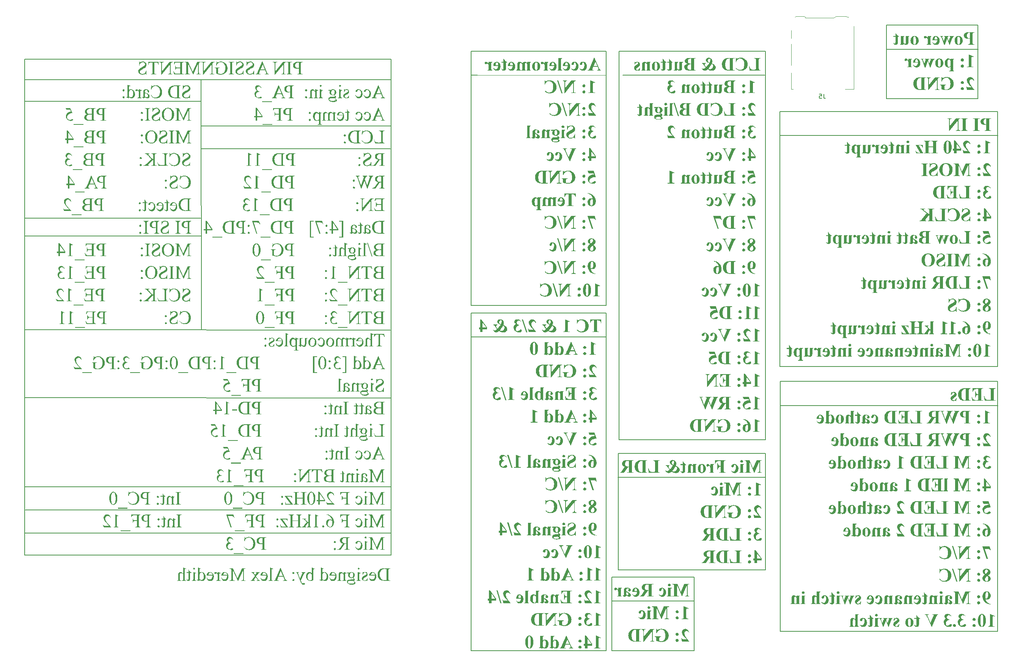
<source format=gbr>
%TF.GenerationSoftware,KiCad,Pcbnew,8.0.8*%
%TF.CreationDate,2025-03-13T09:52:44+00:00*%
%TF.ProjectId,Beehive_Monitor_main_PCB,42656568-6976-4655-9f4d-6f6e69746f72,rev?*%
%TF.SameCoordinates,Original*%
%TF.FileFunction,Legend,Bot*%
%TF.FilePolarity,Positive*%
%FSLAX46Y46*%
G04 Gerber Fmt 4.6, Leading zero omitted, Abs format (unit mm)*
G04 Created by KiCad (PCBNEW 8.0.8) date 2025-03-13 09:52:44*
%MOMM*%
%LPD*%
G01*
G04 APERTURE LIST*
%ADD10C,0.200000*%
%ADD11C,0.100000*%
%ADD12C,0.300000*%
%ADD13C,0.150000*%
%ADD14C,0.120000*%
G04 APERTURE END LIST*
D10*
X125840000Y-101140000D02*
X86630000Y-101110000D01*
X255165000Y-137559093D02*
X303755000Y-137559093D01*
X303755000Y-193309093D01*
X255165000Y-193309093D01*
X255165000Y-137559093D01*
X168210000Y-166280000D02*
X86690000Y-166280000D01*
X86580000Y-70250000D02*
X168310000Y-70250000D01*
X168310000Y-176360000D01*
X86580000Y-176360000D01*
X86580000Y-70250000D01*
X186230000Y-122280000D02*
X216310000Y-122280000D01*
X216310000Y-197660000D01*
X186230000Y-197660000D01*
X186230000Y-122280000D01*
X217615000Y-181220000D02*
X235975000Y-181220000D01*
X235975000Y-197630000D01*
X217615000Y-197630000D01*
X217615000Y-181220000D01*
X303830000Y-142939093D02*
X256450000Y-142939093D01*
X219020000Y-153620000D02*
X251930000Y-153620000D01*
X251930000Y-179600000D01*
X219020000Y-179600000D01*
X219020000Y-153620000D01*
X278880000Y-58090000D02*
X299350000Y-58090000D01*
X299350000Y-74490000D01*
X278880000Y-74490000D01*
X278880000Y-58090000D01*
X168240000Y-171380000D02*
X86640000Y-171380000D01*
X219190000Y-63900000D02*
X251930000Y-63900000D01*
X251930000Y-150580000D01*
X219190000Y-150580000D01*
X219190000Y-63900000D01*
X125890000Y-105100000D02*
X86610000Y-105100000D01*
X125880000Y-70310000D02*
X125959616Y-125940001D01*
X168220000Y-80580000D02*
X125930000Y-80610000D01*
X86580000Y-65650000D02*
X168310000Y-65650000D01*
X168310000Y-70250000D01*
X86580000Y-70250000D01*
X86580000Y-65650000D01*
X125830000Y-75030000D02*
X86620000Y-75030000D01*
X251700000Y-69230000D02*
X220100000Y-69220000D01*
X168170000Y-126080000D02*
X86660000Y-126030000D01*
X255140000Y-77350000D02*
X303750000Y-77350000D01*
X303750000Y-134210000D01*
X255140000Y-134210000D01*
X255140000Y-77350000D01*
X168190000Y-85670000D02*
X125970000Y-85670000D01*
X187660000Y-69230000D02*
X186250000Y-69230000D01*
X256450000Y-142939093D02*
X255240000Y-142940000D01*
X168230000Y-161060000D02*
X86670000Y-161050000D01*
X168210000Y-141260000D02*
X86620000Y-141220000D01*
X216310000Y-127610000D02*
X186270000Y-127610000D01*
X251930000Y-159000000D02*
X219000000Y-159000000D01*
X299360000Y-63470000D02*
X278950000Y-63470000D01*
D11*
X216160000Y-69230000D02*
X187660000Y-69230000D01*
D10*
X303760000Y-82680000D02*
X255150000Y-82700000D01*
X186210000Y-63900000D02*
X216310000Y-63900000D01*
X216310000Y-120620000D01*
X186210000Y-120620000D01*
X186210000Y-63900000D01*
X235925000Y-186600000D02*
X217675000Y-186600000D01*
D12*
G36*
X248225066Y-67168318D02*
G01*
X248330579Y-68200000D01*
X250811598Y-68200000D01*
X250811598Y-68106210D01*
X250718541Y-68106210D01*
X250568594Y-68085391D01*
X250522903Y-68065910D01*
X250440837Y-67973586D01*
X250419542Y-67819851D01*
X250418122Y-67731053D01*
X250418122Y-65855268D01*
X250423113Y-65700740D01*
X250440837Y-65605408D01*
X250532428Y-65517480D01*
X250676277Y-65481425D01*
X250718541Y-65480111D01*
X250811598Y-65480111D01*
X250811598Y-65386322D01*
X249321960Y-65386322D01*
X249321960Y-65480111D01*
X249443593Y-65480111D01*
X249593836Y-65500930D01*
X249639232Y-65520411D01*
X249723496Y-65612735D01*
X249744791Y-65766471D01*
X249746210Y-65855268D01*
X249746210Y-67633600D01*
X249742099Y-67781803D01*
X249721297Y-67906175D01*
X249624577Y-67994103D01*
X249475141Y-68010972D01*
X249375450Y-68012421D01*
X249142442Y-68012421D01*
X248985890Y-68001190D01*
X248840013Y-67963674D01*
X248771681Y-67932554D01*
X248649384Y-67844357D01*
X248549888Y-67730814D01*
X248515226Y-67679030D01*
X248442056Y-67540663D01*
X248384251Y-67398475D01*
X248334426Y-67250189D01*
X248310062Y-67168318D01*
X248225066Y-67168318D01*
G37*
G36*
X245273635Y-65339427D02*
G01*
X245273635Y-66324214D01*
X245354235Y-66324214D01*
X245401489Y-66163935D01*
X245463750Y-66020976D01*
X245541017Y-65895339D01*
X245647697Y-65772961D01*
X245692756Y-65732903D01*
X245820342Y-65642823D01*
X245956172Y-65578480D01*
X246100245Y-65539874D01*
X246252561Y-65527006D01*
X246412215Y-65541675D01*
X246563283Y-65585681D01*
X246705765Y-65659026D01*
X246733230Y-65677215D01*
X246858252Y-65779654D01*
X246960376Y-65900125D01*
X247039603Y-66038628D01*
X247052700Y-66068492D01*
X247103235Y-66207424D01*
X247141357Y-66353017D01*
X247167068Y-66505272D01*
X247180367Y-66664189D01*
X247182393Y-66757990D01*
X247177870Y-66918289D01*
X247164301Y-67072207D01*
X247141686Y-67219744D01*
X247104763Y-67380544D01*
X247087871Y-67438695D01*
X247033603Y-67582813D01*
X246956678Y-67722503D01*
X246862943Y-67838429D01*
X246791116Y-67902512D01*
X246653057Y-67985201D01*
X246508859Y-68033437D01*
X246345766Y-68056866D01*
X246267215Y-68059316D01*
X246106716Y-68048081D01*
X245954947Y-68014379D01*
X245811907Y-67958208D01*
X245784347Y-67944277D01*
X245658844Y-67866353D01*
X245544172Y-67774900D01*
X245426569Y-67662563D01*
X245321263Y-67547138D01*
X245321263Y-67788206D01*
X245440056Y-67900771D01*
X245561231Y-67996667D01*
X245684788Y-68075894D01*
X245810725Y-68138450D01*
X245960526Y-68190872D01*
X246105068Y-68223066D01*
X246260326Y-68241705D01*
X246404968Y-68246894D01*
X246569325Y-68240634D01*
X246726624Y-68221855D01*
X246876865Y-68190557D01*
X247020048Y-68146739D01*
X247156172Y-68090402D01*
X247199979Y-68068841D01*
X247344069Y-67983189D01*
X247473083Y-67882671D01*
X247587020Y-67767286D01*
X247685881Y-67637035D01*
X247735603Y-67555931D01*
X247808978Y-67407683D01*
X247864332Y-67255298D01*
X247901663Y-67098775D01*
X247920972Y-66938115D01*
X247923914Y-66844452D01*
X247916573Y-66696692D01*
X247889450Y-66527953D01*
X247850294Y-66386445D01*
X247796456Y-66247822D01*
X247727935Y-66112084D01*
X247715087Y-66089741D01*
X247631375Y-65961568D01*
X247537412Y-65844678D01*
X247433195Y-65739071D01*
X247318726Y-65644746D01*
X247194005Y-65561704D01*
X247150153Y-65536531D01*
X247015317Y-65469547D01*
X246877338Y-65416421D01*
X246712390Y-65371957D01*
X246567602Y-65348859D01*
X246419671Y-65339620D01*
X246394710Y-65339427D01*
X246245371Y-65346846D01*
X246091910Y-65369103D01*
X245934327Y-65406197D01*
X245793062Y-65450826D01*
X245772623Y-65458129D01*
X245633076Y-65505213D01*
X245531556Y-65527006D01*
X245417250Y-65482309D01*
X245355184Y-65345467D01*
X245354235Y-65339427D01*
X245273635Y-65339427D01*
G37*
G36*
X245004724Y-65480111D02*
G01*
X244911667Y-65480111D01*
X244869404Y-65481425D01*
X244725554Y-65517480D01*
X244633963Y-65605408D01*
X244616240Y-65700740D01*
X244611249Y-65855268D01*
X244611249Y-67731053D01*
X244612394Y-67822049D01*
X244629567Y-67973586D01*
X244725554Y-68071039D01*
X244761641Y-68086427D01*
X244911667Y-68106210D01*
X245004724Y-68106210D01*
X245004724Y-68200000D01*
X243753956Y-68200000D01*
X243657665Y-68199124D01*
X243507626Y-68192968D01*
X243358283Y-68175087D01*
X243323086Y-68168137D01*
X243173131Y-68132614D01*
X243022692Y-68084987D01*
X242876880Y-68022679D01*
X242758270Y-67954630D01*
X242638377Y-67865395D01*
X242529567Y-67761095D01*
X242520233Y-67750843D01*
X242424741Y-67626834D01*
X242349350Y-67496217D01*
X242284836Y-67348569D01*
X242257394Y-67269132D01*
X242219720Y-67120464D01*
X242197116Y-66964494D01*
X242190223Y-66815143D01*
X242933300Y-66815143D01*
X242934268Y-66898837D01*
X242942007Y-67057862D01*
X242957486Y-67205736D01*
X242987718Y-67374896D01*
X243030043Y-67526633D01*
X243096796Y-67685719D01*
X243180963Y-67819713D01*
X243267962Y-67913074D01*
X243402796Y-67999415D01*
X243544350Y-68044340D01*
X243706329Y-68059316D01*
X243719323Y-68059193D01*
X243867529Y-68027808D01*
X243923217Y-67966992D01*
X243934787Y-67899265D01*
X243939337Y-67750104D01*
X243939337Y-65527006D01*
X243918004Y-65526934D01*
X243761155Y-65531102D01*
X243599611Y-65548160D01*
X243446943Y-65590020D01*
X243420954Y-65602202D01*
X243288656Y-65692122D01*
X243184014Y-65807526D01*
X243102561Y-65938799D01*
X243062890Y-66024299D01*
X243013302Y-66165430D01*
X242975615Y-66322016D01*
X242949830Y-66494059D01*
X242937433Y-66649234D01*
X242933300Y-66815143D01*
X242190223Y-66815143D01*
X242189581Y-66801221D01*
X242189769Y-66774472D01*
X242198802Y-66617645D01*
X242221385Y-66467104D01*
X242257518Y-66322848D01*
X242307200Y-66184877D01*
X242382288Y-66031856D01*
X242446910Y-65929603D01*
X242552167Y-65800634D01*
X242674674Y-65688215D01*
X242814432Y-65592345D01*
X242947955Y-65523342D01*
X242967198Y-65514912D01*
X243112636Y-65463396D01*
X243276867Y-65424993D01*
X243432595Y-65402513D01*
X243602130Y-65389667D01*
X243753956Y-65386322D01*
X245004724Y-65386322D01*
X245004724Y-65480111D01*
G37*
G36*
X239255427Y-65339640D02*
G01*
X239405258Y-65353029D01*
X239561467Y-65393832D01*
X239701647Y-65461839D01*
X239825799Y-65557048D01*
X239927098Y-65672681D01*
X239999455Y-65801962D01*
X240042869Y-65944890D01*
X240057341Y-66101465D01*
X240052987Y-66198766D01*
X240030963Y-66346196D01*
X239999750Y-66466324D01*
X239950362Y-66605582D01*
X240052212Y-66648138D01*
X240193308Y-66715620D01*
X240340208Y-66799885D01*
X240468035Y-66890110D01*
X240590767Y-67000523D01*
X240676705Y-67104362D01*
X240749073Y-67232395D01*
X240797534Y-67388365D01*
X240811318Y-67537613D01*
X240803204Y-67642173D01*
X240760603Y-67789256D01*
X240681488Y-67924631D01*
X240580509Y-68035136D01*
X240551031Y-68060778D01*
X240420582Y-68146805D01*
X240270075Y-68206362D01*
X240121927Y-68236761D01*
X239958422Y-68246894D01*
X239927814Y-68246585D01*
X239777003Y-68235766D01*
X239629914Y-68209491D01*
X239486545Y-68167759D01*
X239400533Y-68134383D01*
X239267360Y-68071471D01*
X239129203Y-67993141D01*
X239002212Y-67910572D01*
X238902103Y-68000285D01*
X238777314Y-68098367D01*
X238649036Y-68176552D01*
X238630753Y-68185070D01*
X238489974Y-68231438D01*
X238342756Y-68246894D01*
X238296502Y-68245257D01*
X238144713Y-68213741D01*
X238008632Y-68142114D01*
X237914385Y-68060140D01*
X237811641Y-67939235D01*
X237723233Y-67806268D01*
X237648129Y-67670237D01*
X237732393Y-67624808D01*
X237755863Y-67660556D01*
X237863368Y-67774834D01*
X238008632Y-67824842D01*
X238047631Y-67822318D01*
X238157038Y-67783810D01*
X239131905Y-67783810D01*
X239209419Y-67826172D01*
X239345861Y-67884926D01*
X239375850Y-67894636D01*
X239521716Y-67918632D01*
X239551398Y-67917717D01*
X239700001Y-67885710D01*
X239838988Y-67814584D01*
X239915283Y-67757202D01*
X240019079Y-67651037D01*
X240110097Y-67520760D01*
X240153780Y-67437342D01*
X240203703Y-67294014D01*
X240222205Y-67138276D01*
X240200953Y-67012181D01*
X240125484Y-66883286D01*
X240025785Y-66803038D01*
X239892477Y-66736008D01*
X239822891Y-66871150D01*
X239746023Y-67005102D01*
X239661873Y-67137864D01*
X239570443Y-67269434D01*
X239471730Y-67399814D01*
X239365737Y-67529003D01*
X239252461Y-67657002D01*
X239131905Y-67783810D01*
X238157038Y-67783810D01*
X238190348Y-67772086D01*
X238300292Y-67698893D01*
X238420445Y-67602653D01*
X238532533Y-67503175D01*
X238433146Y-67380462D01*
X238332098Y-67246659D01*
X238244423Y-67119725D01*
X238161772Y-66985136D01*
X238129578Y-66929712D01*
X238049072Y-66804569D01*
X237947815Y-66689846D01*
X237863586Y-66642342D01*
X237720669Y-66605582D01*
X237720669Y-66511793D01*
X238577962Y-66511793D01*
X238577962Y-66605582D01*
X238536531Y-66611902D01*
X238402840Y-66677390D01*
X238395564Y-66684909D01*
X238342756Y-66821737D01*
X238343938Y-66851965D01*
X238378514Y-66997129D01*
X238449440Y-67138717D01*
X238542530Y-67272299D01*
X238645373Y-67393998D01*
X238754286Y-67277746D01*
X238856444Y-67163463D01*
X238951848Y-67051150D01*
X239061603Y-66913527D01*
X239160804Y-66778981D01*
X239249451Y-66647512D01*
X239327543Y-66519120D01*
X239172198Y-66457842D01*
X239036346Y-66393898D01*
X238904959Y-66317557D01*
X238776531Y-66217236D01*
X238684568Y-66107685D01*
X238642633Y-66015736D01*
X239032986Y-66015736D01*
X239041818Y-66099476D01*
X239107725Y-66234822D01*
X239128447Y-66257353D01*
X239255759Y-66343815D01*
X239397885Y-66404815D01*
X239441127Y-66308687D01*
X239503813Y-66161222D01*
X239554689Y-66020132D01*
X239570628Y-65956994D01*
X239587662Y-65806175D01*
X239582214Y-65738221D01*
X239518785Y-65602477D01*
X239491729Y-65576828D01*
X239352456Y-65527006D01*
X239276185Y-65539300D01*
X239154619Y-65631053D01*
X239095822Y-65724878D01*
X239047359Y-65867468D01*
X239032986Y-66015736D01*
X238642633Y-66015736D01*
X238622748Y-65972136D01*
X238602142Y-65820830D01*
X238610276Y-65738834D01*
X238668545Y-65598836D01*
X238772135Y-65483775D01*
X238793856Y-65466295D01*
X238930207Y-65390315D01*
X239078957Y-65350845D01*
X239233021Y-65339427D01*
X239255427Y-65339640D01*
G37*
G36*
X236346071Y-65480111D02*
G01*
X236228547Y-65483921D01*
X236084487Y-65512351D01*
X235986301Y-65597348D01*
X235963787Y-65704921D01*
X235958457Y-65855268D01*
X235958457Y-67731053D01*
X235961176Y-67844397D01*
X235986301Y-67988974D01*
X236083754Y-68073970D01*
X236192090Y-68099126D01*
X236346071Y-68106210D01*
X236346071Y-68200000D01*
X234926043Y-68200000D01*
X234782245Y-68196061D01*
X234614862Y-68180061D01*
X234461218Y-68151754D01*
X234294980Y-68101539D01*
X234148526Y-68033601D01*
X234021856Y-67947941D01*
X233910939Y-67836658D01*
X233831713Y-67711636D01*
X233784177Y-67572875D01*
X233772215Y-67457745D01*
X234493733Y-67457745D01*
X234494022Y-67479235D01*
X234514619Y-67632378D01*
X234567739Y-67771353D01*
X234658047Y-67894818D01*
X234780963Y-67985310D01*
X234789689Y-67989863D01*
X234936120Y-68043055D01*
X235085045Y-68059316D01*
X235111870Y-68058400D01*
X235252840Y-68000697D01*
X235274824Y-67972352D01*
X235309260Y-67827041D01*
X235307794Y-67720062D01*
X235307794Y-66793161D01*
X235288210Y-66793101D01*
X235125800Y-66799586D01*
X234974575Y-66821611D01*
X234833719Y-66868632D01*
X234795045Y-66889125D01*
X234676635Y-66980688D01*
X234584591Y-67103105D01*
X234553714Y-67163349D01*
X234508728Y-67303775D01*
X234493733Y-67457745D01*
X233772215Y-67457745D01*
X233768332Y-67420376D01*
X233773967Y-67328563D01*
X233812510Y-67177185D01*
X233887568Y-67043658D01*
X233999141Y-66927983D01*
X234108183Y-66856100D01*
X234254783Y-66790476D01*
X234394772Y-66743763D01*
X234557480Y-66700837D01*
X234468648Y-66676565D01*
X234311936Y-66621977D01*
X234169026Y-66550931D01*
X234042372Y-66450244D01*
X233978258Y-66368361D01*
X233916434Y-66235234D01*
X233895826Y-66089741D01*
X233896266Y-66083147D01*
X234588255Y-66083147D01*
X234588544Y-66106606D01*
X234606756Y-66256071D01*
X234662260Y-66395289D01*
X234752569Y-66503916D01*
X234875484Y-66585066D01*
X235001537Y-66626144D01*
X235155102Y-66647145D01*
X235307794Y-66652477D01*
X235307794Y-65527006D01*
X235167568Y-65530028D01*
X235021395Y-65545398D01*
X234871088Y-65588555D01*
X234757165Y-65660511D01*
X234661528Y-65773203D01*
X234652655Y-65788581D01*
X234602280Y-65930776D01*
X234588255Y-66083147D01*
X233896266Y-66083147D01*
X233901366Y-66006804D01*
X233941050Y-65858359D01*
X234011598Y-65727773D01*
X234074429Y-65648043D01*
X234188597Y-65548198D01*
X234326671Y-65472051D01*
X234381053Y-65451958D01*
X234535394Y-65416545D01*
X234686051Y-65398378D01*
X234836507Y-65389336D01*
X235006643Y-65386322D01*
X236346071Y-65386322D01*
X236346071Y-65480111D01*
G37*
G36*
X231632428Y-66277320D02*
G01*
X231632428Y-67777948D01*
X231624574Y-67931661D01*
X231591395Y-68040265D01*
X231454512Y-68102134D01*
X231424333Y-68106210D01*
X231424333Y-68200000D01*
X232209818Y-68200000D01*
X232209818Y-67942079D01*
X232313236Y-68052435D01*
X232434150Y-68147584D01*
X232486057Y-68177285D01*
X232632236Y-68229492D01*
X232784585Y-68246826D01*
X232795268Y-68246894D01*
X232948958Y-68222165D01*
X233084696Y-68147976D01*
X233190575Y-68040814D01*
X233254689Y-67917166D01*
X233284241Y-67763393D01*
X233295218Y-67607359D01*
X233297920Y-67454815D01*
X233297920Y-66699371D01*
X233305634Y-66546300D01*
X233338220Y-66438520D01*
X233475504Y-66375689D01*
X233506015Y-66371109D01*
X233506015Y-66277320D01*
X232720530Y-66277320D01*
X232720530Y-67581577D01*
X232716883Y-67732685D01*
X232701479Y-67845359D01*
X232639197Y-67934752D01*
X232541011Y-67965526D01*
X232407655Y-67926692D01*
X232297966Y-67826329D01*
X232209818Y-67714200D01*
X232209818Y-66699371D01*
X232217532Y-66546300D01*
X232250118Y-66438520D01*
X232387402Y-66375689D01*
X232417913Y-66371109D01*
X232417913Y-66277320D01*
X231632428Y-66277320D01*
G37*
G36*
X230392651Y-65573900D02*
G01*
X230392651Y-66277320D01*
X229935429Y-66277320D01*
X229935429Y-66464898D01*
X230392651Y-66464898D01*
X230392651Y-67644591D01*
X230387783Y-67793793D01*
X230377264Y-67858548D01*
X230323042Y-67936217D01*
X230250502Y-67965526D01*
X230112168Y-67912587D01*
X230011964Y-67800662D01*
X229996978Y-67777948D01*
X229935429Y-67826308D01*
X230005393Y-67969242D01*
X230105510Y-68098621D01*
X230225543Y-68187749D01*
X230365492Y-68236626D01*
X230477648Y-68246894D01*
X230627133Y-68226979D01*
X230763328Y-68161441D01*
X230787592Y-68142847D01*
X230891456Y-68032937D01*
X230949525Y-67911304D01*
X230966114Y-67753782D01*
X230969721Y-67599952D01*
X230970041Y-67525157D01*
X230970041Y-66464898D01*
X231221367Y-66464898D01*
X231221367Y-66393824D01*
X231096483Y-66302920D01*
X230981215Y-66209726D01*
X230863035Y-66102145D01*
X230779532Y-66016468D01*
X230680556Y-65901476D01*
X230588882Y-65779064D01*
X230504512Y-65649234D01*
X230460795Y-65573900D01*
X230392651Y-65573900D01*
G37*
G36*
X228994605Y-65573900D02*
G01*
X228994605Y-66277320D01*
X228537383Y-66277320D01*
X228537383Y-66464898D01*
X228994605Y-66464898D01*
X228994605Y-67644591D01*
X228989737Y-67793793D01*
X228979218Y-67858548D01*
X228924996Y-67936217D01*
X228852456Y-67965526D01*
X228714122Y-67912587D01*
X228613918Y-67800662D01*
X228598932Y-67777948D01*
X228537383Y-67826308D01*
X228607347Y-67969242D01*
X228707464Y-68098621D01*
X228827497Y-68187749D01*
X228967446Y-68236626D01*
X229079602Y-68246894D01*
X229229087Y-68226979D01*
X229365282Y-68161441D01*
X229389546Y-68142847D01*
X229493410Y-68032937D01*
X229551479Y-67911304D01*
X229568068Y-67753782D01*
X229571675Y-67599952D01*
X229571995Y-67525157D01*
X229571995Y-66464898D01*
X229823321Y-66464898D01*
X229823321Y-66393824D01*
X229698437Y-66302920D01*
X229583169Y-66209726D01*
X229464989Y-66102145D01*
X229381486Y-66016468D01*
X229282510Y-65901476D01*
X229190836Y-65779064D01*
X229106466Y-65649234D01*
X229062749Y-65573900D01*
X228994605Y-65573900D01*
G37*
G36*
X227554759Y-66235176D02*
G01*
X227719547Y-66266357D01*
X227867294Y-66326639D01*
X227998001Y-66416022D01*
X228111667Y-66534508D01*
X228180693Y-66632091D01*
X228257675Y-66777304D01*
X228311726Y-66932544D01*
X228342846Y-67097813D01*
X228351270Y-67247452D01*
X228347606Y-67345237D01*
X228323563Y-67509143D01*
X228277081Y-67663863D01*
X228208159Y-67809396D01*
X228116796Y-67945743D01*
X228038411Y-68032500D01*
X227912262Y-68129257D01*
X227766969Y-68197192D01*
X227602533Y-68236307D01*
X227446350Y-68246894D01*
X227286861Y-68235302D01*
X227140871Y-68200526D01*
X226987609Y-68130652D01*
X226852719Y-68029222D01*
X226751723Y-67917166D01*
X226691774Y-67828749D01*
X226624915Y-67694085D01*
X226577972Y-67546728D01*
X226550944Y-67386679D01*
X226543628Y-67239392D01*
X226546383Y-67152785D01*
X226555638Y-67078925D01*
X227149595Y-67078925D01*
X227150236Y-67220021D01*
X227152841Y-67379003D01*
X227158611Y-67544279D01*
X227168989Y-67701939D01*
X227190628Y-67861479D01*
X227212795Y-67933893D01*
X227298339Y-68054919D01*
X227310156Y-68064086D01*
X227452944Y-68106210D01*
X227493351Y-68102599D01*
X227622205Y-68030739D01*
X227677142Y-67951519D01*
X227718925Y-67810921D01*
X227732739Y-67701911D01*
X227744125Y-67549532D01*
X227747501Y-67402791D01*
X227746379Y-67231257D01*
X227743013Y-67076973D01*
X227736419Y-66921772D01*
X227724054Y-66759455D01*
X227720834Y-66731111D01*
X227693219Y-66586168D01*
X227625136Y-66449511D01*
X227585522Y-66415210D01*
X227444152Y-66371109D01*
X227304200Y-66413607D01*
X227252303Y-66468012D01*
X227189162Y-66602651D01*
X227184371Y-66619710D01*
X227160762Y-66771894D01*
X227152068Y-66919190D01*
X227149595Y-67078925D01*
X226555638Y-67078925D01*
X226565227Y-67002392D01*
X226601922Y-66859070D01*
X226656468Y-66722819D01*
X226670888Y-66693747D01*
X226755181Y-66561012D01*
X226859795Y-66449314D01*
X226984731Y-66358653D01*
X227011890Y-66343125D01*
X227151896Y-66280514D01*
X227298914Y-66242947D01*
X227452944Y-66230425D01*
X227554759Y-66235176D01*
G37*
G36*
X225476043Y-66277320D02*
G01*
X225476043Y-66558688D01*
X225375340Y-66451475D01*
X225260346Y-66353569D01*
X225191744Y-66308827D01*
X225050327Y-66250026D01*
X224898653Y-66230425D01*
X224746723Y-66250200D01*
X224611022Y-66315276D01*
X224587243Y-66333740D01*
X224484112Y-66448961D01*
X224422379Y-66589462D01*
X224398712Y-66745171D01*
X224390984Y-66901391D01*
X224389406Y-67035694D01*
X224389406Y-67777948D01*
X224381693Y-67932161D01*
X224349106Y-68040997D01*
X224211823Y-68102146D01*
X224181311Y-68106210D01*
X224181311Y-68200000D01*
X225156573Y-68200000D01*
X225156573Y-68106210D01*
X225019793Y-68045374D01*
X224999769Y-68020481D01*
X224969405Y-67875340D01*
X224966796Y-67777948D01*
X224966796Y-66933845D01*
X224969475Y-66783303D01*
X224985847Y-66640020D01*
X225048862Y-66545498D01*
X225146315Y-66511793D01*
X225286276Y-66565969D01*
X225388343Y-66681374D01*
X225466493Y-66819859D01*
X225476043Y-66840055D01*
X225476043Y-67777948D01*
X225468329Y-67928715D01*
X225435743Y-68038066D01*
X225299644Y-68104313D01*
X225286266Y-68106210D01*
X225286266Y-68200000D01*
X226260795Y-68200000D01*
X226260795Y-68106210D01*
X226117913Y-68060186D01*
X226087871Y-68032205D01*
X226055482Y-67883377D01*
X226052700Y-67777948D01*
X226052700Y-66699371D01*
X226060414Y-66546300D01*
X226093000Y-66438520D01*
X226230284Y-66375689D01*
X226260795Y-66371109D01*
X226260795Y-66277320D01*
X225476043Y-66277320D01*
G37*
G36*
X222709260Y-66230425D02*
G01*
X222678485Y-66886950D01*
X222748094Y-66886950D01*
X222811659Y-66749976D01*
X222892659Y-66611859D01*
X222992127Y-66494668D01*
X223008946Y-66480286D01*
X223135180Y-66401922D01*
X223277857Y-66371109D01*
X223418426Y-66424058D01*
X223422205Y-66427529D01*
X223481556Y-66557222D01*
X223440523Y-66664200D01*
X223326696Y-66768915D01*
X223208477Y-66857091D01*
X223071960Y-66951430D01*
X222949203Y-67037638D01*
X222833294Y-67129034D01*
X222724988Y-67232590D01*
X222673356Y-67298011D01*
X222604459Y-67438682D01*
X222578212Y-67583338D01*
X222577369Y-67616015D01*
X222595079Y-67764478D01*
X222648209Y-67910366D01*
X222657969Y-67929623D01*
X222747495Y-68057575D01*
X222866324Y-68154293D01*
X222884382Y-68164829D01*
X223028531Y-68223733D01*
X223175271Y-68246173D01*
X223208248Y-68246894D01*
X223357838Y-68230633D01*
X223506954Y-68194209D01*
X223576810Y-68172889D01*
X223661074Y-68153105D01*
X223774647Y-68246894D01*
X223842791Y-68246894D01*
X223875764Y-67590369D01*
X223805422Y-67590369D01*
X223747687Y-67725249D01*
X223670894Y-67851186D01*
X223571049Y-67960626D01*
X223551165Y-67977250D01*
X223422497Y-68060747D01*
X223281246Y-68104195D01*
X223244884Y-68106210D01*
X223103520Y-68063436D01*
X223082951Y-68046127D01*
X223020183Y-67910200D01*
X223019937Y-67899581D01*
X223061052Y-67757443D01*
X223082219Y-67729588D01*
X223199684Y-67625620D01*
X223318947Y-67539259D01*
X223357725Y-67512700D01*
X223485196Y-67422435D01*
X223604688Y-67331382D01*
X223723376Y-67227271D01*
X223765854Y-67180774D01*
X223848905Y-67049982D01*
X223893624Y-66909298D01*
X223902142Y-66810013D01*
X223884046Y-66662902D01*
X223829759Y-66525835D01*
X223749002Y-66409944D01*
X223627023Y-66307737D01*
X223488034Y-66251638D01*
X223340062Y-66231126D01*
X223304235Y-66230425D01*
X223150179Y-66247095D01*
X223010743Y-66293001D01*
X223001618Y-66297103D01*
X222910760Y-66324214D01*
X222851409Y-66310293D01*
X222778869Y-66230425D01*
X222709260Y-66230425D01*
G37*
G36*
X248466133Y-70379427D02*
G01*
X248466133Y-72677264D01*
X248463449Y-72825485D01*
X248448743Y-72971787D01*
X248443419Y-72991605D01*
X248348897Y-73102979D01*
X248200333Y-73142791D01*
X248118087Y-73146210D01*
X248054340Y-73146210D01*
X248054340Y-73240000D01*
X249525659Y-73240000D01*
X249525659Y-73146210D01*
X249451653Y-73146210D01*
X249297964Y-73136318D01*
X249195931Y-73106643D01*
X249092616Y-72998199D01*
X249069980Y-72851829D01*
X249065532Y-72692839D01*
X249065505Y-72677264D01*
X249065505Y-71223531D01*
X249070268Y-71072405D01*
X249084556Y-70991256D01*
X249153433Y-70910655D01*
X249269937Y-70876217D01*
X249418658Y-70901977D01*
X249524926Y-70942163D01*
X249562295Y-70848374D01*
X248534277Y-70379427D01*
X248466133Y-70379427D01*
G37*
G36*
X247037313Y-71270425D02*
G01*
X246890842Y-71300796D01*
X246795512Y-71366413D01*
X246711696Y-71494605D01*
X246695129Y-71598688D01*
X246730518Y-71746322D01*
X246795512Y-71830963D01*
X246921067Y-71908577D01*
X247037313Y-71926950D01*
X247184016Y-71896579D01*
X247279846Y-71830963D01*
X247363051Y-71702770D01*
X247379497Y-71598688D01*
X247344366Y-71451053D01*
X247279846Y-71366413D01*
X247153699Y-71288798D01*
X247037313Y-71270425D01*
G37*
G36*
X247039511Y-72630369D02*
G01*
X246891262Y-72660972D01*
X246795512Y-72727090D01*
X246711696Y-72855635D01*
X246695129Y-72959364D01*
X246730776Y-73106999D01*
X246796245Y-73191639D01*
X246922984Y-73268662D01*
X247039511Y-73286894D01*
X247186214Y-73256755D01*
X247282044Y-73191639D01*
X247365249Y-73063447D01*
X247381695Y-72959364D01*
X247346564Y-72812084D01*
X247282044Y-72727090D01*
X247155898Y-72648882D01*
X247039511Y-72630369D01*
G37*
G36*
X245206224Y-70520111D02*
G01*
X245088701Y-70523921D01*
X244944640Y-70552351D01*
X244846454Y-70637348D01*
X244823940Y-70744921D01*
X244818611Y-70895268D01*
X244818611Y-72771053D01*
X244821330Y-72884397D01*
X244846454Y-73028974D01*
X244943907Y-73113970D01*
X245052244Y-73139126D01*
X245206224Y-73146210D01*
X245206224Y-73240000D01*
X243786196Y-73240000D01*
X243642398Y-73236061D01*
X243475016Y-73220061D01*
X243321372Y-73191754D01*
X243155134Y-73141539D01*
X243008680Y-73073601D01*
X242882009Y-72987941D01*
X242771092Y-72876658D01*
X242691866Y-72751636D01*
X242644330Y-72612875D01*
X242632368Y-72497745D01*
X243353886Y-72497745D01*
X243354176Y-72519235D01*
X243374773Y-72672378D01*
X243427892Y-72811353D01*
X243518201Y-72934818D01*
X243641116Y-73025310D01*
X243649842Y-73029863D01*
X243796273Y-73083055D01*
X243945198Y-73099316D01*
X243972023Y-73098400D01*
X244112993Y-73040697D01*
X244134977Y-73012352D01*
X244169413Y-72867041D01*
X244167948Y-72760062D01*
X244167948Y-71833161D01*
X244148364Y-71833101D01*
X243985954Y-71839586D01*
X243834728Y-71861611D01*
X243693872Y-71908632D01*
X243655198Y-71929125D01*
X243536788Y-72020688D01*
X243444745Y-72143105D01*
X243413867Y-72203349D01*
X243368882Y-72343775D01*
X243353886Y-72497745D01*
X242632368Y-72497745D01*
X242628485Y-72460376D01*
X242634120Y-72368563D01*
X242672664Y-72217185D01*
X242747722Y-72083658D01*
X242859295Y-71967983D01*
X242968337Y-71896100D01*
X243114937Y-71830476D01*
X243254925Y-71783763D01*
X243417634Y-71740837D01*
X243328802Y-71716565D01*
X243172090Y-71661977D01*
X243029180Y-71590931D01*
X242902526Y-71490244D01*
X242838412Y-71408361D01*
X242776588Y-71275234D01*
X242755980Y-71129741D01*
X242756420Y-71123147D01*
X243448408Y-71123147D01*
X243448698Y-71146606D01*
X243466910Y-71296071D01*
X243522414Y-71435289D01*
X243612723Y-71543916D01*
X243735638Y-71625066D01*
X243861690Y-71666144D01*
X244015256Y-71687145D01*
X244167948Y-71692477D01*
X244167948Y-70567006D01*
X244027722Y-70570028D01*
X243881548Y-70585398D01*
X243731242Y-70628555D01*
X243617318Y-70700511D01*
X243521681Y-70813203D01*
X243512808Y-70828581D01*
X243462433Y-70970776D01*
X243448408Y-71123147D01*
X242756420Y-71123147D01*
X242761520Y-71046804D01*
X242801203Y-70898359D01*
X242871751Y-70767773D01*
X242934583Y-70688043D01*
X243048751Y-70588198D01*
X243186824Y-70512051D01*
X243241207Y-70491958D01*
X243395548Y-70456545D01*
X243546205Y-70438378D01*
X243696660Y-70429336D01*
X243866796Y-70426322D01*
X245206224Y-70426322D01*
X245206224Y-70520111D01*
G37*
G36*
X240492581Y-71317320D02*
G01*
X240492581Y-72817948D01*
X240484728Y-72971661D01*
X240451549Y-73080265D01*
X240314666Y-73142134D01*
X240284487Y-73146210D01*
X240284487Y-73240000D01*
X241069972Y-73240000D01*
X241069972Y-72982079D01*
X241173389Y-73092435D01*
X241294304Y-73187584D01*
X241346210Y-73217285D01*
X241492390Y-73269492D01*
X241644738Y-73286826D01*
X241655422Y-73286894D01*
X241809112Y-73262165D01*
X241944849Y-73187976D01*
X242050729Y-73080814D01*
X242114842Y-72957166D01*
X242144395Y-72803393D01*
X242155372Y-72647359D01*
X242158073Y-72494815D01*
X242158073Y-71739371D01*
X242165787Y-71586300D01*
X242198374Y-71478520D01*
X242335657Y-71415689D01*
X242366168Y-71411109D01*
X242366168Y-71317320D01*
X241580683Y-71317320D01*
X241580683Y-72621577D01*
X241577037Y-72772685D01*
X241561632Y-72885359D01*
X241499351Y-72974752D01*
X241401165Y-73005526D01*
X241267808Y-72966692D01*
X241158119Y-72866329D01*
X241069972Y-72754200D01*
X241069972Y-71739371D01*
X241077685Y-71586300D01*
X241110272Y-71478520D01*
X241247555Y-71415689D01*
X241278066Y-71411109D01*
X241278066Y-71317320D01*
X240492581Y-71317320D01*
G37*
G36*
X239252805Y-70613900D02*
G01*
X239252805Y-71317320D01*
X238795582Y-71317320D01*
X238795582Y-71504898D01*
X239252805Y-71504898D01*
X239252805Y-72684591D01*
X239247936Y-72833793D01*
X239237418Y-72898548D01*
X239183196Y-72976217D01*
X239110655Y-73005526D01*
X238972321Y-72952587D01*
X238872118Y-72840662D01*
X238857131Y-72817948D01*
X238795582Y-72866308D01*
X238865546Y-73009242D01*
X238965664Y-73138621D01*
X239085697Y-73227749D01*
X239225645Y-73276626D01*
X239337801Y-73286894D01*
X239487287Y-73266979D01*
X239623482Y-73201441D01*
X239647745Y-73182847D01*
X239751610Y-73072937D01*
X239809678Y-72951304D01*
X239826268Y-72793782D01*
X239829874Y-72639952D01*
X239830195Y-72565157D01*
X239830195Y-71504898D01*
X240081521Y-71504898D01*
X240081521Y-71433824D01*
X239956636Y-71342920D01*
X239841369Y-71249726D01*
X239723189Y-71142145D01*
X239639685Y-71056468D01*
X239540709Y-70941476D01*
X239449036Y-70819064D01*
X239364665Y-70689234D01*
X239320949Y-70613900D01*
X239252805Y-70613900D01*
G37*
G36*
X237854759Y-70613900D02*
G01*
X237854759Y-71317320D01*
X237397536Y-71317320D01*
X237397536Y-71504898D01*
X237854759Y-71504898D01*
X237854759Y-72684591D01*
X237849890Y-72833793D01*
X237839371Y-72898548D01*
X237785150Y-72976217D01*
X237712609Y-73005526D01*
X237574275Y-72952587D01*
X237474072Y-72840662D01*
X237459085Y-72817948D01*
X237397536Y-72866308D01*
X237467500Y-73009242D01*
X237567618Y-73138621D01*
X237687651Y-73227749D01*
X237827599Y-73276626D01*
X237939755Y-73286894D01*
X238089240Y-73266979D01*
X238225436Y-73201441D01*
X238249699Y-73182847D01*
X238353564Y-73072937D01*
X238411632Y-72951304D01*
X238428222Y-72793782D01*
X238431828Y-72639952D01*
X238432149Y-72565157D01*
X238432149Y-71504898D01*
X238683475Y-71504898D01*
X238683475Y-71433824D01*
X238558590Y-71342920D01*
X238443323Y-71249726D01*
X238325143Y-71142145D01*
X238241639Y-71056468D01*
X238142663Y-70941476D01*
X238050990Y-70819064D01*
X237966619Y-70689234D01*
X237922903Y-70613900D01*
X237854759Y-70613900D01*
G37*
G36*
X236414913Y-71275176D02*
G01*
X236579700Y-71306357D01*
X236727447Y-71366639D01*
X236858154Y-71456022D01*
X236971821Y-71574508D01*
X237040847Y-71672091D01*
X237117828Y-71817304D01*
X237171879Y-71972544D01*
X237203000Y-72137813D01*
X237211423Y-72287452D01*
X237207759Y-72385237D01*
X237183717Y-72549143D01*
X237137234Y-72703863D01*
X237068312Y-72849396D01*
X236976950Y-72985743D01*
X236898564Y-73072500D01*
X236772416Y-73169257D01*
X236627123Y-73237192D01*
X236462686Y-73276307D01*
X236306503Y-73286894D01*
X236147015Y-73275302D01*
X236001024Y-73240526D01*
X235847762Y-73170652D01*
X235712873Y-73069222D01*
X235611877Y-72957166D01*
X235551927Y-72868749D01*
X235485069Y-72734085D01*
X235438126Y-72586728D01*
X235411098Y-72426679D01*
X235403782Y-72279392D01*
X235406537Y-72192785D01*
X235415791Y-72118925D01*
X236009748Y-72118925D01*
X236010389Y-72260021D01*
X236012994Y-72419003D01*
X236018764Y-72584279D01*
X236029143Y-72741939D01*
X236050781Y-72901479D01*
X236072949Y-72973893D01*
X236158492Y-73094919D01*
X236170310Y-73104086D01*
X236313098Y-73146210D01*
X236353505Y-73142599D01*
X236482358Y-73070739D01*
X236537296Y-72991519D01*
X236579078Y-72850921D01*
X236592892Y-72741911D01*
X236604278Y-72589532D01*
X236607655Y-72442791D01*
X236606533Y-72271257D01*
X236603167Y-72116973D01*
X236596572Y-71961772D01*
X236584207Y-71799455D01*
X236580987Y-71771111D01*
X236553373Y-71626168D01*
X236485289Y-71489511D01*
X236445676Y-71455210D01*
X236304305Y-71411109D01*
X236164354Y-71453607D01*
X236112456Y-71508012D01*
X236049316Y-71642651D01*
X236044524Y-71659710D01*
X236020915Y-71811894D01*
X236012221Y-71959190D01*
X236009748Y-72118925D01*
X235415791Y-72118925D01*
X235425380Y-72042392D01*
X235462075Y-71899070D01*
X235516622Y-71762819D01*
X235531042Y-71733747D01*
X235615334Y-71601012D01*
X235719948Y-71489314D01*
X235844884Y-71398653D01*
X235872044Y-71383125D01*
X236012050Y-71320514D01*
X236159067Y-71282947D01*
X236313098Y-71270425D01*
X236414913Y-71275176D01*
G37*
G36*
X234336196Y-71317320D02*
G01*
X234336196Y-71598688D01*
X234235493Y-71491475D01*
X234120499Y-71393569D01*
X234051898Y-71348827D01*
X233910481Y-71290026D01*
X233758806Y-71270425D01*
X233606877Y-71290200D01*
X233471175Y-71355276D01*
X233447397Y-71373740D01*
X233344265Y-71488961D01*
X233282533Y-71629462D01*
X233258866Y-71785171D01*
X233251138Y-71941391D01*
X233249560Y-72075694D01*
X233249560Y-72817948D01*
X233241846Y-72972161D01*
X233209260Y-73080997D01*
X233071976Y-73142146D01*
X233041465Y-73146210D01*
X233041465Y-73240000D01*
X234016727Y-73240000D01*
X234016727Y-73146210D01*
X233879947Y-73085374D01*
X233859923Y-73060481D01*
X233829558Y-72915340D01*
X233826950Y-72817948D01*
X233826950Y-71973845D01*
X233829629Y-71823303D01*
X233846001Y-71680020D01*
X233909016Y-71585498D01*
X234006468Y-71551793D01*
X234146430Y-71605969D01*
X234248496Y-71721374D01*
X234326646Y-71859859D01*
X234336196Y-71880055D01*
X234336196Y-72817948D01*
X234328483Y-72968715D01*
X234295896Y-73078066D01*
X234159798Y-73144313D01*
X234146420Y-73146210D01*
X234146420Y-73240000D01*
X235120949Y-73240000D01*
X235120949Y-73146210D01*
X234978066Y-73100186D01*
X234948025Y-73072205D01*
X234915636Y-72923377D01*
X234912854Y-72817948D01*
X234912854Y-71739371D01*
X234920567Y-71586300D01*
X234953154Y-71478520D01*
X235090437Y-71415689D01*
X235120949Y-71411109D01*
X235120949Y-71317320D01*
X234336196Y-71317320D01*
G37*
G36*
X231255806Y-71692477D02*
G01*
X231255806Y-71645582D01*
X231111245Y-71598938D01*
X230969372Y-71539239D01*
X230930474Y-71516622D01*
X230821951Y-71410939D01*
X230773670Y-71334173D01*
X230720347Y-71194760D01*
X230707725Y-71085045D01*
X230735095Y-70932503D01*
X230817205Y-70801857D01*
X230832288Y-70786092D01*
X230952922Y-70700440D01*
X231096838Y-70662753D01*
X231142233Y-70660795D01*
X231297726Y-70681429D01*
X231439426Y-70743330D01*
X231567330Y-70846499D01*
X231632428Y-70921646D01*
X231709364Y-70895268D01*
X231619147Y-70760743D01*
X231515830Y-70646504D01*
X231399414Y-70552551D01*
X231329078Y-70509120D01*
X231194605Y-70446427D01*
X231051669Y-70404251D01*
X230900271Y-70382594D01*
X230812505Y-70379427D01*
X230657346Y-70391773D01*
X230503845Y-70434448D01*
X230370237Y-70507607D01*
X230334033Y-70535498D01*
X230226403Y-70649031D01*
X230159943Y-70787105D01*
X230144989Y-70900397D01*
X230172810Y-71050707D01*
X230232916Y-71163447D01*
X230336718Y-71274998D01*
X230462364Y-71360997D01*
X230507690Y-71385464D01*
X230381131Y-71461050D01*
X230261719Y-71556047D01*
X230156152Y-71673932D01*
X230139860Y-71696873D01*
X230067690Y-71834901D01*
X230028077Y-71979615D01*
X230013593Y-72125519D01*
X230013098Y-72159958D01*
X230024226Y-72331141D01*
X230057611Y-72492433D01*
X230113253Y-72643833D01*
X230191151Y-72785341D01*
X230291306Y-72916958D01*
X230329637Y-72958632D01*
X230455663Y-73070190D01*
X230596888Y-73158667D01*
X230753311Y-73224063D01*
X230895274Y-73260928D01*
X231047791Y-73281765D01*
X231177404Y-73286894D01*
X231342725Y-73278285D01*
X231500029Y-73248017D01*
X231639190Y-73188826D01*
X231694710Y-73149141D01*
X231786186Y-73030088D01*
X231811946Y-72899281D01*
X231776743Y-72756213D01*
X231743803Y-72709504D01*
X231614204Y-72632301D01*
X231586999Y-72630369D01*
X231459504Y-72659678D01*
X231334857Y-72752148D01*
X231225764Y-72840662D01*
X231102402Y-72927602D01*
X230961168Y-72989426D01*
X230849141Y-73005526D01*
X230699409Y-72970578D01*
X230587557Y-72881695D01*
X230509193Y-72750427D01*
X230479340Y-72601763D01*
X230478381Y-72566622D01*
X230494030Y-72406646D01*
X230540977Y-72253973D01*
X230619223Y-72108603D01*
X230676217Y-72030997D01*
X230786630Y-71917791D01*
X230920033Y-71823635D01*
X231055618Y-71756877D01*
X231208805Y-71704704D01*
X231255806Y-71692477D01*
G37*
G36*
X248093175Y-78280000D02*
G01*
X249737418Y-78280000D01*
X249737418Y-78233105D01*
X249600864Y-78067844D01*
X249474769Y-77913054D01*
X249359132Y-77768736D01*
X249253954Y-77634889D01*
X249159235Y-77511514D01*
X249049211Y-77363302D01*
X248957780Y-77233707D01*
X248869638Y-77097891D01*
X248820041Y-77010181D01*
X248756944Y-76873358D01*
X248703810Y-76718707D01*
X248670918Y-76565887D01*
X248658267Y-76414899D01*
X248658108Y-76396154D01*
X248676965Y-76242797D01*
X248739950Y-76100147D01*
X248792198Y-76033454D01*
X248910940Y-75939520D01*
X249060726Y-75891916D01*
X249119727Y-75888374D01*
X249269479Y-75908661D01*
X249416710Y-75979984D01*
X249528703Y-76086493D01*
X249612121Y-76212972D01*
X249688325Y-76185129D01*
X249642515Y-76045587D01*
X249578847Y-75900955D01*
X249492602Y-75759619D01*
X249391978Y-75643836D01*
X249350537Y-75607006D01*
X249217261Y-75516331D01*
X249072973Y-75455331D01*
X248917672Y-75424007D01*
X248826636Y-75419427D01*
X248672523Y-75433235D01*
X248528919Y-75474657D01*
X248439023Y-75517613D01*
X248318397Y-75601556D01*
X248211905Y-75715750D01*
X248164982Y-75787257D01*
X248100936Y-75922465D01*
X248067609Y-76069758D01*
X248066064Y-76107459D01*
X248078119Y-76261420D01*
X248114286Y-76416657D01*
X248166676Y-76555715D01*
X248218471Y-76660669D01*
X248295540Y-76786350D01*
X248396687Y-76926627D01*
X248494942Y-77049359D01*
X248608606Y-77181433D01*
X248737681Y-77322850D01*
X248844600Y-77435043D01*
X248960187Y-77552492D01*
X249084443Y-77675195D01*
X249127787Y-77717264D01*
X248524019Y-77717264D01*
X248368793Y-77714604D01*
X248234591Y-77701144D01*
X248123949Y-77646189D01*
X248035801Y-77526488D01*
X248010376Y-77482791D01*
X247936371Y-77482791D01*
X248093175Y-78280000D01*
G37*
G36*
X247037313Y-76310425D02*
G01*
X246890842Y-76340796D01*
X246795512Y-76406413D01*
X246711696Y-76534605D01*
X246695129Y-76638688D01*
X246730518Y-76786322D01*
X246795512Y-76870963D01*
X246921067Y-76948577D01*
X247037313Y-76966950D01*
X247184016Y-76936579D01*
X247279846Y-76870963D01*
X247363051Y-76742770D01*
X247379497Y-76638688D01*
X247344366Y-76491053D01*
X247279846Y-76406413D01*
X247153699Y-76328798D01*
X247037313Y-76310425D01*
G37*
G36*
X247039511Y-77670369D02*
G01*
X246891262Y-77700972D01*
X246795512Y-77767090D01*
X246711696Y-77895635D01*
X246695129Y-77999364D01*
X246730776Y-78146999D01*
X246796245Y-78231639D01*
X246922984Y-78308662D01*
X247039511Y-78326894D01*
X247186214Y-78296755D01*
X247282044Y-78231639D01*
X247365249Y-78103447D01*
X247381695Y-77999364D01*
X247346564Y-77852084D01*
X247282044Y-77767090D01*
X247155898Y-77688882D01*
X247039511Y-77670369D01*
G37*
G36*
X242629951Y-77248318D02*
G01*
X242735464Y-78280000D01*
X245216482Y-78280000D01*
X245216482Y-78186210D01*
X245123426Y-78186210D01*
X244973479Y-78165391D01*
X244927787Y-78145910D01*
X244845722Y-78053586D01*
X244824427Y-77899851D01*
X244823007Y-77811053D01*
X244823007Y-75935268D01*
X244827998Y-75780740D01*
X244845722Y-75685408D01*
X244937313Y-75597480D01*
X245081162Y-75561425D01*
X245123426Y-75560111D01*
X245216482Y-75560111D01*
X245216482Y-75466322D01*
X243726845Y-75466322D01*
X243726845Y-75560111D01*
X243848478Y-75560111D01*
X243998721Y-75580930D01*
X244044117Y-75600411D01*
X244128381Y-75692735D01*
X244149675Y-75846471D01*
X244151095Y-75935268D01*
X244151095Y-77713600D01*
X244146984Y-77861803D01*
X244126182Y-77986175D01*
X244029462Y-78074103D01*
X243880026Y-78090972D01*
X243780334Y-78092421D01*
X243547327Y-78092421D01*
X243390775Y-78081190D01*
X243244897Y-78043674D01*
X243176566Y-78012554D01*
X243054269Y-77924357D01*
X242954773Y-77810814D01*
X242920111Y-77759030D01*
X242846941Y-77620663D01*
X242789136Y-77478475D01*
X242739310Y-77330189D01*
X242714947Y-77248318D01*
X242629951Y-77248318D01*
G37*
G36*
X239678520Y-75419427D02*
G01*
X239678520Y-76404214D01*
X239759120Y-76404214D01*
X239806374Y-76243935D01*
X239868635Y-76100976D01*
X239945902Y-75975339D01*
X240052582Y-75852961D01*
X240097641Y-75812903D01*
X240225227Y-75722823D01*
X240361057Y-75658480D01*
X240505129Y-75619874D01*
X240657445Y-75607006D01*
X240817100Y-75621675D01*
X240968168Y-75665681D01*
X241110649Y-75739026D01*
X241138115Y-75757215D01*
X241263137Y-75859654D01*
X241365261Y-75980125D01*
X241444487Y-76118628D01*
X241457585Y-76148492D01*
X241508120Y-76287424D01*
X241546242Y-76433017D01*
X241571953Y-76585272D01*
X241585251Y-76744189D01*
X241587278Y-76837990D01*
X241582755Y-76998289D01*
X241569186Y-77152207D01*
X241546571Y-77299744D01*
X241509648Y-77460544D01*
X241492756Y-77518695D01*
X241438488Y-77662813D01*
X241361562Y-77802503D01*
X241267828Y-77918429D01*
X241196001Y-77982512D01*
X241057942Y-78065201D01*
X240913744Y-78113437D01*
X240750651Y-78136866D01*
X240672100Y-78139316D01*
X240511601Y-78128081D01*
X240359832Y-78094379D01*
X240216792Y-78038208D01*
X240189232Y-78024277D01*
X240063729Y-77946353D01*
X239949057Y-77854900D01*
X239831454Y-77742563D01*
X239726147Y-77627138D01*
X239726147Y-77868206D01*
X239844941Y-77980771D01*
X239966116Y-78076667D01*
X240089672Y-78155894D01*
X240215610Y-78218450D01*
X240365411Y-78270872D01*
X240509953Y-78303066D01*
X240665211Y-78321705D01*
X240809853Y-78326894D01*
X240974210Y-78320634D01*
X241131509Y-78301855D01*
X241281750Y-78270557D01*
X241424933Y-78226739D01*
X241561057Y-78170402D01*
X241604863Y-78148841D01*
X241748954Y-78063189D01*
X241877968Y-77962671D01*
X241991905Y-77847286D01*
X242090765Y-77717035D01*
X242140488Y-77635931D01*
X242213863Y-77487683D01*
X242269216Y-77335298D01*
X242306548Y-77178775D01*
X242325857Y-77018115D01*
X242328799Y-76924452D01*
X242321458Y-76776692D01*
X242294335Y-76607953D01*
X242255179Y-76466445D01*
X242201341Y-76327822D01*
X242132819Y-76192084D01*
X242119972Y-76169741D01*
X242036260Y-76041568D01*
X241942296Y-75924678D01*
X241838080Y-75819071D01*
X241723611Y-75724746D01*
X241598890Y-75641704D01*
X241555038Y-75616531D01*
X241420202Y-75549547D01*
X241282222Y-75496421D01*
X241117275Y-75451957D01*
X240972486Y-75428859D01*
X240824555Y-75419620D01*
X240799595Y-75419427D01*
X240650256Y-75426846D01*
X240496795Y-75449103D01*
X240339212Y-75486197D01*
X240197947Y-75530826D01*
X240177508Y-75538129D01*
X240037961Y-75585213D01*
X239936441Y-75607006D01*
X239822135Y-75562309D01*
X239760069Y-75425467D01*
X239759120Y-75419427D01*
X239678520Y-75419427D01*
G37*
G36*
X239409609Y-75560111D02*
G01*
X239316552Y-75560111D01*
X239274289Y-75561425D01*
X239130439Y-75597480D01*
X239038848Y-75685408D01*
X239021124Y-75780740D01*
X239016133Y-75935268D01*
X239016133Y-77811053D01*
X239017278Y-77902049D01*
X239034452Y-78053586D01*
X239130439Y-78151039D01*
X239166526Y-78166427D01*
X239316552Y-78186210D01*
X239409609Y-78186210D01*
X239409609Y-78280000D01*
X238158841Y-78280000D01*
X238062550Y-78279124D01*
X237912511Y-78272968D01*
X237763168Y-78255087D01*
X237727971Y-78248137D01*
X237578016Y-78212614D01*
X237427577Y-78164987D01*
X237281765Y-78102679D01*
X237163155Y-78034630D01*
X237043262Y-77945395D01*
X236934452Y-77841095D01*
X236925118Y-77830843D01*
X236829626Y-77706834D01*
X236754235Y-77576217D01*
X236689720Y-77428569D01*
X236662279Y-77349132D01*
X236624605Y-77200464D01*
X236602000Y-77044494D01*
X236595108Y-76895143D01*
X237338185Y-76895143D01*
X237339153Y-76978837D01*
X237346892Y-77137862D01*
X237362371Y-77285736D01*
X237392603Y-77454896D01*
X237434928Y-77606633D01*
X237501681Y-77765719D01*
X237585847Y-77899713D01*
X237672847Y-77993074D01*
X237807681Y-78079415D01*
X237949235Y-78124340D01*
X238111214Y-78139316D01*
X238124208Y-78139193D01*
X238272414Y-78107808D01*
X238328101Y-78046992D01*
X238339672Y-77979265D01*
X238344221Y-77830104D01*
X238344221Y-75607006D01*
X238322889Y-75606934D01*
X238166040Y-75611102D01*
X238004496Y-75628160D01*
X237851828Y-75670020D01*
X237825839Y-75682202D01*
X237693541Y-75772122D01*
X237588898Y-75887526D01*
X237507445Y-76018799D01*
X237467775Y-76104299D01*
X237418187Y-76245430D01*
X237380500Y-76402016D01*
X237354714Y-76574059D01*
X237342317Y-76729234D01*
X237338185Y-76895143D01*
X236595108Y-76895143D01*
X236594466Y-76881221D01*
X236594654Y-76854472D01*
X236603687Y-76697645D01*
X236626270Y-76547104D01*
X236662403Y-76402848D01*
X236712085Y-76264877D01*
X236787173Y-76111856D01*
X236851795Y-76009603D01*
X236957052Y-75880634D01*
X237079559Y-75768215D01*
X237219317Y-75672345D01*
X237352840Y-75603342D01*
X237372082Y-75594912D01*
X237517520Y-75543396D01*
X237681752Y-75504993D01*
X237837480Y-75482513D01*
X238007015Y-75469667D01*
X238158841Y-75466322D01*
X239409609Y-75466322D01*
X239409609Y-75560111D01*
G37*
G36*
X235296803Y-75560111D02*
G01*
X235179280Y-75563921D01*
X235035219Y-75592351D01*
X234937034Y-75677348D01*
X234914519Y-75784921D01*
X234909190Y-75935268D01*
X234909190Y-77811053D01*
X234911909Y-77924397D01*
X234937034Y-78068974D01*
X235034487Y-78153970D01*
X235142823Y-78179126D01*
X235296803Y-78186210D01*
X235296803Y-78280000D01*
X233876775Y-78280000D01*
X233732978Y-78276061D01*
X233565595Y-78260061D01*
X233411951Y-78231754D01*
X233245713Y-78181539D01*
X233099259Y-78113601D01*
X232972588Y-78027941D01*
X232861672Y-77916658D01*
X232782445Y-77791636D01*
X232734910Y-77652875D01*
X232722947Y-77537745D01*
X233444466Y-77537745D01*
X233444755Y-77559235D01*
X233465352Y-77712378D01*
X233518471Y-77851353D01*
X233608780Y-77974818D01*
X233731695Y-78065310D01*
X233740421Y-78069863D01*
X233886853Y-78123055D01*
X234035778Y-78139316D01*
X234062602Y-78138400D01*
X234203572Y-78080697D01*
X234225556Y-78052352D01*
X234259993Y-77907041D01*
X234258527Y-77800062D01*
X234258527Y-76873161D01*
X234238943Y-76873101D01*
X234076533Y-76879586D01*
X233925307Y-76901611D01*
X233784452Y-76948632D01*
X233745777Y-76969125D01*
X233627367Y-77060688D01*
X233535324Y-77183105D01*
X233504446Y-77243349D01*
X233459461Y-77383775D01*
X233444466Y-77537745D01*
X232722947Y-77537745D01*
X232719064Y-77500376D01*
X232724699Y-77408563D01*
X232763243Y-77257185D01*
X232838301Y-77123658D01*
X232949874Y-77007983D01*
X233058916Y-76936100D01*
X233205516Y-76870476D01*
X233345504Y-76823763D01*
X233508213Y-76780837D01*
X233419381Y-76756565D01*
X233262669Y-76701977D01*
X233119759Y-76630931D01*
X232993105Y-76530244D01*
X232928991Y-76448361D01*
X232867167Y-76315234D01*
X232846559Y-76169741D01*
X232846999Y-76163147D01*
X233538988Y-76163147D01*
X233539277Y-76186606D01*
X233557489Y-76336071D01*
X233612993Y-76475289D01*
X233703302Y-76583916D01*
X233826217Y-76665066D01*
X233952269Y-76706144D01*
X234105835Y-76727145D01*
X234258527Y-76732477D01*
X234258527Y-75607006D01*
X234118301Y-75610028D01*
X233972128Y-75625398D01*
X233821821Y-75668555D01*
X233707897Y-75740511D01*
X233612260Y-75853203D01*
X233603388Y-75868581D01*
X233553013Y-76010776D01*
X233538988Y-76163147D01*
X232846999Y-76163147D01*
X232852099Y-76086804D01*
X232891782Y-75938359D01*
X232962330Y-75807773D01*
X233025162Y-75728043D01*
X233139330Y-75628198D01*
X233277404Y-75552051D01*
X233331786Y-75531958D01*
X233486127Y-75496545D01*
X233636784Y-75478378D01*
X233787240Y-75469336D01*
X233957376Y-75466322D01*
X235296803Y-75466322D01*
X235296803Y-75560111D01*
G37*
G36*
X231401618Y-75419427D02*
G01*
X232318262Y-78326894D01*
X232582044Y-78326894D01*
X231661004Y-75419427D01*
X231401618Y-75419427D01*
G37*
G36*
X230523810Y-75466322D02*
G01*
X230523810Y-77857948D01*
X230514834Y-78009637D01*
X230476915Y-78120997D01*
X230339540Y-78181462D01*
X230290802Y-78186210D01*
X230290802Y-78280000D01*
X231331277Y-78280000D01*
X231331277Y-78186210D01*
X231186794Y-78148996D01*
X231141500Y-78111472D01*
X231103713Y-77961245D01*
X231100467Y-77857948D01*
X231100467Y-75888374D01*
X231109583Y-75737185D01*
X231148094Y-75626057D01*
X231283311Y-75564885D01*
X231331277Y-75560111D01*
X231331277Y-75466322D01*
X230523810Y-75466322D01*
G37*
G36*
X229647466Y-75419427D02*
G01*
X229502959Y-75448617D01*
X229421053Y-75502226D01*
X229338993Y-75625414D01*
X229327997Y-75701528D01*
X229372327Y-75845443D01*
X229421786Y-75900097D01*
X229553906Y-75970622D01*
X229647466Y-75982163D01*
X229797161Y-75950106D01*
X229872414Y-75900097D01*
X229953828Y-75777555D01*
X229964738Y-75701528D01*
X229921100Y-75557266D01*
X229872414Y-75502226D01*
X229740924Y-75431071D01*
X229647466Y-75419427D01*
G37*
G36*
X229358771Y-76357320D02*
G01*
X229358771Y-77857948D01*
X229349795Y-78009637D01*
X229311877Y-78120997D01*
X229174985Y-78181462D01*
X229126496Y-78186210D01*
X229126496Y-78280000D01*
X230166971Y-78280000D01*
X230166971Y-78186210D01*
X230022489Y-78148996D01*
X229977194Y-78111472D01*
X229939407Y-77961245D01*
X229936161Y-77857948D01*
X229936161Y-76779371D01*
X229945278Y-76627682D01*
X229983789Y-76516322D01*
X230119006Y-76455857D01*
X230166971Y-76451109D01*
X230166971Y-76357320D01*
X229358771Y-76357320D01*
G37*
G36*
X228126147Y-76310628D02*
G01*
X228276714Y-76323431D01*
X228433335Y-76362449D01*
X228573469Y-76427479D01*
X228697117Y-76518520D01*
X228763610Y-76585163D01*
X228854897Y-76714408D01*
X228909670Y-76855592D01*
X228927927Y-77008715D01*
X228920233Y-77113954D01*
X228879842Y-77259789D01*
X228804829Y-77391200D01*
X228788754Y-77411559D01*
X228679063Y-77514631D01*
X228548087Y-77595260D01*
X228404759Y-77657180D01*
X228515447Y-77707647D01*
X228641471Y-77783918D01*
X228751339Y-77884326D01*
X228829703Y-78008371D01*
X228860516Y-78153237D01*
X228860254Y-78167473D01*
X228822803Y-78311026D01*
X228721974Y-78430683D01*
X228592337Y-78510809D01*
X228729312Y-78555636D01*
X228856852Y-78634640D01*
X228877328Y-78658021D01*
X228927927Y-78800969D01*
X228918911Y-78860103D01*
X228835603Y-78984152D01*
X228803571Y-79010681D01*
X228672056Y-79078891D01*
X228528590Y-79121172D01*
X228515128Y-79124237D01*
X228361287Y-79151534D01*
X228212266Y-79166132D01*
X228054515Y-79170997D01*
X227906742Y-79166194D01*
X227747305Y-79148940D01*
X227597943Y-79119139D01*
X227441953Y-79070614D01*
X227399238Y-79052582D01*
X227266502Y-78970897D01*
X227159853Y-78860321D01*
X227134780Y-78824279D01*
X227100265Y-78748946D01*
X227388464Y-78748946D01*
X227429497Y-78867465D01*
X227552595Y-78956308D01*
X227562928Y-78960861D01*
X227705673Y-79004224D01*
X227851074Y-79024460D01*
X228002491Y-79030314D01*
X228157234Y-79025139D01*
X228312924Y-79004116D01*
X228460446Y-78947515D01*
X228519243Y-78899434D01*
X228582079Y-78762868D01*
X228570630Y-78701144D01*
X228464842Y-78595073D01*
X228333809Y-78566930D01*
X228186406Y-78561367D01*
X228043506Y-78561904D01*
X227896159Y-78563965D01*
X227740648Y-78569117D01*
X227587766Y-78583349D01*
X227547461Y-78592932D01*
X227419239Y-78665415D01*
X227388464Y-78748946D01*
X227100265Y-78748946D01*
X227073351Y-78690202D01*
X227052875Y-78543782D01*
X227053102Y-78526884D01*
X227080408Y-78373097D01*
X227163007Y-78235833D01*
X227285882Y-78140048D01*
X227429577Y-78086234D01*
X227574108Y-78061126D01*
X227728221Y-78048849D01*
X227880858Y-78045526D01*
X228237697Y-78049923D01*
X228275821Y-78048867D01*
X228422344Y-78006692D01*
X228478764Y-77895317D01*
X228416482Y-77762693D01*
X228404403Y-77752741D01*
X228260411Y-77707006D01*
X228168168Y-77711003D01*
X228012749Y-77717264D01*
X227954051Y-77714173D01*
X227805066Y-77682917D01*
X227663970Y-77629337D01*
X227581699Y-77587643D01*
X227459099Y-77501158D01*
X227352561Y-77386071D01*
X227308022Y-77315410D01*
X227254329Y-77169859D01*
X227240128Y-77036559D01*
X227786336Y-77036559D01*
X227791511Y-77183242D01*
X227812534Y-77329888D01*
X227869134Y-77466671D01*
X227930489Y-77529246D01*
X228075031Y-77576580D01*
X228154337Y-77560918D01*
X228267739Y-77465205D01*
X228317301Y-77355296D01*
X228342638Y-77208201D01*
X228349071Y-77054877D01*
X228348991Y-77032043D01*
X228342580Y-76867087D01*
X228320140Y-76705200D01*
X228267006Y-76568346D01*
X228205753Y-76501599D01*
X228064773Y-76451109D01*
X228001822Y-76458702D01*
X227879392Y-76547096D01*
X227862762Y-76573561D01*
X227812599Y-76719603D01*
X227792152Y-76871329D01*
X227786336Y-77036559D01*
X227240128Y-77036559D01*
X227238255Y-77018974D01*
X227245262Y-76926993D01*
X227288080Y-76780104D01*
X227329913Y-76708021D01*
X227428032Y-76591793D01*
X227058736Y-76591793D01*
X227058736Y-76357320D01*
X227707934Y-76357320D01*
X227796491Y-76339047D01*
X227945693Y-76318165D01*
X228103607Y-76310425D01*
X228126147Y-76310628D01*
G37*
G36*
X226059295Y-75466322D02*
G01*
X226059295Y-76618171D01*
X225953184Y-76513997D01*
X225836041Y-76421021D01*
X225768401Y-76380034D01*
X225625372Y-76325720D01*
X225494361Y-76310425D01*
X225345958Y-76329920D01*
X225209054Y-76394073D01*
X225184417Y-76412274D01*
X225077255Y-76523100D01*
X225013691Y-76651877D01*
X224984640Y-76807954D01*
X224973849Y-76963744D01*
X224971193Y-77114961D01*
X224971193Y-77857948D01*
X224963339Y-78011661D01*
X224930160Y-78120265D01*
X224792556Y-78182134D01*
X224762365Y-78186210D01*
X224762365Y-78280000D01*
X225739825Y-78280000D01*
X225739825Y-78186210D01*
X225602518Y-78126724D01*
X225585219Y-78107808D01*
X225550806Y-77957993D01*
X225547850Y-77857948D01*
X225547850Y-77013112D01*
X225550529Y-76861437D01*
X225566901Y-76718555D01*
X225629916Y-76625498D01*
X225729567Y-76591793D01*
X225870377Y-76634990D01*
X225890034Y-76648213D01*
X225998301Y-76757908D01*
X226059295Y-76844584D01*
X226059295Y-77857948D01*
X226052533Y-78009685D01*
X226028520Y-78103412D01*
X225903327Y-78180132D01*
X225867320Y-78186210D01*
X225867320Y-78280000D01*
X226844047Y-78280000D01*
X226844047Y-78186210D01*
X226701165Y-78139774D01*
X226671123Y-78111472D01*
X226638734Y-77963023D01*
X226635952Y-77857948D01*
X226635952Y-75888374D01*
X226643666Y-75735302D01*
X226676252Y-75627522D01*
X226813536Y-75564691D01*
X226844047Y-75560111D01*
X226844047Y-75466322D01*
X226059295Y-75466322D01*
G37*
G36*
X223745338Y-75653900D02*
G01*
X223745338Y-76357320D01*
X223288115Y-76357320D01*
X223288115Y-76544898D01*
X223745338Y-76544898D01*
X223745338Y-77724591D01*
X223740469Y-77873793D01*
X223729951Y-77938548D01*
X223675729Y-78016217D01*
X223603189Y-78045526D01*
X223464855Y-77992587D01*
X223364651Y-77880662D01*
X223349665Y-77857948D01*
X223288115Y-77906308D01*
X223358079Y-78049242D01*
X223458197Y-78178621D01*
X223578230Y-78267749D01*
X223718178Y-78316626D01*
X223830334Y-78326894D01*
X223979820Y-78306979D01*
X224116015Y-78241441D01*
X224140279Y-78222847D01*
X224244143Y-78112937D01*
X224302212Y-77991304D01*
X224318801Y-77833782D01*
X224322407Y-77679952D01*
X224322728Y-77605157D01*
X224322728Y-76544898D01*
X224574054Y-76544898D01*
X224574054Y-76473824D01*
X224449170Y-76382920D01*
X224333902Y-76289726D01*
X224215722Y-76182145D01*
X224132219Y-76096468D01*
X224033242Y-75981476D01*
X223941569Y-75859064D01*
X223857199Y-75729234D01*
X223813482Y-75653900D01*
X223745338Y-75653900D01*
G37*
G36*
X249216448Y-81772477D02*
G01*
X249216448Y-81725582D01*
X249071887Y-81678938D01*
X248930014Y-81619239D01*
X248891116Y-81596622D01*
X248782594Y-81490939D01*
X248734312Y-81414173D01*
X248680989Y-81274760D01*
X248668367Y-81165045D01*
X248695737Y-81012503D01*
X248777847Y-80881857D01*
X248792930Y-80866092D01*
X248913564Y-80780440D01*
X249057480Y-80742753D01*
X249102875Y-80740795D01*
X249258368Y-80761429D01*
X249400068Y-80823330D01*
X249527972Y-80926499D01*
X249593070Y-81001646D01*
X249670006Y-80975268D01*
X249579789Y-80840743D01*
X249476472Y-80726504D01*
X249360056Y-80632551D01*
X249289720Y-80589120D01*
X249155247Y-80526427D01*
X249012311Y-80484251D01*
X248860913Y-80462594D01*
X248773147Y-80459427D01*
X248617988Y-80471773D01*
X248464487Y-80514448D01*
X248330879Y-80587607D01*
X248294675Y-80615498D01*
X248187045Y-80729031D01*
X248120585Y-80867105D01*
X248105631Y-80980397D01*
X248133452Y-81130707D01*
X248193558Y-81243447D01*
X248297360Y-81354998D01*
X248423006Y-81440997D01*
X248468332Y-81465464D01*
X248341773Y-81541050D01*
X248222361Y-81636047D01*
X248116794Y-81753932D01*
X248100502Y-81776873D01*
X248028332Y-81914901D01*
X247988719Y-82059615D01*
X247974235Y-82205519D01*
X247973740Y-82239958D01*
X247984868Y-82411141D01*
X248018253Y-82572433D01*
X248073895Y-82723833D01*
X248151793Y-82865341D01*
X248251948Y-82996958D01*
X248290279Y-83038632D01*
X248416305Y-83150190D01*
X248557530Y-83238667D01*
X248713953Y-83304063D01*
X248855916Y-83340928D01*
X249008433Y-83361765D01*
X249138046Y-83366894D01*
X249303367Y-83358285D01*
X249460671Y-83328017D01*
X249599832Y-83268826D01*
X249655352Y-83229141D01*
X249746828Y-83110088D01*
X249772588Y-82979281D01*
X249737385Y-82836213D01*
X249704445Y-82789504D01*
X249574846Y-82712301D01*
X249547641Y-82710369D01*
X249420146Y-82739678D01*
X249295499Y-82832148D01*
X249186406Y-82920662D01*
X249063044Y-83007602D01*
X248921810Y-83069426D01*
X248809783Y-83085526D01*
X248660051Y-83050578D01*
X248548199Y-82961695D01*
X248469835Y-82830427D01*
X248439982Y-82681763D01*
X248439023Y-82646622D01*
X248454672Y-82486646D01*
X248501619Y-82333973D01*
X248579865Y-82188603D01*
X248636859Y-82110997D01*
X248747272Y-81997791D01*
X248880675Y-81903635D01*
X249016260Y-81836877D01*
X249169447Y-81784704D01*
X249216448Y-81772477D01*
G37*
G36*
X247037313Y-81350425D02*
G01*
X246890842Y-81380796D01*
X246795512Y-81446413D01*
X246711696Y-81574605D01*
X246695129Y-81678688D01*
X246730518Y-81826322D01*
X246795512Y-81910963D01*
X246921067Y-81988577D01*
X247037313Y-82006950D01*
X247184016Y-81976579D01*
X247279846Y-81910963D01*
X247363051Y-81782770D01*
X247379497Y-81678688D01*
X247344366Y-81531053D01*
X247279846Y-81446413D01*
X247153699Y-81368798D01*
X247037313Y-81350425D01*
G37*
G36*
X247039511Y-82710369D02*
G01*
X246891262Y-82740972D01*
X246795512Y-82807090D01*
X246711696Y-82935635D01*
X246695129Y-83039364D01*
X246730776Y-83186999D01*
X246796245Y-83271639D01*
X246922984Y-83348662D01*
X247039511Y-83366894D01*
X247186214Y-83336755D01*
X247282044Y-83271639D01*
X247365249Y-83143447D01*
X247381695Y-83039364D01*
X247346564Y-82892084D01*
X247282044Y-82807090D01*
X247155898Y-82728882D01*
X247039511Y-82710369D01*
G37*
G36*
X245206224Y-80600111D02*
G01*
X245088701Y-80603921D01*
X244944640Y-80632351D01*
X244846454Y-80717348D01*
X244823940Y-80824921D01*
X244818611Y-80975268D01*
X244818611Y-82851053D01*
X244821330Y-82964397D01*
X244846454Y-83108974D01*
X244943907Y-83193970D01*
X245052244Y-83219126D01*
X245206224Y-83226210D01*
X245206224Y-83320000D01*
X243786196Y-83320000D01*
X243642398Y-83316061D01*
X243475016Y-83300061D01*
X243321372Y-83271754D01*
X243155134Y-83221539D01*
X243008680Y-83153601D01*
X242882009Y-83067941D01*
X242771092Y-82956658D01*
X242691866Y-82831636D01*
X242644330Y-82692875D01*
X242632368Y-82577745D01*
X243353886Y-82577745D01*
X243354176Y-82599235D01*
X243374773Y-82752378D01*
X243427892Y-82891353D01*
X243518201Y-83014818D01*
X243641116Y-83105310D01*
X243649842Y-83109863D01*
X243796273Y-83163055D01*
X243945198Y-83179316D01*
X243972023Y-83178400D01*
X244112993Y-83120697D01*
X244134977Y-83092352D01*
X244169413Y-82947041D01*
X244167948Y-82840062D01*
X244167948Y-81913161D01*
X244148364Y-81913101D01*
X243985954Y-81919586D01*
X243834728Y-81941611D01*
X243693872Y-81988632D01*
X243655198Y-82009125D01*
X243536788Y-82100688D01*
X243444745Y-82223105D01*
X243413867Y-82283349D01*
X243368882Y-82423775D01*
X243353886Y-82577745D01*
X242632368Y-82577745D01*
X242628485Y-82540376D01*
X242634120Y-82448563D01*
X242672664Y-82297185D01*
X242747722Y-82163658D01*
X242859295Y-82047983D01*
X242968337Y-81976100D01*
X243114937Y-81910476D01*
X243254925Y-81863763D01*
X243417634Y-81820837D01*
X243328802Y-81796565D01*
X243172090Y-81741977D01*
X243029180Y-81670931D01*
X242902526Y-81570244D01*
X242838412Y-81488361D01*
X242776588Y-81355234D01*
X242755980Y-81209741D01*
X242756420Y-81203147D01*
X243448408Y-81203147D01*
X243448698Y-81226606D01*
X243466910Y-81376071D01*
X243522414Y-81515289D01*
X243612723Y-81623916D01*
X243735638Y-81705066D01*
X243861690Y-81746144D01*
X244015256Y-81767145D01*
X244167948Y-81772477D01*
X244167948Y-80647006D01*
X244027722Y-80650028D01*
X243881548Y-80665398D01*
X243731242Y-80708555D01*
X243617318Y-80780511D01*
X243521681Y-80893203D01*
X243512808Y-80908581D01*
X243462433Y-81050776D01*
X243448408Y-81203147D01*
X242756420Y-81203147D01*
X242761520Y-81126804D01*
X242801203Y-80978359D01*
X242871751Y-80847773D01*
X242934583Y-80768043D01*
X243048751Y-80668198D01*
X243186824Y-80592051D01*
X243241207Y-80571958D01*
X243395548Y-80536545D01*
X243546205Y-80518378D01*
X243696660Y-80509336D01*
X243866796Y-80506322D01*
X245206224Y-80506322D01*
X245206224Y-80600111D01*
G37*
G36*
X240492581Y-81397320D02*
G01*
X240492581Y-82897948D01*
X240484728Y-83051661D01*
X240451549Y-83160265D01*
X240314666Y-83222134D01*
X240284487Y-83226210D01*
X240284487Y-83320000D01*
X241069972Y-83320000D01*
X241069972Y-83062079D01*
X241173389Y-83172435D01*
X241294304Y-83267584D01*
X241346210Y-83297285D01*
X241492390Y-83349492D01*
X241644738Y-83366826D01*
X241655422Y-83366894D01*
X241809112Y-83342165D01*
X241944849Y-83267976D01*
X242050729Y-83160814D01*
X242114842Y-83037166D01*
X242144395Y-82883393D01*
X242155372Y-82727359D01*
X242158073Y-82574815D01*
X242158073Y-81819371D01*
X242165787Y-81666300D01*
X242198374Y-81558520D01*
X242335657Y-81495689D01*
X242366168Y-81491109D01*
X242366168Y-81397320D01*
X241580683Y-81397320D01*
X241580683Y-82701577D01*
X241577037Y-82852685D01*
X241561632Y-82965359D01*
X241499351Y-83054752D01*
X241401165Y-83085526D01*
X241267808Y-83046692D01*
X241158119Y-82946329D01*
X241069972Y-82834200D01*
X241069972Y-81819371D01*
X241077685Y-81666300D01*
X241110272Y-81558520D01*
X241247555Y-81495689D01*
X241278066Y-81491109D01*
X241278066Y-81397320D01*
X240492581Y-81397320D01*
G37*
G36*
X239252805Y-80693900D02*
G01*
X239252805Y-81397320D01*
X238795582Y-81397320D01*
X238795582Y-81584898D01*
X239252805Y-81584898D01*
X239252805Y-82764591D01*
X239247936Y-82913793D01*
X239237418Y-82978548D01*
X239183196Y-83056217D01*
X239110655Y-83085526D01*
X238972321Y-83032587D01*
X238872118Y-82920662D01*
X238857131Y-82897948D01*
X238795582Y-82946308D01*
X238865546Y-83089242D01*
X238965664Y-83218621D01*
X239085697Y-83307749D01*
X239225645Y-83356626D01*
X239337801Y-83366894D01*
X239487287Y-83346979D01*
X239623482Y-83281441D01*
X239647745Y-83262847D01*
X239751610Y-83152937D01*
X239809678Y-83031304D01*
X239826268Y-82873782D01*
X239829874Y-82719952D01*
X239830195Y-82645157D01*
X239830195Y-81584898D01*
X240081521Y-81584898D01*
X240081521Y-81513824D01*
X239956636Y-81422920D01*
X239841369Y-81329726D01*
X239723189Y-81222145D01*
X239639685Y-81136468D01*
X239540709Y-81021476D01*
X239449036Y-80899064D01*
X239364665Y-80769234D01*
X239320949Y-80693900D01*
X239252805Y-80693900D01*
G37*
G36*
X237854759Y-80693900D02*
G01*
X237854759Y-81397320D01*
X237397536Y-81397320D01*
X237397536Y-81584898D01*
X237854759Y-81584898D01*
X237854759Y-82764591D01*
X237849890Y-82913793D01*
X237839371Y-82978548D01*
X237785150Y-83056217D01*
X237712609Y-83085526D01*
X237574275Y-83032587D01*
X237474072Y-82920662D01*
X237459085Y-82897948D01*
X237397536Y-82946308D01*
X237467500Y-83089242D01*
X237567618Y-83218621D01*
X237687651Y-83307749D01*
X237827599Y-83356626D01*
X237939755Y-83366894D01*
X238089240Y-83346979D01*
X238225436Y-83281441D01*
X238249699Y-83262847D01*
X238353564Y-83152937D01*
X238411632Y-83031304D01*
X238428222Y-82873782D01*
X238431828Y-82719952D01*
X238432149Y-82645157D01*
X238432149Y-81584898D01*
X238683475Y-81584898D01*
X238683475Y-81513824D01*
X238558590Y-81422920D01*
X238443323Y-81329726D01*
X238325143Y-81222145D01*
X238241639Y-81136468D01*
X238142663Y-81021476D01*
X238050990Y-80899064D01*
X237966619Y-80769234D01*
X237922903Y-80693900D01*
X237854759Y-80693900D01*
G37*
G36*
X236414913Y-81355176D02*
G01*
X236579700Y-81386357D01*
X236727447Y-81446639D01*
X236858154Y-81536022D01*
X236971821Y-81654508D01*
X237040847Y-81752091D01*
X237117828Y-81897304D01*
X237171879Y-82052544D01*
X237203000Y-82217813D01*
X237211423Y-82367452D01*
X237207759Y-82465237D01*
X237183717Y-82629143D01*
X237137234Y-82783863D01*
X237068312Y-82929396D01*
X236976950Y-83065743D01*
X236898564Y-83152500D01*
X236772416Y-83249257D01*
X236627123Y-83317192D01*
X236462686Y-83356307D01*
X236306503Y-83366894D01*
X236147015Y-83355302D01*
X236001024Y-83320526D01*
X235847762Y-83250652D01*
X235712873Y-83149222D01*
X235611877Y-83037166D01*
X235551927Y-82948749D01*
X235485069Y-82814085D01*
X235438126Y-82666728D01*
X235411098Y-82506679D01*
X235403782Y-82359392D01*
X235406537Y-82272785D01*
X235415791Y-82198925D01*
X236009748Y-82198925D01*
X236010389Y-82340021D01*
X236012994Y-82499003D01*
X236018764Y-82664279D01*
X236029143Y-82821939D01*
X236050781Y-82981479D01*
X236072949Y-83053893D01*
X236158492Y-83174919D01*
X236170310Y-83184086D01*
X236313098Y-83226210D01*
X236353505Y-83222599D01*
X236482358Y-83150739D01*
X236537296Y-83071519D01*
X236579078Y-82930921D01*
X236592892Y-82821911D01*
X236604278Y-82669532D01*
X236607655Y-82522791D01*
X236606533Y-82351257D01*
X236603167Y-82196973D01*
X236596572Y-82041772D01*
X236584207Y-81879455D01*
X236580987Y-81851111D01*
X236553373Y-81706168D01*
X236485289Y-81569511D01*
X236445676Y-81535210D01*
X236304305Y-81491109D01*
X236164354Y-81533607D01*
X236112456Y-81588012D01*
X236049316Y-81722651D01*
X236044524Y-81739710D01*
X236020915Y-81891894D01*
X236012221Y-82039190D01*
X236009748Y-82198925D01*
X235415791Y-82198925D01*
X235425380Y-82122392D01*
X235462075Y-81979070D01*
X235516622Y-81842819D01*
X235531042Y-81813747D01*
X235615334Y-81681012D01*
X235719948Y-81569314D01*
X235844884Y-81478653D01*
X235872044Y-81463125D01*
X236012050Y-81400514D01*
X236159067Y-81362947D01*
X236313098Y-81350425D01*
X236414913Y-81355176D01*
G37*
G36*
X234336196Y-81397320D02*
G01*
X234336196Y-81678688D01*
X234235493Y-81571475D01*
X234120499Y-81473569D01*
X234051898Y-81428827D01*
X233910481Y-81370026D01*
X233758806Y-81350425D01*
X233606877Y-81370200D01*
X233471175Y-81435276D01*
X233447397Y-81453740D01*
X233344265Y-81568961D01*
X233282533Y-81709462D01*
X233258866Y-81865171D01*
X233251138Y-82021391D01*
X233249560Y-82155694D01*
X233249560Y-82897948D01*
X233241846Y-83052161D01*
X233209260Y-83160997D01*
X233071976Y-83222146D01*
X233041465Y-83226210D01*
X233041465Y-83320000D01*
X234016727Y-83320000D01*
X234016727Y-83226210D01*
X233879947Y-83165374D01*
X233859923Y-83140481D01*
X233829558Y-82995340D01*
X233826950Y-82897948D01*
X233826950Y-82053845D01*
X233829629Y-81903303D01*
X233846001Y-81760020D01*
X233909016Y-81665498D01*
X234006468Y-81631793D01*
X234146430Y-81685969D01*
X234248496Y-81801374D01*
X234326646Y-81939859D01*
X234336196Y-81960055D01*
X234336196Y-82897948D01*
X234328483Y-83048715D01*
X234295896Y-83158066D01*
X234159798Y-83224313D01*
X234146420Y-83226210D01*
X234146420Y-83320000D01*
X235120949Y-83320000D01*
X235120949Y-83226210D01*
X234978066Y-83180186D01*
X234948025Y-83152205D01*
X234915636Y-83003377D01*
X234912854Y-82897948D01*
X234912854Y-81819371D01*
X234920567Y-81666300D01*
X234953154Y-81558520D01*
X235090437Y-81495689D01*
X235120949Y-81491109D01*
X235120949Y-81397320D01*
X234336196Y-81397320D01*
G37*
G36*
X230132533Y-83320000D02*
G01*
X231776775Y-83320000D01*
X231776775Y-83273105D01*
X231640222Y-83107844D01*
X231514127Y-82953054D01*
X231398490Y-82808736D01*
X231293312Y-82674889D01*
X231198593Y-82551514D01*
X231088569Y-82403302D01*
X230997138Y-82273707D01*
X230908996Y-82137891D01*
X230859399Y-82050181D01*
X230796302Y-81913358D01*
X230743168Y-81758707D01*
X230710276Y-81605887D01*
X230697624Y-81454899D01*
X230697466Y-81436154D01*
X230716323Y-81282797D01*
X230779308Y-81140147D01*
X230831556Y-81073454D01*
X230950298Y-80979520D01*
X231100084Y-80931916D01*
X231159085Y-80928374D01*
X231308837Y-80948661D01*
X231456068Y-81019984D01*
X231568061Y-81126493D01*
X231651479Y-81252972D01*
X231727683Y-81225129D01*
X231681873Y-81085587D01*
X231618205Y-80940955D01*
X231531960Y-80799619D01*
X231431336Y-80683836D01*
X231389895Y-80647006D01*
X231256619Y-80556331D01*
X231112331Y-80495331D01*
X230957030Y-80464007D01*
X230865994Y-80459427D01*
X230711880Y-80473235D01*
X230568277Y-80514657D01*
X230478381Y-80557613D01*
X230357755Y-80641556D01*
X230251263Y-80755750D01*
X230204340Y-80827257D01*
X230140294Y-80962465D01*
X230106967Y-81109758D01*
X230105422Y-81147459D01*
X230117477Y-81301420D01*
X230153644Y-81456657D01*
X230206034Y-81595715D01*
X230257829Y-81700669D01*
X230334898Y-81826350D01*
X230436045Y-81966627D01*
X230534300Y-82089359D01*
X230647964Y-82221433D01*
X230777039Y-82362850D01*
X230883958Y-82475043D01*
X230999545Y-82592492D01*
X231123801Y-82715195D01*
X231167145Y-82757264D01*
X230563377Y-82757264D01*
X230408151Y-82754604D01*
X230273949Y-82741144D01*
X230163307Y-82686189D01*
X230075159Y-82566488D01*
X230049734Y-82522791D01*
X229975729Y-82522791D01*
X230132533Y-83320000D01*
G37*
G36*
X249735952Y-87328318D02*
G01*
X249735952Y-87750369D01*
X248724054Y-87750369D01*
X248724054Y-88360000D01*
X248156922Y-88360000D01*
X248156922Y-87750369D01*
X247901200Y-87750369D01*
X247901200Y-87328318D01*
X248156922Y-87328318D01*
X248724054Y-87328318D01*
X249535917Y-87328318D01*
X248724054Y-86209441D01*
X248724054Y-87328318D01*
X248156922Y-87328318D01*
X248156922Y-85499427D01*
X248408248Y-85499427D01*
X249735952Y-87328318D01*
G37*
G36*
X247037313Y-86390425D02*
G01*
X246890842Y-86420796D01*
X246795512Y-86486413D01*
X246711696Y-86614605D01*
X246695129Y-86718688D01*
X246730518Y-86866322D01*
X246795512Y-86950963D01*
X246921067Y-87028577D01*
X247037313Y-87046950D01*
X247184016Y-87016579D01*
X247279846Y-86950963D01*
X247363051Y-86822770D01*
X247379497Y-86718688D01*
X247344366Y-86571053D01*
X247279846Y-86486413D01*
X247153699Y-86408798D01*
X247037313Y-86390425D01*
G37*
G36*
X247039511Y-87750369D02*
G01*
X246891262Y-87780972D01*
X246795512Y-87847090D01*
X246711696Y-87975635D01*
X246695129Y-88079364D01*
X246730776Y-88226999D01*
X246796245Y-88311639D01*
X246922984Y-88388662D01*
X247039511Y-88406894D01*
X247186214Y-88376755D01*
X247282044Y-88311639D01*
X247365249Y-88183447D01*
X247381695Y-88079364D01*
X247346564Y-87932084D01*
X247282044Y-87847090D01*
X247155898Y-87768882D01*
X247039511Y-87750369D01*
G37*
G36*
X242366168Y-85546322D02*
G01*
X242366168Y-85640111D01*
X242510333Y-85691585D01*
X242630514Y-85789420D01*
X242638011Y-85797648D01*
X242722642Y-85922521D01*
X242797385Y-86061109D01*
X242864654Y-86198393D01*
X242895931Y-86265129D01*
X243858736Y-88406894D01*
X243926147Y-88406894D01*
X244884556Y-86180865D01*
X244945410Y-86046767D01*
X245014126Y-85902992D01*
X245085431Y-85770655D01*
X245116831Y-85725840D01*
X245246610Y-85656039D01*
X245338115Y-85640111D01*
X245338115Y-85546322D01*
X243998688Y-85546322D01*
X243998688Y-85640111D01*
X244044117Y-85640111D01*
X244196341Y-85650736D01*
X244291046Y-85682609D01*
X244338674Y-85767606D01*
X244322554Y-85850404D01*
X244266985Y-85993368D01*
X244211179Y-86133237D01*
X243615471Y-87510034D01*
X243062993Y-86284912D01*
X243003991Y-86139840D01*
X242950319Y-85998996D01*
X242941360Y-85972037D01*
X242918646Y-85847473D01*
X242951618Y-85742693D01*
X243048339Y-85673817D01*
X243197606Y-85643403D01*
X243283545Y-85640111D01*
X243283545Y-85546322D01*
X242366168Y-85546322D01*
G37*
G36*
X240625938Y-87859546D02*
G01*
X240562191Y-87907173D01*
X240644127Y-88039167D01*
X240747539Y-88161899D01*
X240863974Y-88259444D01*
X240901444Y-88283796D01*
X241044013Y-88353880D01*
X241192644Y-88394873D01*
X241333021Y-88406894D01*
X241494242Y-88393185D01*
X241640667Y-88352057D01*
X241772295Y-88283510D01*
X241889128Y-88187545D01*
X241949246Y-88120397D01*
X242039180Y-87989194D01*
X242107026Y-87846912D01*
X242152782Y-87693550D01*
X242176449Y-87529108D01*
X242180055Y-87430167D01*
X242169992Y-87264718D01*
X242139804Y-87108176D01*
X242089490Y-86960539D01*
X242019050Y-86821808D01*
X241969762Y-86746531D01*
X241867967Y-86625511D01*
X241752726Y-86529529D01*
X241624037Y-86458586D01*
X241481902Y-86412682D01*
X241326321Y-86391816D01*
X241271472Y-86390425D01*
X241113048Y-86402423D01*
X240959862Y-86443896D01*
X240830719Y-86514994D01*
X240796664Y-86542100D01*
X240696126Y-86650532D01*
X240631113Y-86789396D01*
X240620076Y-86880621D01*
X240656794Y-87026650D01*
X240691151Y-87070397D01*
X240822905Y-87136343D01*
X240877997Y-87140739D01*
X241024840Y-87102297D01*
X241078764Y-87059406D01*
X241148548Y-86926742D01*
X241175013Y-86780753D01*
X241176217Y-86767780D01*
X241209969Y-86623834D01*
X241236301Y-86583133D01*
X241346943Y-86531109D01*
X241484061Y-86594167D01*
X241516203Y-86634424D01*
X241581393Y-86775314D01*
X241612735Y-86928299D01*
X241623077Y-87093640D01*
X241623182Y-87113628D01*
X241616342Y-87262624D01*
X241595825Y-87407910D01*
X241556984Y-87564989D01*
X241536720Y-87626538D01*
X241476456Y-87767331D01*
X241395785Y-87894103D01*
X241300048Y-87991437D01*
X241167797Y-88059473D01*
X241031870Y-88078632D01*
X240886377Y-88053078D01*
X240840628Y-88033203D01*
X240714175Y-87943730D01*
X240625938Y-87859546D01*
G37*
G36*
X238761877Y-87859546D02*
G01*
X238698129Y-87907173D01*
X238780065Y-88039167D01*
X238883477Y-88161899D01*
X238999913Y-88259444D01*
X239037383Y-88283796D01*
X239179952Y-88353880D01*
X239328582Y-88394873D01*
X239468960Y-88406894D01*
X239630181Y-88393185D01*
X239776606Y-88352057D01*
X239908234Y-88283510D01*
X240025066Y-88187545D01*
X240085184Y-88120397D01*
X240175119Y-87989194D01*
X240242964Y-87846912D01*
X240288721Y-87693550D01*
X240312388Y-87529108D01*
X240315994Y-87430167D01*
X240305931Y-87264718D01*
X240275743Y-87108176D01*
X240225428Y-86960539D01*
X240154988Y-86821808D01*
X240105701Y-86746531D01*
X240003906Y-86625511D01*
X239888664Y-86529529D01*
X239759976Y-86458586D01*
X239617841Y-86412682D01*
X239462259Y-86391816D01*
X239407411Y-86390425D01*
X239248987Y-86402423D01*
X239095801Y-86443896D01*
X238966657Y-86514994D01*
X238932602Y-86542100D01*
X238832065Y-86650532D01*
X238767052Y-86789396D01*
X238756015Y-86880621D01*
X238792732Y-87026650D01*
X238827090Y-87070397D01*
X238958843Y-87136343D01*
X239013935Y-87140739D01*
X239160779Y-87102297D01*
X239214703Y-87059406D01*
X239284487Y-86926742D01*
X239310952Y-86780753D01*
X239312156Y-86767780D01*
X239345907Y-86623834D01*
X239372240Y-86583133D01*
X239482882Y-86531109D01*
X239620000Y-86594167D01*
X239652142Y-86634424D01*
X239717332Y-86775314D01*
X239748673Y-86928299D01*
X239759016Y-87093640D01*
X239759120Y-87113628D01*
X239752281Y-87262624D01*
X239731763Y-87407910D01*
X239692923Y-87564989D01*
X239672658Y-87626538D01*
X239612394Y-87767331D01*
X239531723Y-87894103D01*
X239435987Y-87991437D01*
X239303735Y-88059473D01*
X239167808Y-88078632D01*
X239022316Y-88053078D01*
X238976566Y-88033203D01*
X238850113Y-87943730D01*
X238761877Y-87859546D01*
G37*
G36*
X249197397Y-90586322D02*
G01*
X247889476Y-90586322D01*
X248097571Y-91149057D01*
X249197397Y-91149057D01*
X249302909Y-91383531D01*
X249130329Y-91395128D01*
X248967961Y-91416366D01*
X248815805Y-91447244D01*
X248673862Y-91487761D01*
X248510794Y-91551964D01*
X248363683Y-91631230D01*
X248232529Y-91725558D01*
X248208213Y-91746231D01*
X248101137Y-91854561D01*
X248004215Y-91992926D01*
X247937447Y-92144194D01*
X247900832Y-92308366D01*
X247893140Y-92433531D01*
X247904732Y-92580627D01*
X247939508Y-92725984D01*
X247997468Y-92869602D01*
X248039685Y-92948639D01*
X248131565Y-93080221D01*
X248242339Y-93191401D01*
X248372009Y-93282179D01*
X248452212Y-93323796D01*
X248605883Y-93383301D01*
X248749292Y-93419846D01*
X248899112Y-93441004D01*
X249035464Y-93446894D01*
X249196343Y-93438834D01*
X249353795Y-93410498D01*
X249499510Y-93355086D01*
X249560830Y-93317934D01*
X249663921Y-93207604D01*
X249688325Y-93110572D01*
X249637274Y-92970403D01*
X249621646Y-92953035D01*
X249487408Y-92885235D01*
X249465575Y-92884159D01*
X249318284Y-92913044D01*
X249302909Y-92919330D01*
X249172667Y-92995296D01*
X249044623Y-93086383D01*
X249020076Y-93104710D01*
X248896668Y-93187246D01*
X248803921Y-93232937D01*
X248659574Y-93259316D01*
X248512527Y-93231946D01*
X248387377Y-93149836D01*
X248372344Y-93134752D01*
X248287143Y-93006338D01*
X248254106Y-92856029D01*
X248253642Y-92834333D01*
X248270998Y-92676969D01*
X248323065Y-92533139D01*
X248409844Y-92402843D01*
X248531335Y-92286080D01*
X248616343Y-92225436D01*
X248759027Y-92145751D01*
X248915056Y-92082554D01*
X249084428Y-92035842D01*
X249235764Y-92009510D01*
X249396367Y-91994626D01*
X249531521Y-91990963D01*
X249678190Y-91992768D01*
X249698583Y-91993161D01*
X249197397Y-90586322D01*
G37*
G36*
X247037313Y-91430425D02*
G01*
X246890842Y-91460796D01*
X246795512Y-91526413D01*
X246711696Y-91654605D01*
X246695129Y-91758688D01*
X246730518Y-91906322D01*
X246795512Y-91990963D01*
X246921067Y-92068577D01*
X247037313Y-92086950D01*
X247184016Y-92056579D01*
X247279846Y-91990963D01*
X247363051Y-91862770D01*
X247379497Y-91758688D01*
X247344366Y-91611053D01*
X247279846Y-91526413D01*
X247153699Y-91448798D01*
X247037313Y-91430425D01*
G37*
G36*
X247039511Y-92790369D02*
G01*
X246891262Y-92820972D01*
X246795512Y-92887090D01*
X246711696Y-93015635D01*
X246695129Y-93119364D01*
X246730776Y-93266999D01*
X246796245Y-93351639D01*
X246922984Y-93428662D01*
X247039511Y-93446894D01*
X247186214Y-93416755D01*
X247282044Y-93351639D01*
X247365249Y-93223447D01*
X247381695Y-93119364D01*
X247346564Y-92972084D01*
X247282044Y-92887090D01*
X247155898Y-92808882D01*
X247039511Y-92790369D01*
G37*
G36*
X245206224Y-90680111D02*
G01*
X245088701Y-90683921D01*
X244944640Y-90712351D01*
X244846454Y-90797348D01*
X244823940Y-90904921D01*
X244818611Y-91055268D01*
X244818611Y-92931053D01*
X244821330Y-93044397D01*
X244846454Y-93188974D01*
X244943907Y-93273970D01*
X245052244Y-93299126D01*
X245206224Y-93306210D01*
X245206224Y-93400000D01*
X243786196Y-93400000D01*
X243642398Y-93396061D01*
X243475016Y-93380061D01*
X243321372Y-93351754D01*
X243155134Y-93301539D01*
X243008680Y-93233601D01*
X242882009Y-93147941D01*
X242771092Y-93036658D01*
X242691866Y-92911636D01*
X242644330Y-92772875D01*
X242632368Y-92657745D01*
X243353886Y-92657745D01*
X243354176Y-92679235D01*
X243374773Y-92832378D01*
X243427892Y-92971353D01*
X243518201Y-93094818D01*
X243641116Y-93185310D01*
X243649842Y-93189863D01*
X243796273Y-93243055D01*
X243945198Y-93259316D01*
X243972023Y-93258400D01*
X244112993Y-93200697D01*
X244134977Y-93172352D01*
X244169413Y-93027041D01*
X244167948Y-92920062D01*
X244167948Y-91993161D01*
X244148364Y-91993101D01*
X243985954Y-91999586D01*
X243834728Y-92021611D01*
X243693872Y-92068632D01*
X243655198Y-92089125D01*
X243536788Y-92180688D01*
X243444745Y-92303105D01*
X243413867Y-92363349D01*
X243368882Y-92503775D01*
X243353886Y-92657745D01*
X242632368Y-92657745D01*
X242628485Y-92620376D01*
X242634120Y-92528563D01*
X242672664Y-92377185D01*
X242747722Y-92243658D01*
X242859295Y-92127983D01*
X242968337Y-92056100D01*
X243114937Y-91990476D01*
X243254925Y-91943763D01*
X243417634Y-91900837D01*
X243328802Y-91876565D01*
X243172090Y-91821977D01*
X243029180Y-91750931D01*
X242902526Y-91650244D01*
X242838412Y-91568361D01*
X242776588Y-91435234D01*
X242755980Y-91289741D01*
X242756420Y-91283147D01*
X243448408Y-91283147D01*
X243448698Y-91306606D01*
X243466910Y-91456071D01*
X243522414Y-91595289D01*
X243612723Y-91703916D01*
X243735638Y-91785066D01*
X243861690Y-91826144D01*
X244015256Y-91847145D01*
X244167948Y-91852477D01*
X244167948Y-90727006D01*
X244027722Y-90730028D01*
X243881548Y-90745398D01*
X243731242Y-90788555D01*
X243617318Y-90860511D01*
X243521681Y-90973203D01*
X243512808Y-90988581D01*
X243462433Y-91130776D01*
X243448408Y-91283147D01*
X242756420Y-91283147D01*
X242761520Y-91206804D01*
X242801203Y-91058359D01*
X242871751Y-90927773D01*
X242934583Y-90848043D01*
X243048751Y-90748198D01*
X243186824Y-90672051D01*
X243241207Y-90651958D01*
X243395548Y-90616545D01*
X243546205Y-90598378D01*
X243696660Y-90589336D01*
X243866796Y-90586322D01*
X245206224Y-90586322D01*
X245206224Y-90680111D01*
G37*
G36*
X240492581Y-91477320D02*
G01*
X240492581Y-92977948D01*
X240484728Y-93131661D01*
X240451549Y-93240265D01*
X240314666Y-93302134D01*
X240284487Y-93306210D01*
X240284487Y-93400000D01*
X241069972Y-93400000D01*
X241069972Y-93142079D01*
X241173389Y-93252435D01*
X241294304Y-93347584D01*
X241346210Y-93377285D01*
X241492390Y-93429492D01*
X241644738Y-93446826D01*
X241655422Y-93446894D01*
X241809112Y-93422165D01*
X241944849Y-93347976D01*
X242050729Y-93240814D01*
X242114842Y-93117166D01*
X242144395Y-92963393D01*
X242155372Y-92807359D01*
X242158073Y-92654815D01*
X242158073Y-91899371D01*
X242165787Y-91746300D01*
X242198374Y-91638520D01*
X242335657Y-91575689D01*
X242366168Y-91571109D01*
X242366168Y-91477320D01*
X241580683Y-91477320D01*
X241580683Y-92781577D01*
X241577037Y-92932685D01*
X241561632Y-93045359D01*
X241499351Y-93134752D01*
X241401165Y-93165526D01*
X241267808Y-93126692D01*
X241158119Y-93026329D01*
X241069972Y-92914200D01*
X241069972Y-91899371D01*
X241077685Y-91746300D01*
X241110272Y-91638520D01*
X241247555Y-91575689D01*
X241278066Y-91571109D01*
X241278066Y-91477320D01*
X240492581Y-91477320D01*
G37*
G36*
X239252805Y-90773900D02*
G01*
X239252805Y-91477320D01*
X238795582Y-91477320D01*
X238795582Y-91664898D01*
X239252805Y-91664898D01*
X239252805Y-92844591D01*
X239247936Y-92993793D01*
X239237418Y-93058548D01*
X239183196Y-93136217D01*
X239110655Y-93165526D01*
X238972321Y-93112587D01*
X238872118Y-93000662D01*
X238857131Y-92977948D01*
X238795582Y-93026308D01*
X238865546Y-93169242D01*
X238965664Y-93298621D01*
X239085697Y-93387749D01*
X239225645Y-93436626D01*
X239337801Y-93446894D01*
X239487287Y-93426979D01*
X239623482Y-93361441D01*
X239647745Y-93342847D01*
X239751610Y-93232937D01*
X239809678Y-93111304D01*
X239826268Y-92953782D01*
X239829874Y-92799952D01*
X239830195Y-92725157D01*
X239830195Y-91664898D01*
X240081521Y-91664898D01*
X240081521Y-91593824D01*
X239956636Y-91502920D01*
X239841369Y-91409726D01*
X239723189Y-91302145D01*
X239639685Y-91216468D01*
X239540709Y-91101476D01*
X239449036Y-90979064D01*
X239364665Y-90849234D01*
X239320949Y-90773900D01*
X239252805Y-90773900D01*
G37*
G36*
X237854759Y-90773900D02*
G01*
X237854759Y-91477320D01*
X237397536Y-91477320D01*
X237397536Y-91664898D01*
X237854759Y-91664898D01*
X237854759Y-92844591D01*
X237849890Y-92993793D01*
X237839371Y-93058548D01*
X237785150Y-93136217D01*
X237712609Y-93165526D01*
X237574275Y-93112587D01*
X237474072Y-93000662D01*
X237459085Y-92977948D01*
X237397536Y-93026308D01*
X237467500Y-93169242D01*
X237567618Y-93298621D01*
X237687651Y-93387749D01*
X237827599Y-93436626D01*
X237939755Y-93446894D01*
X238089240Y-93426979D01*
X238225436Y-93361441D01*
X238249699Y-93342847D01*
X238353564Y-93232937D01*
X238411632Y-93111304D01*
X238428222Y-92953782D01*
X238431828Y-92799952D01*
X238432149Y-92725157D01*
X238432149Y-91664898D01*
X238683475Y-91664898D01*
X238683475Y-91593824D01*
X238558590Y-91502920D01*
X238443323Y-91409726D01*
X238325143Y-91302145D01*
X238241639Y-91216468D01*
X238142663Y-91101476D01*
X238050990Y-90979064D01*
X237966619Y-90849234D01*
X237922903Y-90773900D01*
X237854759Y-90773900D01*
G37*
G36*
X236414913Y-91435176D02*
G01*
X236579700Y-91466357D01*
X236727447Y-91526639D01*
X236858154Y-91616022D01*
X236971821Y-91734508D01*
X237040847Y-91832091D01*
X237117828Y-91977304D01*
X237171879Y-92132544D01*
X237203000Y-92297813D01*
X237211423Y-92447452D01*
X237207759Y-92545237D01*
X237183717Y-92709143D01*
X237137234Y-92863863D01*
X237068312Y-93009396D01*
X236976950Y-93145743D01*
X236898564Y-93232500D01*
X236772416Y-93329257D01*
X236627123Y-93397192D01*
X236462686Y-93436307D01*
X236306503Y-93446894D01*
X236147015Y-93435302D01*
X236001024Y-93400526D01*
X235847762Y-93330652D01*
X235712873Y-93229222D01*
X235611877Y-93117166D01*
X235551927Y-93028749D01*
X235485069Y-92894085D01*
X235438126Y-92746728D01*
X235411098Y-92586679D01*
X235403782Y-92439392D01*
X235406537Y-92352785D01*
X235415791Y-92278925D01*
X236009748Y-92278925D01*
X236010389Y-92420021D01*
X236012994Y-92579003D01*
X236018764Y-92744279D01*
X236029143Y-92901939D01*
X236050781Y-93061479D01*
X236072949Y-93133893D01*
X236158492Y-93254919D01*
X236170310Y-93264086D01*
X236313098Y-93306210D01*
X236353505Y-93302599D01*
X236482358Y-93230739D01*
X236537296Y-93151519D01*
X236579078Y-93010921D01*
X236592892Y-92901911D01*
X236604278Y-92749532D01*
X236607655Y-92602791D01*
X236606533Y-92431257D01*
X236603167Y-92276973D01*
X236596572Y-92121772D01*
X236584207Y-91959455D01*
X236580987Y-91931111D01*
X236553373Y-91786168D01*
X236485289Y-91649511D01*
X236445676Y-91615210D01*
X236304305Y-91571109D01*
X236164354Y-91613607D01*
X236112456Y-91668012D01*
X236049316Y-91802651D01*
X236044524Y-91819710D01*
X236020915Y-91971894D01*
X236012221Y-92119190D01*
X236009748Y-92278925D01*
X235415791Y-92278925D01*
X235425380Y-92202392D01*
X235462075Y-92059070D01*
X235516622Y-91922819D01*
X235531042Y-91893747D01*
X235615334Y-91761012D01*
X235719948Y-91649314D01*
X235844884Y-91558653D01*
X235872044Y-91543125D01*
X236012050Y-91480514D01*
X236159067Y-91442947D01*
X236313098Y-91430425D01*
X236414913Y-91435176D01*
G37*
G36*
X234336196Y-91477320D02*
G01*
X234336196Y-91758688D01*
X234235493Y-91651475D01*
X234120499Y-91553569D01*
X234051898Y-91508827D01*
X233910481Y-91450026D01*
X233758806Y-91430425D01*
X233606877Y-91450200D01*
X233471175Y-91515276D01*
X233447397Y-91533740D01*
X233344265Y-91648961D01*
X233282533Y-91789462D01*
X233258866Y-91945171D01*
X233251138Y-92101391D01*
X233249560Y-92235694D01*
X233249560Y-92977948D01*
X233241846Y-93132161D01*
X233209260Y-93240997D01*
X233071976Y-93302146D01*
X233041465Y-93306210D01*
X233041465Y-93400000D01*
X234016727Y-93400000D01*
X234016727Y-93306210D01*
X233879947Y-93245374D01*
X233859923Y-93220481D01*
X233829558Y-93075340D01*
X233826950Y-92977948D01*
X233826950Y-92133845D01*
X233829629Y-91983303D01*
X233846001Y-91840020D01*
X233909016Y-91745498D01*
X234006468Y-91711793D01*
X234146430Y-91765969D01*
X234248496Y-91881374D01*
X234326646Y-92019859D01*
X234336196Y-92040055D01*
X234336196Y-92977948D01*
X234328483Y-93128715D01*
X234295896Y-93238066D01*
X234159798Y-93304313D01*
X234146420Y-93306210D01*
X234146420Y-93400000D01*
X235120949Y-93400000D01*
X235120949Y-93306210D01*
X234978066Y-93260186D01*
X234948025Y-93232205D01*
X234915636Y-93083377D01*
X234912854Y-92977948D01*
X234912854Y-91899371D01*
X234920567Y-91746300D01*
X234953154Y-91638520D01*
X235090437Y-91575689D01*
X235120949Y-91571109D01*
X235120949Y-91477320D01*
X234336196Y-91477320D01*
G37*
G36*
X230505491Y-90539427D02*
G01*
X230505491Y-92837264D01*
X230502807Y-92985485D01*
X230488101Y-93131787D01*
X230482777Y-93151605D01*
X230388255Y-93262979D01*
X230239691Y-93302791D01*
X230157445Y-93306210D01*
X230093698Y-93306210D01*
X230093698Y-93400000D01*
X231565017Y-93400000D01*
X231565017Y-93306210D01*
X231491011Y-93306210D01*
X231337322Y-93296318D01*
X231235289Y-93266643D01*
X231131974Y-93158199D01*
X231109338Y-93011829D01*
X231104890Y-92852839D01*
X231104863Y-92837264D01*
X231104863Y-91383531D01*
X231109626Y-91232405D01*
X231123914Y-91151256D01*
X231192791Y-91070655D01*
X231309295Y-91036217D01*
X231458016Y-91061977D01*
X231564284Y-91102163D01*
X231601653Y-91008374D01*
X230573635Y-90539427D01*
X230505491Y-90539427D01*
G37*
G36*
X247925517Y-95580913D02*
G01*
X248089980Y-95592816D01*
X248248147Y-95616419D01*
X248400016Y-95651721D01*
X248545589Y-95698722D01*
X248684864Y-95757422D01*
X248817843Y-95827822D01*
X248893942Y-95874909D01*
X249013390Y-95959942D01*
X249144543Y-96072797D01*
X249262403Y-96197449D01*
X249366972Y-96333900D01*
X249458248Y-96482149D01*
X249485576Y-96533649D01*
X249556983Y-96690656D01*
X249612522Y-96851424D01*
X249652192Y-97015953D01*
X249675994Y-97184243D01*
X249683928Y-97356294D01*
X249676280Y-97510946D01*
X249653337Y-97659827D01*
X249615098Y-97802938D01*
X249561563Y-97940279D01*
X249529300Y-98005308D01*
X249445824Y-98136890D01*
X249347280Y-98248070D01*
X249220111Y-98347676D01*
X249192665Y-98364534D01*
X249050885Y-98432512D01*
X248901520Y-98473299D01*
X248744570Y-98486894D01*
X248584818Y-98472521D01*
X248431993Y-98429404D01*
X248299071Y-98365261D01*
X248273432Y-98349570D01*
X248156395Y-98259267D01*
X248057964Y-98149215D01*
X247978136Y-98019413D01*
X247957840Y-97977118D01*
X247904602Y-97830457D01*
X247898288Y-97798862D01*
X248451479Y-97798862D01*
X248456150Y-97950537D01*
X248475127Y-98100975D01*
X248526217Y-98238499D01*
X248559576Y-98280469D01*
X248694745Y-98346210D01*
X248723199Y-98344386D01*
X248855212Y-98271472D01*
X248910811Y-98190815D01*
X248967139Y-98053977D01*
X249005422Y-97906573D01*
X249021042Y-97824628D01*
X249042487Y-97674962D01*
X249055355Y-97522515D01*
X249059644Y-97367285D01*
X249058069Y-97271701D01*
X249052024Y-97118652D01*
X249043524Y-96959155D01*
X248973218Y-96926923D01*
X248828834Y-96892477D01*
X248701537Y-96922584D01*
X248589965Y-97029497D01*
X248523021Y-97176265D01*
X248486100Y-97328084D01*
X248465003Y-97484447D01*
X248454860Y-97633247D01*
X248451479Y-97798862D01*
X247898288Y-97798862D01*
X247873547Y-97675067D01*
X247864563Y-97527752D01*
X247864768Y-97504095D01*
X247877661Y-97347272D01*
X247916953Y-97186851D01*
X247982441Y-97046487D01*
X248074124Y-96926182D01*
X248156092Y-96850980D01*
X248292762Y-96767351D01*
X248445892Y-96718729D01*
X248595826Y-96704898D01*
X248714657Y-96711630D01*
X248866203Y-96740069D01*
X248881533Y-96744500D01*
X249016413Y-96808213D01*
X248987398Y-96688850D01*
X248942221Y-96541320D01*
X248882529Y-96391223D01*
X248813447Y-96257934D01*
X248779180Y-96203472D01*
X248680591Y-96076432D01*
X248576076Y-95973231D01*
X248456608Y-95880579D01*
X248442359Y-95870925D01*
X248301175Y-95789002D01*
X248156118Y-95723675D01*
X248014091Y-95672298D01*
X247857969Y-95626322D01*
X247857969Y-95579427D01*
X247925517Y-95580913D01*
G37*
G36*
X247037313Y-96470425D02*
G01*
X246890842Y-96500796D01*
X246795512Y-96566413D01*
X246711696Y-96694605D01*
X246695129Y-96798688D01*
X246730518Y-96946322D01*
X246795512Y-97030963D01*
X246921067Y-97108577D01*
X247037313Y-97126950D01*
X247184016Y-97096579D01*
X247279846Y-97030963D01*
X247363051Y-96902770D01*
X247379497Y-96798688D01*
X247344366Y-96651053D01*
X247279846Y-96566413D01*
X247153699Y-96488798D01*
X247037313Y-96470425D01*
G37*
G36*
X247039511Y-97830369D02*
G01*
X246891262Y-97860972D01*
X246795512Y-97927090D01*
X246711696Y-98055635D01*
X246695129Y-98159364D01*
X246730776Y-98306999D01*
X246796245Y-98391639D01*
X246922984Y-98468662D01*
X247039511Y-98486894D01*
X247186214Y-98456755D01*
X247282044Y-98391639D01*
X247365249Y-98263447D01*
X247381695Y-98159364D01*
X247346564Y-98012084D01*
X247282044Y-97927090D01*
X247155898Y-97848882D01*
X247039511Y-97830369D01*
G37*
G36*
X242366168Y-95626322D02*
G01*
X242366168Y-95720111D01*
X242510333Y-95771585D01*
X242630514Y-95869420D01*
X242638011Y-95877648D01*
X242722642Y-96002521D01*
X242797385Y-96141109D01*
X242864654Y-96278393D01*
X242895931Y-96345129D01*
X243858736Y-98486894D01*
X243926147Y-98486894D01*
X244884556Y-96260865D01*
X244945410Y-96126767D01*
X245014126Y-95982992D01*
X245085431Y-95850655D01*
X245116831Y-95805840D01*
X245246610Y-95736039D01*
X245338115Y-95720111D01*
X245338115Y-95626322D01*
X243998688Y-95626322D01*
X243998688Y-95720111D01*
X244044117Y-95720111D01*
X244196341Y-95730736D01*
X244291046Y-95762609D01*
X244338674Y-95847606D01*
X244322554Y-95930404D01*
X244266985Y-96073368D01*
X244211179Y-96213237D01*
X243615471Y-97590034D01*
X243062993Y-96364912D01*
X243003991Y-96219840D01*
X242950319Y-96078996D01*
X242941360Y-96052037D01*
X242918646Y-95927473D01*
X242951618Y-95822693D01*
X243048339Y-95753817D01*
X243197606Y-95723403D01*
X243283545Y-95720111D01*
X243283545Y-95626322D01*
X242366168Y-95626322D01*
G37*
G36*
X240625938Y-97939546D02*
G01*
X240562191Y-97987173D01*
X240644127Y-98119167D01*
X240747539Y-98241899D01*
X240863974Y-98339444D01*
X240901444Y-98363796D01*
X241044013Y-98433880D01*
X241192644Y-98474873D01*
X241333021Y-98486894D01*
X241494242Y-98473185D01*
X241640667Y-98432057D01*
X241772295Y-98363510D01*
X241889128Y-98267545D01*
X241949246Y-98200397D01*
X242039180Y-98069194D01*
X242107026Y-97926912D01*
X242152782Y-97773550D01*
X242176449Y-97609108D01*
X242180055Y-97510167D01*
X242169992Y-97344718D01*
X242139804Y-97188176D01*
X242089490Y-97040539D01*
X242019050Y-96901808D01*
X241969762Y-96826531D01*
X241867967Y-96705511D01*
X241752726Y-96609529D01*
X241624037Y-96538586D01*
X241481902Y-96492682D01*
X241326321Y-96471816D01*
X241271472Y-96470425D01*
X241113048Y-96482423D01*
X240959862Y-96523896D01*
X240830719Y-96594994D01*
X240796664Y-96622100D01*
X240696126Y-96730532D01*
X240631113Y-96869396D01*
X240620076Y-96960621D01*
X240656794Y-97106650D01*
X240691151Y-97150397D01*
X240822905Y-97216343D01*
X240877997Y-97220739D01*
X241024840Y-97182297D01*
X241078764Y-97139406D01*
X241148548Y-97006742D01*
X241175013Y-96860753D01*
X241176217Y-96847780D01*
X241209969Y-96703834D01*
X241236301Y-96663133D01*
X241346943Y-96611109D01*
X241484061Y-96674167D01*
X241516203Y-96714424D01*
X241581393Y-96855314D01*
X241612735Y-97008299D01*
X241623077Y-97173640D01*
X241623182Y-97193628D01*
X241616342Y-97342624D01*
X241595825Y-97487910D01*
X241556984Y-97644989D01*
X241536720Y-97706538D01*
X241476456Y-97847331D01*
X241395785Y-97974103D01*
X241300048Y-98071437D01*
X241167797Y-98139473D01*
X241031870Y-98158632D01*
X240886377Y-98133078D01*
X240840628Y-98113203D01*
X240714175Y-98023730D01*
X240625938Y-97939546D01*
G37*
G36*
X238761877Y-97939546D02*
G01*
X238698129Y-97987173D01*
X238780065Y-98119167D01*
X238883477Y-98241899D01*
X238999913Y-98339444D01*
X239037383Y-98363796D01*
X239179952Y-98433880D01*
X239328582Y-98474873D01*
X239468960Y-98486894D01*
X239630181Y-98473185D01*
X239776606Y-98432057D01*
X239908234Y-98363510D01*
X240025066Y-98267545D01*
X240085184Y-98200397D01*
X240175119Y-98069194D01*
X240242964Y-97926912D01*
X240288721Y-97773550D01*
X240312388Y-97609108D01*
X240315994Y-97510167D01*
X240305931Y-97344718D01*
X240275743Y-97188176D01*
X240225428Y-97040539D01*
X240154988Y-96901808D01*
X240105701Y-96826531D01*
X240003906Y-96705511D01*
X239888664Y-96609529D01*
X239759976Y-96538586D01*
X239617841Y-96492682D01*
X239462259Y-96471816D01*
X239407411Y-96470425D01*
X239248987Y-96482423D01*
X239095801Y-96523896D01*
X238966657Y-96594994D01*
X238932602Y-96622100D01*
X238832065Y-96730532D01*
X238767052Y-96869396D01*
X238756015Y-96960621D01*
X238792732Y-97106650D01*
X238827090Y-97150397D01*
X238958843Y-97216343D01*
X239013935Y-97220739D01*
X239160779Y-97182297D01*
X239214703Y-97139406D01*
X239284487Y-97006742D01*
X239310952Y-96860753D01*
X239312156Y-96847780D01*
X239345907Y-96703834D01*
X239372240Y-96663133D01*
X239482882Y-96611109D01*
X239620000Y-96674167D01*
X239652142Y-96714424D01*
X239717332Y-96855314D01*
X239748673Y-97008299D01*
X239759016Y-97173640D01*
X239759120Y-97193628D01*
X239752281Y-97342624D01*
X239731763Y-97487910D01*
X239692923Y-97644989D01*
X239672658Y-97706538D01*
X239612394Y-97847331D01*
X239531723Y-97974103D01*
X239435987Y-98071437D01*
X239303735Y-98139473D01*
X239167808Y-98158632D01*
X239022316Y-98133078D01*
X238976566Y-98113203D01*
X238850113Y-98023730D01*
X238761877Y-97939546D01*
G37*
G36*
X249092616Y-103480000D02*
G01*
X248332044Y-101229057D01*
X248910900Y-101229057D01*
X249070635Y-101234690D01*
X249224937Y-101254493D01*
X249377007Y-101298060D01*
X249422344Y-101319183D01*
X249537663Y-101418141D01*
X249615241Y-101546529D01*
X249620181Y-101557320D01*
X249698583Y-101557320D01*
X249496350Y-100666322D01*
X247831591Y-100666322D01*
X248768750Y-103480000D01*
X249092616Y-103480000D01*
G37*
G36*
X247037313Y-101510425D02*
G01*
X246890842Y-101540796D01*
X246795512Y-101606413D01*
X246711696Y-101734605D01*
X246695129Y-101838688D01*
X246730518Y-101986322D01*
X246795512Y-102070963D01*
X246921067Y-102148577D01*
X247037313Y-102166950D01*
X247184016Y-102136579D01*
X247279846Y-102070963D01*
X247363051Y-101942770D01*
X247379497Y-101838688D01*
X247344366Y-101691053D01*
X247279846Y-101606413D01*
X247153699Y-101528798D01*
X247037313Y-101510425D01*
G37*
G36*
X247039511Y-102870369D02*
G01*
X246891262Y-102900972D01*
X246795512Y-102967090D01*
X246711696Y-103095635D01*
X246695129Y-103199364D01*
X246730776Y-103346999D01*
X246796245Y-103431639D01*
X246922984Y-103508662D01*
X247039511Y-103526894D01*
X247186214Y-103496755D01*
X247282044Y-103431639D01*
X247365249Y-103303447D01*
X247381695Y-103199364D01*
X247346564Y-103052084D01*
X247282044Y-102967090D01*
X247155898Y-102888882D01*
X247039511Y-102870369D01*
G37*
G36*
X245239197Y-100760111D02*
G01*
X245146140Y-100760111D01*
X245103877Y-100761425D01*
X244960027Y-100797480D01*
X244868436Y-100885408D01*
X244850713Y-100980740D01*
X244845722Y-101135268D01*
X244845722Y-103011053D01*
X244846867Y-103102049D01*
X244864040Y-103253586D01*
X244960027Y-103351039D01*
X244996114Y-103366427D01*
X245146140Y-103386210D01*
X245239197Y-103386210D01*
X245239197Y-103480000D01*
X243988429Y-103480000D01*
X243892139Y-103479124D01*
X243742099Y-103472968D01*
X243592756Y-103455087D01*
X243557559Y-103448137D01*
X243407604Y-103412614D01*
X243257166Y-103364987D01*
X243111353Y-103302679D01*
X242992743Y-103234630D01*
X242872850Y-103145395D01*
X242764040Y-103041095D01*
X242754706Y-103030843D01*
X242659214Y-102906834D01*
X242583823Y-102776217D01*
X242519309Y-102628569D01*
X242491867Y-102549132D01*
X242454193Y-102400464D01*
X242431589Y-102244494D01*
X242424696Y-102095143D01*
X243167773Y-102095143D01*
X243168741Y-102178837D01*
X243176480Y-102337862D01*
X243191959Y-102485736D01*
X243222191Y-102654896D01*
X243264516Y-102806633D01*
X243331269Y-102965719D01*
X243415436Y-103099713D01*
X243502435Y-103193074D01*
X243637269Y-103279415D01*
X243778823Y-103324340D01*
X243940802Y-103339316D01*
X243953796Y-103339193D01*
X244102002Y-103307808D01*
X244157690Y-103246992D01*
X244169260Y-103179265D01*
X244173810Y-103030104D01*
X244173810Y-100807006D01*
X244152478Y-100806934D01*
X243995628Y-100811102D01*
X243834084Y-100828160D01*
X243681416Y-100870020D01*
X243655427Y-100882202D01*
X243523130Y-100972122D01*
X243418487Y-101087526D01*
X243337034Y-101218799D01*
X243297363Y-101304299D01*
X243247775Y-101445430D01*
X243210088Y-101602016D01*
X243184303Y-101774059D01*
X243171906Y-101929234D01*
X243167773Y-102095143D01*
X242424696Y-102095143D01*
X242424054Y-102081221D01*
X242424242Y-102054472D01*
X242433275Y-101897645D01*
X242455858Y-101747104D01*
X242491991Y-101602848D01*
X242541673Y-101464877D01*
X242616762Y-101311856D01*
X242681383Y-101209603D01*
X242786640Y-101080634D01*
X242909147Y-100968215D01*
X243048905Y-100872345D01*
X243182428Y-100803342D01*
X243201671Y-100794912D01*
X243347109Y-100743396D01*
X243511340Y-100704993D01*
X243667068Y-100682513D01*
X243836603Y-100669667D01*
X243988429Y-100666322D01*
X245239197Y-100666322D01*
X245239197Y-100760111D01*
G37*
G36*
X241516203Y-103480000D02*
G01*
X240755631Y-101229057D01*
X241334487Y-101229057D01*
X241494221Y-101234690D01*
X241648524Y-101254493D01*
X241800594Y-101298060D01*
X241845931Y-101319183D01*
X241961250Y-101418141D01*
X242038828Y-101546529D01*
X242043768Y-101557320D01*
X242122170Y-101557320D01*
X241919937Y-100666322D01*
X240255177Y-100666322D01*
X241192337Y-103480000D01*
X241516203Y-103480000D01*
G37*
G36*
X248805891Y-105660263D02*
G01*
X248973788Y-105676352D01*
X249124856Y-105712916D01*
X249276898Y-105779778D01*
X249406957Y-105873384D01*
X249475561Y-105941873D01*
X249569746Y-106073359D01*
X249626257Y-106215393D01*
X249645094Y-106367976D01*
X249640606Y-106458772D01*
X249612029Y-106602839D01*
X249551304Y-106742400D01*
X249489526Y-106828129D01*
X249384445Y-106936836D01*
X249259412Y-107044364D01*
X249125589Y-107146866D01*
X249199080Y-107182678D01*
X249329780Y-107257050D01*
X249450871Y-107345098D01*
X249561563Y-107459009D01*
X249624610Y-107559505D01*
X249676577Y-107707384D01*
X249691988Y-107856880D01*
X249684028Y-107965244D01*
X249642239Y-108115811D01*
X249564631Y-108252004D01*
X249465575Y-108360997D01*
X249421343Y-108397793D01*
X249287334Y-108478222D01*
X249129969Y-108532913D01*
X248973116Y-108559656D01*
X248824438Y-108566894D01*
X248692421Y-108561170D01*
X248545761Y-108539188D01*
X248390871Y-108492705D01*
X248253443Y-108423783D01*
X248133475Y-108332421D01*
X248021917Y-108208636D01*
X247942233Y-108071753D01*
X247927225Y-108024675D01*
X248433161Y-108024675D01*
X248433262Y-108036276D01*
X248458989Y-108191737D01*
X248536475Y-108319232D01*
X248643272Y-108396018D01*
X248790000Y-108426210D01*
X248838039Y-108422638D01*
X248978311Y-108369057D01*
X249045836Y-108310053D01*
X249119727Y-108180746D01*
X249131233Y-108146983D01*
X249160718Y-108003039D01*
X249168820Y-107856147D01*
X249161575Y-107718063D01*
X249135847Y-107568185D01*
X249116663Y-107495858D01*
X249061842Y-107357892D01*
X248970983Y-107253112D01*
X248844931Y-107348676D01*
X248711001Y-107468485D01*
X248603331Y-107588687D01*
X248508792Y-107733450D01*
X248452069Y-107878779D01*
X248433161Y-108024675D01*
X247927225Y-108024675D01*
X247894422Y-107921772D01*
X247878485Y-107758695D01*
X247889719Y-107612936D01*
X247928028Y-107464998D01*
X247993524Y-107330048D01*
X248061942Y-107234748D01*
X248165845Y-107123046D01*
X248282143Y-107019766D01*
X248402386Y-106926315D01*
X248274514Y-106855520D01*
X248145931Y-106762539D01*
X248040418Y-106653007D01*
X248000825Y-106594231D01*
X247943142Y-106455749D01*
X247925197Y-106312288D01*
X248408248Y-106312288D01*
X248415401Y-106439093D01*
X248445617Y-106588527D01*
X248482389Y-106686935D01*
X248559190Y-106816406D01*
X248653872Y-106746560D01*
X248769117Y-106654908D01*
X248887613Y-106547579D01*
X248987103Y-106432456D01*
X249000147Y-106413084D01*
X249067887Y-106280048D01*
X249094815Y-106133503D01*
X249078852Y-106025746D01*
X248998094Y-105896099D01*
X248912616Y-105833950D01*
X248762889Y-105800111D01*
X248642154Y-105820728D01*
X248524019Y-105907822D01*
X248462968Y-106007456D01*
X248419554Y-106159131D01*
X248408248Y-106312288D01*
X247925197Y-106312288D01*
X247923914Y-106302030D01*
X247925808Y-106253097D01*
X247959467Y-106099567D01*
X248035202Y-105960778D01*
X248139337Y-105848471D01*
X248166986Y-105825579D01*
X248292007Y-105748780D01*
X248440110Y-105695611D01*
X248588634Y-105668473D01*
X248754829Y-105659427D01*
X248805891Y-105660263D01*
G37*
G36*
X247037313Y-106550425D02*
G01*
X246890842Y-106580796D01*
X246795512Y-106646413D01*
X246711696Y-106774605D01*
X246695129Y-106878688D01*
X246730518Y-107026322D01*
X246795512Y-107110963D01*
X246921067Y-107188577D01*
X247037313Y-107206950D01*
X247184016Y-107176579D01*
X247279846Y-107110963D01*
X247363051Y-106982770D01*
X247379497Y-106878688D01*
X247344366Y-106731053D01*
X247279846Y-106646413D01*
X247153699Y-106568798D01*
X247037313Y-106550425D01*
G37*
G36*
X247039511Y-107910369D02*
G01*
X246891262Y-107940972D01*
X246795512Y-108007090D01*
X246711696Y-108135635D01*
X246695129Y-108239364D01*
X246730776Y-108386999D01*
X246796245Y-108471639D01*
X246922984Y-108548662D01*
X247039511Y-108566894D01*
X247186214Y-108536755D01*
X247282044Y-108471639D01*
X247365249Y-108343447D01*
X247381695Y-108239364D01*
X247346564Y-108092084D01*
X247282044Y-108007090D01*
X247155898Y-107928882D01*
X247039511Y-107910369D01*
G37*
G36*
X242366168Y-105706322D02*
G01*
X242366168Y-105800111D01*
X242510333Y-105851585D01*
X242630514Y-105949420D01*
X242638011Y-105957648D01*
X242722642Y-106082521D01*
X242797385Y-106221109D01*
X242864654Y-106358393D01*
X242895931Y-106425129D01*
X243858736Y-108566894D01*
X243926147Y-108566894D01*
X244884556Y-106340865D01*
X244945410Y-106206767D01*
X245014126Y-106062992D01*
X245085431Y-105930655D01*
X245116831Y-105885840D01*
X245246610Y-105816039D01*
X245338115Y-105800111D01*
X245338115Y-105706322D01*
X243998688Y-105706322D01*
X243998688Y-105800111D01*
X244044117Y-105800111D01*
X244196341Y-105810736D01*
X244291046Y-105842609D01*
X244338674Y-105927606D01*
X244322554Y-106010404D01*
X244266985Y-106153368D01*
X244211179Y-106293237D01*
X243615471Y-107670034D01*
X243062993Y-106444912D01*
X243003991Y-106299840D01*
X242950319Y-106158996D01*
X242941360Y-106132037D01*
X242918646Y-106007473D01*
X242951618Y-105902693D01*
X243048339Y-105833817D01*
X243197606Y-105803403D01*
X243283545Y-105800111D01*
X243283545Y-105706322D01*
X242366168Y-105706322D01*
G37*
G36*
X240625938Y-108019546D02*
G01*
X240562191Y-108067173D01*
X240644127Y-108199167D01*
X240747539Y-108321899D01*
X240863974Y-108419444D01*
X240901444Y-108443796D01*
X241044013Y-108513880D01*
X241192644Y-108554873D01*
X241333021Y-108566894D01*
X241494242Y-108553185D01*
X241640667Y-108512057D01*
X241772295Y-108443510D01*
X241889128Y-108347545D01*
X241949246Y-108280397D01*
X242039180Y-108149194D01*
X242107026Y-108006912D01*
X242152782Y-107853550D01*
X242176449Y-107689108D01*
X242180055Y-107590167D01*
X242169992Y-107424718D01*
X242139804Y-107268176D01*
X242089490Y-107120539D01*
X242019050Y-106981808D01*
X241969762Y-106906531D01*
X241867967Y-106785511D01*
X241752726Y-106689529D01*
X241624037Y-106618586D01*
X241481902Y-106572682D01*
X241326321Y-106551816D01*
X241271472Y-106550425D01*
X241113048Y-106562423D01*
X240959862Y-106603896D01*
X240830719Y-106674994D01*
X240796664Y-106702100D01*
X240696126Y-106810532D01*
X240631113Y-106949396D01*
X240620076Y-107040621D01*
X240656794Y-107186650D01*
X240691151Y-107230397D01*
X240822905Y-107296343D01*
X240877997Y-107300739D01*
X241024840Y-107262297D01*
X241078764Y-107219406D01*
X241148548Y-107086742D01*
X241175013Y-106940753D01*
X241176217Y-106927780D01*
X241209969Y-106783834D01*
X241236301Y-106743133D01*
X241346943Y-106691109D01*
X241484061Y-106754167D01*
X241516203Y-106794424D01*
X241581393Y-106935314D01*
X241612735Y-107088299D01*
X241623077Y-107253640D01*
X241623182Y-107273628D01*
X241616342Y-107422624D01*
X241595825Y-107567910D01*
X241556984Y-107724989D01*
X241536720Y-107786538D01*
X241476456Y-107927331D01*
X241395785Y-108054103D01*
X241300048Y-108151437D01*
X241167797Y-108219473D01*
X241031870Y-108238632D01*
X240886377Y-108213078D01*
X240840628Y-108193203D01*
X240714175Y-108103730D01*
X240625938Y-108019546D01*
G37*
G36*
X238761877Y-108019546D02*
G01*
X238698129Y-108067173D01*
X238780065Y-108199167D01*
X238883477Y-108321899D01*
X238999913Y-108419444D01*
X239037383Y-108443796D01*
X239179952Y-108513880D01*
X239328582Y-108554873D01*
X239468960Y-108566894D01*
X239630181Y-108553185D01*
X239776606Y-108512057D01*
X239908234Y-108443510D01*
X240025066Y-108347545D01*
X240085184Y-108280397D01*
X240175119Y-108149194D01*
X240242964Y-108006912D01*
X240288721Y-107853550D01*
X240312388Y-107689108D01*
X240315994Y-107590167D01*
X240305931Y-107424718D01*
X240275743Y-107268176D01*
X240225428Y-107120539D01*
X240154988Y-106981808D01*
X240105701Y-106906531D01*
X240003906Y-106785511D01*
X239888664Y-106689529D01*
X239759976Y-106618586D01*
X239617841Y-106572682D01*
X239462259Y-106551816D01*
X239407411Y-106550425D01*
X239248987Y-106562423D01*
X239095801Y-106603896D01*
X238966657Y-106674994D01*
X238932602Y-106702100D01*
X238832065Y-106810532D01*
X238767052Y-106949396D01*
X238756015Y-107040621D01*
X238792732Y-107186650D01*
X238827090Y-107230397D01*
X238958843Y-107296343D01*
X239013935Y-107300739D01*
X239160779Y-107262297D01*
X239214703Y-107219406D01*
X239284487Y-107086742D01*
X239310952Y-106940753D01*
X239312156Y-106927780D01*
X239345907Y-106783834D01*
X239372240Y-106743133D01*
X239482882Y-106691109D01*
X239620000Y-106754167D01*
X239652142Y-106794424D01*
X239717332Y-106935314D01*
X239748673Y-107088299D01*
X239759016Y-107253640D01*
X239759120Y-107273628D01*
X239752281Y-107422624D01*
X239731763Y-107567910D01*
X239692923Y-107724989D01*
X239672658Y-107786538D01*
X239612394Y-107927331D01*
X239531723Y-108054103D01*
X239435987Y-108151437D01*
X239303735Y-108219473D01*
X239167808Y-108238632D01*
X239022316Y-108213078D01*
X238976566Y-108193203D01*
X238850113Y-108103730D01*
X238761877Y-108019546D01*
G37*
G36*
X248977505Y-110714319D02*
G01*
X249128961Y-110758996D01*
X249263342Y-110825457D01*
X249289520Y-110841519D01*
X249408903Y-110933855D01*
X249509110Y-111046225D01*
X249590139Y-111178632D01*
X249610567Y-111221765D01*
X249664148Y-111371402D01*
X249695403Y-111530055D01*
X249704445Y-111680551D01*
X249703620Y-111729174D01*
X249687752Y-111889078D01*
X249651688Y-112032993D01*
X249585743Y-112177890D01*
X249493419Y-112301905D01*
X249410549Y-112378850D01*
X249272237Y-112464418D01*
X249117117Y-112514167D01*
X248965122Y-112528318D01*
X248922301Y-112527301D01*
X248776810Y-112507069D01*
X248697416Y-112483767D01*
X248559190Y-112430132D01*
X248578632Y-112520288D01*
X248623905Y-112674185D01*
X248682393Y-112817301D01*
X248754096Y-112949637D01*
X248800017Y-113018391D01*
X248894846Y-113133222D01*
X249005324Y-113236578D01*
X249131451Y-113328457D01*
X249273279Y-113408687D01*
X249413265Y-113470076D01*
X249566348Y-113522122D01*
X249711039Y-113560000D01*
X249711039Y-113606894D01*
X249640285Y-113603457D01*
X249468609Y-113587224D01*
X249304375Y-113560080D01*
X249147582Y-113522023D01*
X248998232Y-113473054D01*
X248856323Y-113413173D01*
X248721856Y-113342379D01*
X248645231Y-113295225D01*
X248525622Y-113210396D01*
X248395457Y-113098306D01*
X248279872Y-112974984D01*
X248178867Y-112840431D01*
X248092442Y-112694647D01*
X248066799Y-112644037D01*
X247999798Y-112490491D01*
X247947685Y-112334368D01*
X247910462Y-112175669D01*
X247888128Y-112014395D01*
X247881216Y-111862267D01*
X248507166Y-111862267D01*
X248508789Y-111966531D01*
X248516002Y-112119614D01*
X248527683Y-112274061D01*
X248590423Y-112303233D01*
X248740174Y-112340739D01*
X248874996Y-112305202D01*
X248979043Y-112198590D01*
X248987428Y-112184545D01*
X249044925Y-112046838D01*
X249081259Y-111889378D01*
X249102022Y-111726953D01*
X249112004Y-111572236D01*
X249115331Y-111399916D01*
X249110293Y-111240593D01*
X249089829Y-111080724D01*
X249034731Y-110930237D01*
X249011452Y-110899608D01*
X248874263Y-110840111D01*
X248740174Y-110886273D01*
X248734175Y-110891725D01*
X248646202Y-111013089D01*
X248593628Y-111153719D01*
X248573364Y-111236597D01*
X248544402Y-111385547D01*
X248523716Y-111539475D01*
X248511304Y-111698382D01*
X248507166Y-111862267D01*
X247881216Y-111862267D01*
X247880683Y-111850544D01*
X247888789Y-111685222D01*
X247913107Y-111529242D01*
X247953636Y-111382605D01*
X248010376Y-111245310D01*
X248044196Y-111180784D01*
X248130505Y-111050001D01*
X248230956Y-110939155D01*
X248359155Y-110839378D01*
X248386552Y-110822431D01*
X248526629Y-110754096D01*
X248671858Y-110713094D01*
X248822240Y-110699427D01*
X248977505Y-110714319D01*
G37*
G36*
X247037313Y-111590425D02*
G01*
X246890842Y-111620796D01*
X246795512Y-111686413D01*
X246711696Y-111814605D01*
X246695129Y-111918688D01*
X246730518Y-112066322D01*
X246795512Y-112150963D01*
X246921067Y-112228577D01*
X247037313Y-112246950D01*
X247184016Y-112216579D01*
X247279846Y-112150963D01*
X247363051Y-112022770D01*
X247379497Y-111918688D01*
X247344366Y-111771053D01*
X247279846Y-111686413D01*
X247153699Y-111608798D01*
X247037313Y-111590425D01*
G37*
G36*
X247039511Y-112950369D02*
G01*
X246891262Y-112980972D01*
X246795512Y-113047090D01*
X246711696Y-113175635D01*
X246695129Y-113279364D01*
X246730776Y-113426999D01*
X246796245Y-113511639D01*
X246922984Y-113588662D01*
X247039511Y-113606894D01*
X247186214Y-113576755D01*
X247282044Y-113511639D01*
X247365249Y-113383447D01*
X247381695Y-113279364D01*
X247346564Y-113132084D01*
X247282044Y-113047090D01*
X247155898Y-112968882D01*
X247039511Y-112950369D01*
G37*
G36*
X245239197Y-110840111D02*
G01*
X245146140Y-110840111D01*
X245103877Y-110841425D01*
X244960027Y-110877480D01*
X244868436Y-110965408D01*
X244850713Y-111060740D01*
X244845722Y-111215268D01*
X244845722Y-113091053D01*
X244846867Y-113182049D01*
X244864040Y-113333586D01*
X244960027Y-113431039D01*
X244996114Y-113446427D01*
X245146140Y-113466210D01*
X245239197Y-113466210D01*
X245239197Y-113560000D01*
X243988429Y-113560000D01*
X243892139Y-113559124D01*
X243742099Y-113552968D01*
X243592756Y-113535087D01*
X243557559Y-113528137D01*
X243407604Y-113492614D01*
X243257166Y-113444987D01*
X243111353Y-113382679D01*
X242992743Y-113314630D01*
X242872850Y-113225395D01*
X242764040Y-113121095D01*
X242754706Y-113110843D01*
X242659214Y-112986834D01*
X242583823Y-112856217D01*
X242519309Y-112708569D01*
X242491867Y-112629132D01*
X242454193Y-112480464D01*
X242431589Y-112324494D01*
X242424696Y-112175143D01*
X243167773Y-112175143D01*
X243168741Y-112258837D01*
X243176480Y-112417862D01*
X243191959Y-112565736D01*
X243222191Y-112734896D01*
X243264516Y-112886633D01*
X243331269Y-113045719D01*
X243415436Y-113179713D01*
X243502435Y-113273074D01*
X243637269Y-113359415D01*
X243778823Y-113404340D01*
X243940802Y-113419316D01*
X243953796Y-113419193D01*
X244102002Y-113387808D01*
X244157690Y-113326992D01*
X244169260Y-113259265D01*
X244173810Y-113110104D01*
X244173810Y-110887006D01*
X244152478Y-110886934D01*
X243995628Y-110891102D01*
X243834084Y-110908160D01*
X243681416Y-110950020D01*
X243655427Y-110962202D01*
X243523130Y-111052122D01*
X243418487Y-111167526D01*
X243337034Y-111298799D01*
X243297363Y-111384299D01*
X243247775Y-111525430D01*
X243210088Y-111682016D01*
X243184303Y-111854059D01*
X243171906Y-112009234D01*
X243167773Y-112175143D01*
X242424696Y-112175143D01*
X242424054Y-112161221D01*
X242424242Y-112134472D01*
X242433275Y-111977645D01*
X242455858Y-111827104D01*
X242491991Y-111682848D01*
X242541673Y-111544877D01*
X242616762Y-111391856D01*
X242681383Y-111289603D01*
X242786640Y-111160634D01*
X242909147Y-111048215D01*
X243048905Y-110952345D01*
X243182428Y-110883342D01*
X243201671Y-110874912D01*
X243347109Y-110823396D01*
X243511340Y-110784993D01*
X243667068Y-110762513D01*
X243836603Y-110749667D01*
X243988429Y-110746322D01*
X245239197Y-110746322D01*
X245239197Y-110840111D01*
G37*
G36*
X240349104Y-110700913D02*
G01*
X240513567Y-110712816D01*
X240671734Y-110736419D01*
X240823603Y-110771721D01*
X240969176Y-110818722D01*
X241108451Y-110877422D01*
X241241430Y-110947822D01*
X241317529Y-110994909D01*
X241436977Y-111079942D01*
X241568130Y-111192797D01*
X241685990Y-111317449D01*
X241790559Y-111453900D01*
X241881835Y-111602149D01*
X241909163Y-111653649D01*
X241980570Y-111810656D01*
X242036109Y-111971424D01*
X242075779Y-112135953D01*
X242099581Y-112304243D01*
X242107515Y-112476294D01*
X242099867Y-112630946D01*
X242076924Y-112779827D01*
X242038685Y-112922938D01*
X241985150Y-113060279D01*
X241952887Y-113125308D01*
X241869411Y-113256890D01*
X241770867Y-113368070D01*
X241643698Y-113467676D01*
X241616252Y-113484534D01*
X241474472Y-113552512D01*
X241325107Y-113593299D01*
X241168157Y-113606894D01*
X241008405Y-113592521D01*
X240855580Y-113549404D01*
X240722658Y-113485261D01*
X240697018Y-113469570D01*
X240579982Y-113379267D01*
X240481550Y-113269215D01*
X240401723Y-113139413D01*
X240381426Y-113097118D01*
X240328189Y-112950457D01*
X240321875Y-112918862D01*
X240875066Y-112918862D01*
X240879737Y-113070537D01*
X240898713Y-113220975D01*
X240949804Y-113358499D01*
X240983163Y-113400469D01*
X241118332Y-113466210D01*
X241146786Y-113464386D01*
X241278799Y-113391472D01*
X241334398Y-113310815D01*
X241390726Y-113173977D01*
X241429009Y-113026573D01*
X241444629Y-112944628D01*
X241466074Y-112794962D01*
X241478941Y-112642515D01*
X241483230Y-112487285D01*
X241481656Y-112391701D01*
X241475611Y-112238652D01*
X241467110Y-112079155D01*
X241396805Y-112046923D01*
X241252421Y-112012477D01*
X241125124Y-112042584D01*
X241013551Y-112149497D01*
X240946608Y-112296265D01*
X240909687Y-112448084D01*
X240888590Y-112604447D01*
X240878447Y-112753247D01*
X240875066Y-112918862D01*
X240321875Y-112918862D01*
X240297134Y-112795067D01*
X240288150Y-112647752D01*
X240288355Y-112624095D01*
X240301248Y-112467272D01*
X240340540Y-112306851D01*
X240406028Y-112166487D01*
X240497711Y-112046182D01*
X240579679Y-111970980D01*
X240716348Y-111887351D01*
X240869479Y-111838729D01*
X241019413Y-111824898D01*
X241138244Y-111831630D01*
X241289790Y-111860069D01*
X241305120Y-111864500D01*
X241440000Y-111928213D01*
X241410985Y-111808850D01*
X241365808Y-111661320D01*
X241306116Y-111511223D01*
X241237034Y-111377934D01*
X241202767Y-111323472D01*
X241104178Y-111196432D01*
X240999663Y-111093231D01*
X240880195Y-111000579D01*
X240865946Y-110990925D01*
X240724762Y-110909002D01*
X240579705Y-110843675D01*
X240437678Y-110792298D01*
X240281556Y-110746322D01*
X240281556Y-110699427D01*
X240349104Y-110700913D01*
G37*
G36*
X249515401Y-115739427D02*
G01*
X249515401Y-118037264D01*
X249512717Y-118185485D01*
X249498010Y-118331787D01*
X249492686Y-118351605D01*
X249398164Y-118462979D01*
X249249600Y-118502791D01*
X249167355Y-118506210D01*
X249103607Y-118506210D01*
X249103607Y-118600000D01*
X250574926Y-118600000D01*
X250574926Y-118506210D01*
X250500921Y-118506210D01*
X250347231Y-118496318D01*
X250245198Y-118466643D01*
X250141884Y-118358199D01*
X250119247Y-118211829D01*
X250114799Y-118052839D01*
X250114773Y-118037264D01*
X250114773Y-116583531D01*
X250119535Y-116432405D01*
X250133824Y-116351256D01*
X250202700Y-116270655D01*
X250319204Y-116236217D01*
X250467925Y-116261977D01*
X250574193Y-116302163D01*
X250611563Y-116208374D01*
X249583545Y-115739427D01*
X249515401Y-115739427D01*
G37*
G36*
X247783110Y-115740902D02*
G01*
X247928625Y-115767120D01*
X248069418Y-115826110D01*
X248192093Y-115907222D01*
X248280510Y-115987680D01*
X248378939Y-116111837D01*
X248452028Y-116241758D01*
X248511563Y-116390090D01*
X248527001Y-116438007D01*
X248567342Y-116585225D01*
X248598717Y-116737647D01*
X248621128Y-116895272D01*
X248634575Y-117058101D01*
X248639057Y-117226133D01*
X248633516Y-117392646D01*
X248616892Y-117556594D01*
X248589186Y-117717978D01*
X248550397Y-117876796D01*
X248519497Y-117974284D01*
X248461469Y-118120687D01*
X248391395Y-118249755D01*
X248326411Y-118339881D01*
X248220177Y-118454461D01*
X248103433Y-118544312D01*
X248030373Y-118584283D01*
X247884645Y-118632469D01*
X247738534Y-118646894D01*
X247694628Y-118645589D01*
X247547627Y-118620464D01*
X247411004Y-118563363D01*
X247373784Y-118541576D01*
X247251627Y-118451075D01*
X247142093Y-118338415D01*
X247079148Y-118252081D01*
X247007124Y-118117133D01*
X246953049Y-117973517D01*
X246907368Y-117812205D01*
X246872907Y-117645635D01*
X246852299Y-117498674D01*
X246839934Y-117347849D01*
X246835812Y-117193161D01*
X247470355Y-117193161D01*
X247478415Y-118081960D01*
X247484115Y-118154657D01*
X247512537Y-118303876D01*
X247577334Y-118440265D01*
X247591130Y-118455721D01*
X247731939Y-118506210D01*
X247743700Y-118506018D01*
X247885080Y-118457117D01*
X247927284Y-118400551D01*
X247973740Y-118260013D01*
X247993575Y-118115133D01*
X248004515Y-117959412D01*
X248010766Y-117795964D01*
X248013771Y-117638625D01*
X248014773Y-117462072D01*
X248014670Y-117328884D01*
X248014129Y-117142444D01*
X248013124Y-116972014D01*
X248011656Y-116817594D01*
X248008977Y-116636604D01*
X248005473Y-116484076D01*
X247999935Y-116333441D01*
X247988394Y-116184926D01*
X247961158Y-116063202D01*
X247885080Y-115929937D01*
X247744396Y-115880111D01*
X247709985Y-115881721D01*
X247577334Y-115946057D01*
X247530272Y-116037983D01*
X247494535Y-116188233D01*
X247478415Y-116335136D01*
X247476093Y-116388155D01*
X247473197Y-116535422D01*
X247471686Y-116696301D01*
X247470859Y-116863387D01*
X247470481Y-117018668D01*
X247470355Y-117193161D01*
X246835812Y-117193161D01*
X246836351Y-117136291D01*
X246844422Y-116969083D01*
X246862179Y-116806976D01*
X246889622Y-116649968D01*
X246926751Y-116498062D01*
X246973565Y-116351256D01*
X247007232Y-116266366D01*
X247081717Y-116127719D01*
X247174054Y-116007272D01*
X247284242Y-115905024D01*
X247310747Y-115884971D01*
X247447045Y-115804113D01*
X247589641Y-115755599D01*
X247738534Y-115739427D01*
X247783110Y-115740902D01*
G37*
G36*
X245988046Y-116630425D02*
G01*
X245841574Y-116660796D01*
X245746245Y-116726413D01*
X245662429Y-116854605D01*
X245645861Y-116958688D01*
X245681251Y-117106322D01*
X245746245Y-117190963D01*
X245871799Y-117268577D01*
X245988046Y-117286950D01*
X246134749Y-117256579D01*
X246230579Y-117190963D01*
X246313783Y-117062770D01*
X246330230Y-116958688D01*
X246295099Y-116811053D01*
X246230579Y-116726413D01*
X246104432Y-116648798D01*
X245988046Y-116630425D01*
G37*
G36*
X245990244Y-117990369D02*
G01*
X245841995Y-118020972D01*
X245746245Y-118087090D01*
X245662429Y-118215635D01*
X245645861Y-118319364D01*
X245681509Y-118466999D01*
X245746978Y-118551639D01*
X245873717Y-118628662D01*
X245990244Y-118646894D01*
X246136947Y-118616755D01*
X246232777Y-118551639D01*
X246315982Y-118423447D01*
X246332428Y-118319364D01*
X246297297Y-118172084D01*
X246232777Y-118087090D01*
X246106630Y-118008882D01*
X245990244Y-117990369D01*
G37*
G36*
X241316901Y-115786322D02*
G01*
X241316901Y-115880111D01*
X241461065Y-115931585D01*
X241581247Y-116029420D01*
X241588743Y-116037648D01*
X241673375Y-116162521D01*
X241748118Y-116301109D01*
X241815387Y-116438393D01*
X241846664Y-116505129D01*
X242809469Y-118646894D01*
X242876880Y-118646894D01*
X243835289Y-116420865D01*
X243896143Y-116286767D01*
X243964859Y-116142992D01*
X244036163Y-116010655D01*
X244067564Y-115965840D01*
X244197343Y-115896039D01*
X244288848Y-115880111D01*
X244288848Y-115786322D01*
X242949420Y-115786322D01*
X242949420Y-115880111D01*
X242994849Y-115880111D01*
X243147074Y-115890736D01*
X243241779Y-115922609D01*
X243289406Y-116007606D01*
X243273286Y-116090404D01*
X243217718Y-116233368D01*
X243161912Y-116373237D01*
X242566203Y-117750034D01*
X242013726Y-116524912D01*
X241954724Y-116379840D01*
X241901052Y-116238996D01*
X241892093Y-116212037D01*
X241869378Y-116087473D01*
X241902351Y-115982693D01*
X241999071Y-115913817D01*
X242148339Y-115883403D01*
X242234277Y-115880111D01*
X242234277Y-115786322D01*
X241316901Y-115786322D01*
G37*
G36*
X239576671Y-118099546D02*
G01*
X239512923Y-118147173D01*
X239594860Y-118279167D01*
X239698272Y-118401899D01*
X239814707Y-118499444D01*
X239852177Y-118523796D01*
X239994746Y-118593880D01*
X240143376Y-118634873D01*
X240283754Y-118646894D01*
X240444975Y-118633185D01*
X240591400Y-118592057D01*
X240723028Y-118523510D01*
X240839860Y-118427545D01*
X240899979Y-118360397D01*
X240989913Y-118229194D01*
X241057758Y-118086912D01*
X241103515Y-117933550D01*
X241127182Y-117769108D01*
X241130788Y-117670167D01*
X241120725Y-117504718D01*
X241090537Y-117348176D01*
X241040222Y-117200539D01*
X240969782Y-117061808D01*
X240920495Y-116986531D01*
X240818700Y-116865511D01*
X240703458Y-116769529D01*
X240574770Y-116698586D01*
X240432635Y-116652682D01*
X240277053Y-116631816D01*
X240222205Y-116630425D01*
X240063781Y-116642423D01*
X239910595Y-116683896D01*
X239781451Y-116754994D01*
X239747397Y-116782100D01*
X239646859Y-116890532D01*
X239581846Y-117029396D01*
X239570809Y-117120621D01*
X239607526Y-117266650D01*
X239641884Y-117310397D01*
X239773637Y-117376343D01*
X239828729Y-117380739D01*
X239975573Y-117342297D01*
X240029497Y-117299406D01*
X240099281Y-117166742D01*
X240125746Y-117020753D01*
X240126950Y-117007780D01*
X240160701Y-116863834D01*
X240187034Y-116823133D01*
X240297676Y-116771109D01*
X240434794Y-116834167D01*
X240466936Y-116874424D01*
X240532126Y-117015314D01*
X240563467Y-117168299D01*
X240573810Y-117333640D01*
X240573914Y-117353628D01*
X240567075Y-117502624D01*
X240546557Y-117647910D01*
X240507717Y-117804989D01*
X240487452Y-117866538D01*
X240427188Y-118007331D01*
X240346517Y-118134103D01*
X240250781Y-118231437D01*
X240118529Y-118299473D01*
X239982602Y-118318632D01*
X239837110Y-118293078D01*
X239791360Y-118273203D01*
X239664907Y-118183730D01*
X239576671Y-118099546D01*
G37*
G36*
X237712609Y-118099546D02*
G01*
X237648862Y-118147173D01*
X237730798Y-118279167D01*
X237834210Y-118401899D01*
X237950645Y-118499444D01*
X237988115Y-118523796D01*
X238130685Y-118593880D01*
X238279315Y-118634873D01*
X238419692Y-118646894D01*
X238580913Y-118633185D01*
X238727338Y-118592057D01*
X238858967Y-118523510D01*
X238975799Y-118427545D01*
X239035917Y-118360397D01*
X239125852Y-118229194D01*
X239193697Y-118086912D01*
X239239453Y-117933550D01*
X239263120Y-117769108D01*
X239266727Y-117670167D01*
X239256664Y-117504718D01*
X239226475Y-117348176D01*
X239176161Y-117200539D01*
X239105721Y-117061808D01*
X239056434Y-116986531D01*
X238954639Y-116865511D01*
X238839397Y-116769529D01*
X238710709Y-116698586D01*
X238568574Y-116652682D01*
X238412992Y-116631816D01*
X238358143Y-116630425D01*
X238199719Y-116642423D01*
X238046533Y-116683896D01*
X237917390Y-116754994D01*
X237883335Y-116782100D01*
X237782798Y-116890532D01*
X237717784Y-117029396D01*
X237706748Y-117120621D01*
X237743465Y-117266650D01*
X237777822Y-117310397D01*
X237909576Y-117376343D01*
X237964668Y-117380739D01*
X238111511Y-117342297D01*
X238165436Y-117299406D01*
X238235219Y-117166742D01*
X238261684Y-117020753D01*
X238262889Y-117007780D01*
X238296640Y-116863834D01*
X238322972Y-116823133D01*
X238433614Y-116771109D01*
X238570733Y-116834167D01*
X238602875Y-116874424D01*
X238668065Y-117015314D01*
X238699406Y-117168299D01*
X238709748Y-117333640D01*
X238709853Y-117353628D01*
X238703014Y-117502624D01*
X238682496Y-117647910D01*
X238643656Y-117804989D01*
X238623391Y-117866538D01*
X238563127Y-118007331D01*
X238482456Y-118134103D01*
X238386720Y-118231437D01*
X238254468Y-118299473D01*
X238118541Y-118318632D01*
X237973049Y-118293078D01*
X237927299Y-118273203D01*
X237800846Y-118183730D01*
X237712609Y-118099546D01*
G37*
G36*
X249515401Y-120779427D02*
G01*
X249515401Y-123077264D01*
X249512717Y-123225485D01*
X249498010Y-123371787D01*
X249492686Y-123391605D01*
X249398164Y-123502979D01*
X249249600Y-123542791D01*
X249167355Y-123546210D01*
X249103607Y-123546210D01*
X249103607Y-123640000D01*
X250574926Y-123640000D01*
X250574926Y-123546210D01*
X250500921Y-123546210D01*
X250347231Y-123536318D01*
X250245198Y-123506643D01*
X250141884Y-123398199D01*
X250119247Y-123251829D01*
X250114799Y-123092839D01*
X250114773Y-123077264D01*
X250114773Y-121623531D01*
X250119535Y-121472405D01*
X250133824Y-121391256D01*
X250202700Y-121310655D01*
X250319204Y-121276217D01*
X250467925Y-121301977D01*
X250574193Y-121342163D01*
X250611563Y-121248374D01*
X249583545Y-120779427D01*
X249515401Y-120779427D01*
G37*
G36*
X247648408Y-120779427D02*
G01*
X247648408Y-123077264D01*
X247645724Y-123225485D01*
X247631018Y-123371787D01*
X247625694Y-123391605D01*
X247531172Y-123502979D01*
X247382608Y-123542791D01*
X247300362Y-123546210D01*
X247236615Y-123546210D01*
X247236615Y-123640000D01*
X248707934Y-123640000D01*
X248707934Y-123546210D01*
X248633928Y-123546210D01*
X248480239Y-123536318D01*
X248378206Y-123506643D01*
X248274891Y-123398199D01*
X248252255Y-123251829D01*
X248247807Y-123092839D01*
X248247780Y-123077264D01*
X248247780Y-121623531D01*
X248252543Y-121472405D01*
X248266831Y-121391256D01*
X248335708Y-121310655D01*
X248452212Y-121276217D01*
X248600933Y-121301977D01*
X248707201Y-121342163D01*
X248744570Y-121248374D01*
X247716552Y-120779427D01*
X247648408Y-120779427D01*
G37*
G36*
X246219588Y-121670425D02*
G01*
X246073116Y-121700796D01*
X245977787Y-121766413D01*
X245893971Y-121894605D01*
X245877404Y-121998688D01*
X245912793Y-122146322D01*
X245977787Y-122230963D01*
X246103342Y-122308577D01*
X246219588Y-122326950D01*
X246366291Y-122296579D01*
X246462121Y-122230963D01*
X246545326Y-122102770D01*
X246561772Y-121998688D01*
X246526641Y-121851053D01*
X246462121Y-121766413D01*
X246335974Y-121688798D01*
X246219588Y-121670425D01*
G37*
G36*
X246221786Y-123030369D02*
G01*
X246073537Y-123060972D01*
X245977787Y-123127090D01*
X245893971Y-123255635D01*
X245877404Y-123359364D01*
X245913051Y-123506999D01*
X245978520Y-123591639D01*
X246105259Y-123668662D01*
X246221786Y-123686894D01*
X246368489Y-123656755D01*
X246464319Y-123591639D01*
X246547524Y-123463447D01*
X246563970Y-123359364D01*
X246528839Y-123212084D01*
X246464319Y-123127090D01*
X246338172Y-123048882D01*
X246221786Y-123030369D01*
G37*
G36*
X244421472Y-120920111D02*
G01*
X244328415Y-120920111D01*
X244286152Y-120921425D01*
X244142302Y-120957480D01*
X244050711Y-121045408D01*
X244032988Y-121140740D01*
X244027997Y-121295268D01*
X244027997Y-123171053D01*
X244029142Y-123262049D01*
X244046315Y-123413586D01*
X244142302Y-123511039D01*
X244178389Y-123526427D01*
X244328415Y-123546210D01*
X244421472Y-123546210D01*
X244421472Y-123640000D01*
X243170704Y-123640000D01*
X243074413Y-123639124D01*
X242924374Y-123632968D01*
X242775031Y-123615087D01*
X242739834Y-123608137D01*
X242589879Y-123572614D01*
X242439441Y-123524987D01*
X242293628Y-123462679D01*
X242175018Y-123394630D01*
X242055125Y-123305395D01*
X241946315Y-123201095D01*
X241936981Y-123190843D01*
X241841489Y-123066834D01*
X241766098Y-122936217D01*
X241701584Y-122788569D01*
X241674142Y-122709132D01*
X241636468Y-122560464D01*
X241613864Y-122404494D01*
X241606971Y-122255143D01*
X242350048Y-122255143D01*
X242351016Y-122338837D01*
X242358755Y-122497862D01*
X242374234Y-122645736D01*
X242404466Y-122814896D01*
X242446791Y-122966633D01*
X242513544Y-123125719D01*
X242597711Y-123259713D01*
X242684710Y-123353074D01*
X242819544Y-123439415D01*
X242961098Y-123484340D01*
X243123077Y-123499316D01*
X243136071Y-123499193D01*
X243284277Y-123467808D01*
X243339965Y-123406992D01*
X243351535Y-123339265D01*
X243356085Y-123190104D01*
X243356085Y-120967006D01*
X243334753Y-120966934D01*
X243177903Y-120971102D01*
X243016359Y-120988160D01*
X242863691Y-121030020D01*
X242837702Y-121042202D01*
X242705405Y-121132122D01*
X242600762Y-121247526D01*
X242519309Y-121378799D01*
X242479638Y-121464299D01*
X242430050Y-121605430D01*
X242392363Y-121762016D01*
X242366578Y-121934059D01*
X242354181Y-122089234D01*
X242350048Y-122255143D01*
X241606971Y-122255143D01*
X241606329Y-122241221D01*
X241606517Y-122214472D01*
X241615550Y-122057645D01*
X241638133Y-121907104D01*
X241674266Y-121762848D01*
X241723948Y-121624877D01*
X241799036Y-121471856D01*
X241863658Y-121369603D01*
X241968915Y-121240634D01*
X242091422Y-121128215D01*
X242231180Y-121032345D01*
X242364703Y-120963342D01*
X242383946Y-120954912D01*
X242529384Y-120903396D01*
X242693615Y-120864993D01*
X242849343Y-120842513D01*
X243018878Y-120829667D01*
X243170704Y-120826322D01*
X244421472Y-120826322D01*
X244421472Y-120920111D01*
G37*
G36*
X240803258Y-120826322D02*
G01*
X239495338Y-120826322D01*
X239703433Y-121389057D01*
X240803258Y-121389057D01*
X240908771Y-121623531D01*
X240736191Y-121635128D01*
X240573823Y-121656366D01*
X240421667Y-121687244D01*
X240279724Y-121727761D01*
X240116656Y-121791964D01*
X239969545Y-121871230D01*
X239838391Y-121965558D01*
X239814075Y-121986231D01*
X239706999Y-122094561D01*
X239610077Y-122232926D01*
X239543309Y-122384194D01*
X239506694Y-122548366D01*
X239499002Y-122673531D01*
X239510594Y-122820627D01*
X239545370Y-122965984D01*
X239603330Y-123109602D01*
X239645547Y-123188639D01*
X239737427Y-123320221D01*
X239848201Y-123431401D01*
X239977870Y-123522179D01*
X240058073Y-123563796D01*
X240211745Y-123623301D01*
X240355153Y-123659846D01*
X240504973Y-123681004D01*
X240641325Y-123686894D01*
X240802205Y-123678834D01*
X240959657Y-123650498D01*
X241105372Y-123595086D01*
X241166692Y-123557934D01*
X241269783Y-123447604D01*
X241294187Y-123350572D01*
X241243136Y-123210403D01*
X241227508Y-123193035D01*
X241093270Y-123125235D01*
X241071437Y-123124159D01*
X240924146Y-123153044D01*
X240908771Y-123159330D01*
X240778529Y-123235296D01*
X240650484Y-123326383D01*
X240625938Y-123344710D01*
X240502530Y-123427246D01*
X240409783Y-123472937D01*
X240265436Y-123499316D01*
X240118389Y-123471946D01*
X239993238Y-123389836D01*
X239978206Y-123374752D01*
X239893005Y-123246338D01*
X239859968Y-123096029D01*
X239859504Y-123074333D01*
X239876860Y-122916969D01*
X239928927Y-122773139D01*
X240015706Y-122642843D01*
X240137197Y-122526080D01*
X240222205Y-122465436D01*
X240364889Y-122385751D01*
X240520917Y-122322554D01*
X240690289Y-122275842D01*
X240841626Y-122249510D01*
X241002229Y-122234626D01*
X241137383Y-122230963D01*
X241284051Y-122232768D01*
X241304445Y-122233161D01*
X240803258Y-120826322D01*
G37*
G36*
X249515401Y-125819427D02*
G01*
X249515401Y-128117264D01*
X249512717Y-128265485D01*
X249498010Y-128411787D01*
X249492686Y-128431605D01*
X249398164Y-128542979D01*
X249249600Y-128582791D01*
X249167355Y-128586210D01*
X249103607Y-128586210D01*
X249103607Y-128680000D01*
X250574926Y-128680000D01*
X250574926Y-128586210D01*
X250500921Y-128586210D01*
X250347231Y-128576318D01*
X250245198Y-128546643D01*
X250141884Y-128438199D01*
X250119247Y-128291829D01*
X250114799Y-128132839D01*
X250114773Y-128117264D01*
X250114773Y-126663531D01*
X250119535Y-126512405D01*
X250133824Y-126431256D01*
X250202700Y-126350655D01*
X250319204Y-126316217D01*
X250467925Y-126341977D01*
X250574193Y-126382163D01*
X250611563Y-126288374D01*
X249583545Y-125819427D01*
X249515401Y-125819427D01*
G37*
G36*
X247043907Y-128680000D02*
G01*
X248688150Y-128680000D01*
X248688150Y-128633105D01*
X248551597Y-128467844D01*
X248425501Y-128313054D01*
X248309865Y-128168736D01*
X248204687Y-128034889D01*
X248109967Y-127911514D01*
X247999944Y-127763302D01*
X247908513Y-127633707D01*
X247820371Y-127497891D01*
X247770774Y-127410181D01*
X247707677Y-127273358D01*
X247654543Y-127118707D01*
X247621650Y-126965887D01*
X247608999Y-126814899D01*
X247608841Y-126796154D01*
X247627697Y-126642797D01*
X247690683Y-126500147D01*
X247742930Y-126433454D01*
X247861673Y-126339520D01*
X248011459Y-126291916D01*
X248070460Y-126288374D01*
X248220211Y-126308661D01*
X248367443Y-126379984D01*
X248479436Y-126486493D01*
X248562854Y-126612972D01*
X248639057Y-126585129D01*
X248593248Y-126445587D01*
X248529580Y-126300955D01*
X248443335Y-126159619D01*
X248342711Y-126043836D01*
X248301270Y-126007006D01*
X248167994Y-125916331D01*
X248023706Y-125855331D01*
X247868405Y-125824007D01*
X247777369Y-125819427D01*
X247623255Y-125833235D01*
X247479652Y-125874657D01*
X247389755Y-125917613D01*
X247269130Y-126001556D01*
X247162638Y-126115750D01*
X247115715Y-126187257D01*
X247051669Y-126322465D01*
X247018342Y-126469758D01*
X247016796Y-126507459D01*
X247028852Y-126661420D01*
X247065019Y-126816657D01*
X247117409Y-126955715D01*
X247169204Y-127060669D01*
X247246273Y-127186350D01*
X247347420Y-127326627D01*
X247445674Y-127449359D01*
X247559339Y-127581433D01*
X247688414Y-127722850D01*
X247795333Y-127835043D01*
X247910920Y-127952492D01*
X248035175Y-128075195D01*
X248078520Y-128117264D01*
X247474752Y-128117264D01*
X247319526Y-128114604D01*
X247185324Y-128101144D01*
X247074682Y-128046189D01*
X246986534Y-127926488D01*
X246961109Y-127882791D01*
X246887103Y-127882791D01*
X247043907Y-128680000D01*
G37*
G36*
X245988046Y-126710425D02*
G01*
X245841574Y-126740796D01*
X245746245Y-126806413D01*
X245662429Y-126934605D01*
X245645861Y-127038688D01*
X245681251Y-127186322D01*
X245746245Y-127270963D01*
X245871799Y-127348577D01*
X245988046Y-127366950D01*
X246134749Y-127336579D01*
X246230579Y-127270963D01*
X246313783Y-127142770D01*
X246330230Y-127038688D01*
X246295099Y-126891053D01*
X246230579Y-126806413D01*
X246104432Y-126728798D01*
X245988046Y-126710425D01*
G37*
G36*
X245990244Y-128070369D02*
G01*
X245841995Y-128100972D01*
X245746245Y-128167090D01*
X245662429Y-128295635D01*
X245645861Y-128399364D01*
X245681509Y-128546999D01*
X245746978Y-128631639D01*
X245873717Y-128708662D01*
X245990244Y-128726894D01*
X246136947Y-128696755D01*
X246232777Y-128631639D01*
X246315982Y-128503447D01*
X246332428Y-128399364D01*
X246297297Y-128252084D01*
X246232777Y-128167090D01*
X246106630Y-128088882D01*
X245990244Y-128070369D01*
G37*
G36*
X241316901Y-125866322D02*
G01*
X241316901Y-125960111D01*
X241461065Y-126011585D01*
X241581247Y-126109420D01*
X241588743Y-126117648D01*
X241673375Y-126242521D01*
X241748118Y-126381109D01*
X241815387Y-126518393D01*
X241846664Y-126585129D01*
X242809469Y-128726894D01*
X242876880Y-128726894D01*
X243835289Y-126500865D01*
X243896143Y-126366767D01*
X243964859Y-126222992D01*
X244036163Y-126090655D01*
X244067564Y-126045840D01*
X244197343Y-125976039D01*
X244288848Y-125960111D01*
X244288848Y-125866322D01*
X242949420Y-125866322D01*
X242949420Y-125960111D01*
X242994849Y-125960111D01*
X243147074Y-125970736D01*
X243241779Y-126002609D01*
X243289406Y-126087606D01*
X243273286Y-126170404D01*
X243217718Y-126313368D01*
X243161912Y-126453237D01*
X242566203Y-127830034D01*
X242013726Y-126604912D01*
X241954724Y-126459840D01*
X241901052Y-126318996D01*
X241892093Y-126292037D01*
X241869378Y-126167473D01*
X241902351Y-126062693D01*
X241999071Y-125993817D01*
X242148339Y-125963403D01*
X242234277Y-125960111D01*
X242234277Y-125866322D01*
X241316901Y-125866322D01*
G37*
G36*
X239576671Y-128179546D02*
G01*
X239512923Y-128227173D01*
X239594860Y-128359167D01*
X239698272Y-128481899D01*
X239814707Y-128579444D01*
X239852177Y-128603796D01*
X239994746Y-128673880D01*
X240143376Y-128714873D01*
X240283754Y-128726894D01*
X240444975Y-128713185D01*
X240591400Y-128672057D01*
X240723028Y-128603510D01*
X240839860Y-128507545D01*
X240899979Y-128440397D01*
X240989913Y-128309194D01*
X241057758Y-128166912D01*
X241103515Y-128013550D01*
X241127182Y-127849108D01*
X241130788Y-127750167D01*
X241120725Y-127584718D01*
X241090537Y-127428176D01*
X241040222Y-127280539D01*
X240969782Y-127141808D01*
X240920495Y-127066531D01*
X240818700Y-126945511D01*
X240703458Y-126849529D01*
X240574770Y-126778586D01*
X240432635Y-126732682D01*
X240277053Y-126711816D01*
X240222205Y-126710425D01*
X240063781Y-126722423D01*
X239910595Y-126763896D01*
X239781451Y-126834994D01*
X239747397Y-126862100D01*
X239646859Y-126970532D01*
X239581846Y-127109396D01*
X239570809Y-127200621D01*
X239607526Y-127346650D01*
X239641884Y-127390397D01*
X239773637Y-127456343D01*
X239828729Y-127460739D01*
X239975573Y-127422297D01*
X240029497Y-127379406D01*
X240099281Y-127246742D01*
X240125746Y-127100753D01*
X240126950Y-127087780D01*
X240160701Y-126943834D01*
X240187034Y-126903133D01*
X240297676Y-126851109D01*
X240434794Y-126914167D01*
X240466936Y-126954424D01*
X240532126Y-127095314D01*
X240563467Y-127248299D01*
X240573810Y-127413640D01*
X240573914Y-127433628D01*
X240567075Y-127582624D01*
X240546557Y-127727910D01*
X240507717Y-127884989D01*
X240487452Y-127946538D01*
X240427188Y-128087331D01*
X240346517Y-128214103D01*
X240250781Y-128311437D01*
X240118529Y-128379473D01*
X239982602Y-128398632D01*
X239837110Y-128373078D01*
X239791360Y-128353203D01*
X239664907Y-128263730D01*
X239576671Y-128179546D01*
G37*
G36*
X237712609Y-128179546D02*
G01*
X237648862Y-128227173D01*
X237730798Y-128359167D01*
X237834210Y-128481899D01*
X237950645Y-128579444D01*
X237988115Y-128603796D01*
X238130685Y-128673880D01*
X238279315Y-128714873D01*
X238419692Y-128726894D01*
X238580913Y-128713185D01*
X238727338Y-128672057D01*
X238858967Y-128603510D01*
X238975799Y-128507545D01*
X239035917Y-128440397D01*
X239125852Y-128309194D01*
X239193697Y-128166912D01*
X239239453Y-128013550D01*
X239263120Y-127849108D01*
X239266727Y-127750167D01*
X239256664Y-127584718D01*
X239226475Y-127428176D01*
X239176161Y-127280539D01*
X239105721Y-127141808D01*
X239056434Y-127066531D01*
X238954639Y-126945511D01*
X238839397Y-126849529D01*
X238710709Y-126778586D01*
X238568574Y-126732682D01*
X238412992Y-126711816D01*
X238358143Y-126710425D01*
X238199719Y-126722423D01*
X238046533Y-126763896D01*
X237917390Y-126834994D01*
X237883335Y-126862100D01*
X237782798Y-126970532D01*
X237717784Y-127109396D01*
X237706748Y-127200621D01*
X237743465Y-127346650D01*
X237777822Y-127390397D01*
X237909576Y-127456343D01*
X237964668Y-127460739D01*
X238111511Y-127422297D01*
X238165436Y-127379406D01*
X238235219Y-127246742D01*
X238261684Y-127100753D01*
X238262889Y-127087780D01*
X238296640Y-126943834D01*
X238322972Y-126903133D01*
X238433614Y-126851109D01*
X238570733Y-126914167D01*
X238602875Y-126954424D01*
X238668065Y-127095314D01*
X238699406Y-127248299D01*
X238709748Y-127413640D01*
X238709853Y-127433628D01*
X238703014Y-127582624D01*
X238682496Y-127727910D01*
X238643656Y-127884989D01*
X238623391Y-127946538D01*
X238563127Y-128087331D01*
X238482456Y-128214103D01*
X238386720Y-128311437D01*
X238254468Y-128379473D01*
X238118541Y-128398632D01*
X237973049Y-128373078D01*
X237927299Y-128353203D01*
X237800846Y-128263730D01*
X237712609Y-128179546D01*
G37*
G36*
X249515401Y-130859427D02*
G01*
X249515401Y-133157264D01*
X249512717Y-133305485D01*
X249498010Y-133451787D01*
X249492686Y-133471605D01*
X249398164Y-133582979D01*
X249249600Y-133622791D01*
X249167355Y-133626210D01*
X249103607Y-133626210D01*
X249103607Y-133720000D01*
X250574926Y-133720000D01*
X250574926Y-133626210D01*
X250500921Y-133626210D01*
X250347231Y-133616318D01*
X250245198Y-133586643D01*
X250141884Y-133478199D01*
X250119247Y-133331829D01*
X250114799Y-133172839D01*
X250114773Y-133157264D01*
X250114773Y-131703531D01*
X250119535Y-131552405D01*
X250133824Y-131471256D01*
X250202700Y-131390655D01*
X250319204Y-131356217D01*
X250467925Y-131381977D01*
X250574193Y-131422163D01*
X250611563Y-131328374D01*
X249583545Y-130859427D01*
X249515401Y-130859427D01*
G37*
G36*
X248167180Y-132172477D02*
G01*
X248167180Y-132125582D01*
X248022619Y-132078938D01*
X247880746Y-132019239D01*
X247841849Y-131996622D01*
X247733326Y-131890939D01*
X247685045Y-131814173D01*
X247631722Y-131674760D01*
X247619099Y-131565045D01*
X247646469Y-131412503D01*
X247728579Y-131281857D01*
X247743663Y-131266092D01*
X247864297Y-131180440D01*
X248008212Y-131142753D01*
X248053607Y-131140795D01*
X248209101Y-131161429D01*
X248350800Y-131223330D01*
X248478705Y-131326499D01*
X248543803Y-131401646D01*
X248620739Y-131375268D01*
X248530521Y-131240743D01*
X248427204Y-131126504D01*
X248310789Y-131032551D01*
X248240453Y-130989120D01*
X248105980Y-130926427D01*
X247963044Y-130884251D01*
X247811646Y-130862594D01*
X247723879Y-130859427D01*
X247568721Y-130871773D01*
X247415220Y-130914448D01*
X247281611Y-130987607D01*
X247245408Y-131015498D01*
X247137778Y-131129031D01*
X247071317Y-131267105D01*
X247056364Y-131380397D01*
X247084185Y-131530707D01*
X247144291Y-131643447D01*
X247248093Y-131754998D01*
X247373738Y-131840997D01*
X247419064Y-131865464D01*
X247292506Y-131941050D01*
X247173094Y-132036047D01*
X247067526Y-132153932D01*
X247051235Y-132176873D01*
X246979064Y-132314901D01*
X246939451Y-132459615D01*
X246924968Y-132605519D01*
X246924473Y-132639958D01*
X246935601Y-132811141D01*
X246968986Y-132972433D01*
X247024627Y-133123833D01*
X247102526Y-133265341D01*
X247202681Y-133396958D01*
X247241011Y-133438632D01*
X247367038Y-133550190D01*
X247508263Y-133638667D01*
X247664686Y-133704063D01*
X247806648Y-133740928D01*
X247959165Y-133761765D01*
X248088778Y-133766894D01*
X248254100Y-133758285D01*
X248411404Y-133728017D01*
X248550565Y-133668826D01*
X248606085Y-133629141D01*
X248697561Y-133510088D01*
X248723321Y-133379281D01*
X248688118Y-133236213D01*
X248655177Y-133189504D01*
X248525579Y-133112301D01*
X248498374Y-133110369D01*
X248370879Y-133139678D01*
X248246232Y-133232148D01*
X248137138Y-133320662D01*
X248013777Y-133407602D01*
X247872543Y-133469426D01*
X247760516Y-133485526D01*
X247610784Y-133450578D01*
X247498932Y-133361695D01*
X247420568Y-133230427D01*
X247390715Y-133081763D01*
X247389755Y-133046622D01*
X247405404Y-132886646D01*
X247452352Y-132733973D01*
X247530598Y-132588603D01*
X247587592Y-132510997D01*
X247698005Y-132397791D01*
X247831407Y-132303635D01*
X247966993Y-132236877D01*
X248120180Y-132184704D01*
X248167180Y-132172477D01*
G37*
G36*
X245988046Y-131750425D02*
G01*
X245841574Y-131780796D01*
X245746245Y-131846413D01*
X245662429Y-131974605D01*
X245645861Y-132078688D01*
X245681251Y-132226322D01*
X245746245Y-132310963D01*
X245871799Y-132388577D01*
X245988046Y-132406950D01*
X246134749Y-132376579D01*
X246230579Y-132310963D01*
X246313783Y-132182770D01*
X246330230Y-132078688D01*
X246295099Y-131931053D01*
X246230579Y-131846413D01*
X246104432Y-131768798D01*
X245988046Y-131750425D01*
G37*
G36*
X245990244Y-133110369D02*
G01*
X245841995Y-133140972D01*
X245746245Y-133207090D01*
X245662429Y-133335635D01*
X245645861Y-133439364D01*
X245681509Y-133586999D01*
X245746978Y-133671639D01*
X245873717Y-133748662D01*
X245990244Y-133766894D01*
X246136947Y-133736755D01*
X246232777Y-133671639D01*
X246315982Y-133543447D01*
X246332428Y-133439364D01*
X246297297Y-133292084D01*
X246232777Y-133207090D01*
X246106630Y-133128882D01*
X245990244Y-133110369D01*
G37*
G36*
X244189930Y-131000111D02*
G01*
X244096873Y-131000111D01*
X244054610Y-131001425D01*
X243910760Y-131037480D01*
X243819169Y-131125408D01*
X243801445Y-131220740D01*
X243796454Y-131375268D01*
X243796454Y-133251053D01*
X243797599Y-133342049D01*
X243814773Y-133493586D01*
X243910760Y-133591039D01*
X243946847Y-133606427D01*
X244096873Y-133626210D01*
X244189930Y-133626210D01*
X244189930Y-133720000D01*
X242939162Y-133720000D01*
X242842871Y-133719124D01*
X242692832Y-133712968D01*
X242543489Y-133695087D01*
X242508292Y-133688137D01*
X242358337Y-133652614D01*
X242207898Y-133604987D01*
X242062086Y-133542679D01*
X241943476Y-133474630D01*
X241823583Y-133385395D01*
X241714773Y-133281095D01*
X241705439Y-133270843D01*
X241609947Y-133146834D01*
X241534556Y-133016217D01*
X241470041Y-132868569D01*
X241442600Y-132789132D01*
X241404926Y-132640464D01*
X241382321Y-132484494D01*
X241375429Y-132335143D01*
X242118506Y-132335143D01*
X242119474Y-132418837D01*
X242127213Y-132577862D01*
X242142692Y-132725736D01*
X242172924Y-132894896D01*
X242215249Y-133046633D01*
X242282002Y-133205719D01*
X242366168Y-133339713D01*
X242453168Y-133433074D01*
X242588002Y-133519415D01*
X242729556Y-133564340D01*
X242891535Y-133579316D01*
X242904529Y-133579193D01*
X243052735Y-133547808D01*
X243108422Y-133486992D01*
X243119993Y-133419265D01*
X243124542Y-133270104D01*
X243124542Y-131047006D01*
X243103210Y-131046934D01*
X242946361Y-131051102D01*
X242784817Y-131068160D01*
X242632149Y-131110020D01*
X242606160Y-131122202D01*
X242473862Y-131212122D01*
X242369220Y-131327526D01*
X242287766Y-131458799D01*
X242248096Y-131544299D01*
X242198508Y-131685430D01*
X242160821Y-131842016D01*
X242135035Y-132014059D01*
X242122638Y-132169234D01*
X242118506Y-132335143D01*
X241375429Y-132335143D01*
X241374787Y-132321221D01*
X241374975Y-132294472D01*
X241384008Y-132137645D01*
X241406591Y-131987104D01*
X241442724Y-131842848D01*
X241492406Y-131704877D01*
X241567494Y-131551856D01*
X241632116Y-131449603D01*
X241737373Y-131320634D01*
X241859880Y-131208215D01*
X241999638Y-131112345D01*
X242133161Y-131043342D01*
X242152403Y-131034912D01*
X242297841Y-130983396D01*
X242462073Y-130944993D01*
X242617801Y-130922513D01*
X242787336Y-130909667D01*
X242939162Y-130906322D01*
X244189930Y-130906322D01*
X244189930Y-131000111D01*
G37*
G36*
X240571716Y-130906322D02*
G01*
X239263796Y-130906322D01*
X239471891Y-131469057D01*
X240571716Y-131469057D01*
X240677229Y-131703531D01*
X240504649Y-131715128D01*
X240342281Y-131736366D01*
X240190125Y-131767244D01*
X240048182Y-131807761D01*
X239885114Y-131871964D01*
X239738003Y-131951230D01*
X239606849Y-132045558D01*
X239582533Y-132066231D01*
X239475457Y-132174561D01*
X239378535Y-132312926D01*
X239311767Y-132464194D01*
X239275152Y-132628366D01*
X239267459Y-132753531D01*
X239279051Y-132900627D01*
X239313827Y-133045984D01*
X239371787Y-133189602D01*
X239414005Y-133268639D01*
X239505885Y-133400221D01*
X239616659Y-133511401D01*
X239746328Y-133602179D01*
X239826531Y-133643796D01*
X239980202Y-133703301D01*
X240123611Y-133739846D01*
X240273431Y-133761004D01*
X240409783Y-133766894D01*
X240570663Y-133758834D01*
X240728114Y-133730498D01*
X240873830Y-133675086D01*
X240935150Y-133637934D01*
X241038241Y-133527604D01*
X241062644Y-133430572D01*
X241011594Y-133290403D01*
X240995966Y-133273035D01*
X240861728Y-133205235D01*
X240839895Y-133204159D01*
X240692604Y-133233044D01*
X240677229Y-133239330D01*
X240546987Y-133315296D01*
X240418942Y-133406383D01*
X240394396Y-133424710D01*
X240270988Y-133507246D01*
X240178241Y-133552937D01*
X240033893Y-133579316D01*
X239886847Y-133551946D01*
X239761696Y-133469836D01*
X239746664Y-133454752D01*
X239661463Y-133326338D01*
X239628425Y-133176029D01*
X239627962Y-133154333D01*
X239645318Y-132996969D01*
X239697385Y-132853139D01*
X239784164Y-132722843D01*
X239905654Y-132606080D01*
X239990662Y-132545436D01*
X240133347Y-132465751D01*
X240289375Y-132402554D01*
X240458747Y-132355842D01*
X240610084Y-132329510D01*
X240770686Y-132314626D01*
X240905840Y-132310963D01*
X241052509Y-132312768D01*
X241072903Y-132313161D01*
X240571716Y-130906322D01*
G37*
G36*
X249515401Y-135899427D02*
G01*
X249515401Y-138197264D01*
X249512717Y-138345485D01*
X249498010Y-138491787D01*
X249492686Y-138511605D01*
X249398164Y-138622979D01*
X249249600Y-138662791D01*
X249167355Y-138666210D01*
X249103607Y-138666210D01*
X249103607Y-138760000D01*
X250574926Y-138760000D01*
X250574926Y-138666210D01*
X250500921Y-138666210D01*
X250347231Y-138656318D01*
X250245198Y-138626643D01*
X250141884Y-138518199D01*
X250119247Y-138371829D01*
X250114799Y-138212839D01*
X250114773Y-138197264D01*
X250114773Y-136743531D01*
X250119535Y-136592405D01*
X250133824Y-136511256D01*
X250202700Y-136430655D01*
X250319204Y-136396217D01*
X250467925Y-136421977D01*
X250574193Y-136462163D01*
X250611563Y-136368374D01*
X249583545Y-135899427D01*
X249515401Y-135899427D01*
G37*
G36*
X248686685Y-137728318D02*
G01*
X248686685Y-138150369D01*
X247674787Y-138150369D01*
X247674787Y-138760000D01*
X247107655Y-138760000D01*
X247107655Y-138150369D01*
X246851933Y-138150369D01*
X246851933Y-137728318D01*
X247107655Y-137728318D01*
X247674787Y-137728318D01*
X248486650Y-137728318D01*
X247674787Y-136609441D01*
X247674787Y-137728318D01*
X247107655Y-137728318D01*
X247107655Y-135899427D01*
X247358981Y-135899427D01*
X248686685Y-137728318D01*
G37*
G36*
X245988046Y-136790425D02*
G01*
X245841574Y-136820796D01*
X245746245Y-136886413D01*
X245662429Y-137014605D01*
X245645861Y-137118688D01*
X245681251Y-137266322D01*
X245746245Y-137350963D01*
X245871799Y-137428577D01*
X245988046Y-137446950D01*
X246134749Y-137416579D01*
X246230579Y-137350963D01*
X246313783Y-137222770D01*
X246330230Y-137118688D01*
X246295099Y-136971053D01*
X246230579Y-136886413D01*
X246104432Y-136808798D01*
X245988046Y-136790425D01*
G37*
G36*
X245990244Y-138150369D02*
G01*
X245841995Y-138180972D01*
X245746245Y-138247090D01*
X245662429Y-138375635D01*
X245645861Y-138479364D01*
X245681509Y-138626999D01*
X245746978Y-138711639D01*
X245873717Y-138788662D01*
X245990244Y-138806894D01*
X246136947Y-138776755D01*
X246232777Y-138711639D01*
X246315982Y-138583447D01*
X246332428Y-138479364D01*
X246297297Y-138332084D01*
X246232777Y-138247090D01*
X246106630Y-138168882D01*
X245990244Y-138150369D01*
G37*
G36*
X243095966Y-136133900D02*
G01*
X243095966Y-137259371D01*
X243040279Y-137259371D01*
X242888352Y-137243128D01*
X242743821Y-137180755D01*
X242654863Y-137093042D01*
X242582969Y-136960075D01*
X242535341Y-136806889D01*
X242509398Y-136662187D01*
X242502456Y-136602847D01*
X242424054Y-136602847D01*
X242424054Y-138056580D01*
X242502456Y-138056580D01*
X242525990Y-137900732D01*
X242566279Y-137754415D01*
X242606503Y-137660907D01*
X242692233Y-137531763D01*
X242791151Y-137453545D01*
X242939168Y-137410293D01*
X243095966Y-137400055D01*
X243095966Y-138208988D01*
X243093287Y-138360731D01*
X243076915Y-138499148D01*
X243003642Y-138585610D01*
X242858825Y-138618789D01*
X242829986Y-138619316D01*
X242662923Y-138619316D01*
X242499173Y-138610305D01*
X242350289Y-138583272D01*
X242198339Y-138530309D01*
X242065807Y-138453808D01*
X242035708Y-138431004D01*
X241926028Y-138325446D01*
X241832925Y-138197081D01*
X241765060Y-138066053D01*
X241709887Y-137917565D01*
X241696454Y-137871933D01*
X241620251Y-137871933D01*
X241746280Y-138760000D01*
X244161353Y-138760000D01*
X244161353Y-138666210D01*
X244068297Y-138666210D01*
X243918054Y-138645391D01*
X243872658Y-138625910D01*
X243789860Y-138533586D01*
X243768565Y-138379851D01*
X243767145Y-138291053D01*
X243767145Y-136415268D01*
X243770040Y-136265536D01*
X243777404Y-136197648D01*
X243853607Y-136094333D01*
X243996214Y-136044400D01*
X244068297Y-136040111D01*
X244161353Y-136040111D01*
X244161353Y-135946322D01*
X241821751Y-135946322D01*
X241821751Y-136790425D01*
X241900153Y-136790425D01*
X241937775Y-136635653D01*
X241988551Y-136495089D01*
X242068681Y-136361779D01*
X242180178Y-136260980D01*
X242314605Y-136191241D01*
X242374228Y-136170537D01*
X242527039Y-136144240D01*
X242678107Y-136135654D01*
X242807271Y-136133900D01*
X243095966Y-136133900D01*
G37*
G36*
X240395861Y-135946322D02*
G01*
X239016866Y-137660174D01*
X239016866Y-136509057D01*
X239025351Y-136350974D01*
X239060694Y-136206878D01*
X239088674Y-136158813D01*
X239210873Y-136071787D01*
X239364443Y-136041164D01*
X239420600Y-136040111D01*
X239420600Y-135946322D01*
X238497362Y-135946322D01*
X238497362Y-136040111D01*
X238645556Y-136067039D01*
X238735498Y-136100928D01*
X238828575Y-136216608D01*
X238830753Y-136221828D01*
X238859719Y-136373182D01*
X238864459Y-136509057D01*
X238864459Y-138806894D01*
X238934801Y-138806894D01*
X240824508Y-136458499D01*
X240824508Y-138291053D01*
X240806368Y-138446670D01*
X240727908Y-138579007D01*
X240714598Y-138589274D01*
X240580157Y-138651484D01*
X240461807Y-138666210D01*
X240395861Y-138666210D01*
X240395861Y-138760000D01*
X241386510Y-138760000D01*
X241386510Y-138666210D01*
X241233187Y-138653021D01*
X241090305Y-138599532D01*
X241065575Y-138579748D01*
X240992108Y-138446569D01*
X240974717Y-138291053D01*
X240974717Y-136271653D01*
X241034068Y-136198381D01*
X241146278Y-136098575D01*
X241190872Y-136073817D01*
X241340786Y-136042412D01*
X241386510Y-136040111D01*
X241386510Y-135946322D01*
X240395861Y-135946322D01*
G37*
G36*
X249515401Y-140939427D02*
G01*
X249515401Y-143237264D01*
X249512717Y-143385485D01*
X249498010Y-143531787D01*
X249492686Y-143551605D01*
X249398164Y-143662979D01*
X249249600Y-143702791D01*
X249167355Y-143706210D01*
X249103607Y-143706210D01*
X249103607Y-143800000D01*
X250574926Y-143800000D01*
X250574926Y-143706210D01*
X250500921Y-143706210D01*
X250347231Y-143696318D01*
X250245198Y-143666643D01*
X250141884Y-143558199D01*
X250119247Y-143411829D01*
X250114799Y-143252839D01*
X250114773Y-143237264D01*
X250114773Y-141783531D01*
X250119535Y-141632405D01*
X250133824Y-141551256D01*
X250202700Y-141470655D01*
X250319204Y-141436217D01*
X250467925Y-141461977D01*
X250574193Y-141502163D01*
X250611563Y-141408374D01*
X249583545Y-140939427D01*
X249515401Y-140939427D01*
G37*
G36*
X248148129Y-140986322D02*
G01*
X246840209Y-140986322D01*
X247048304Y-141549057D01*
X248148129Y-141549057D01*
X248253642Y-141783531D01*
X248081062Y-141795128D01*
X247918694Y-141816366D01*
X247766538Y-141847244D01*
X247624595Y-141887761D01*
X247461527Y-141951964D01*
X247314416Y-142031230D01*
X247183262Y-142125558D01*
X247158946Y-142146231D01*
X247051870Y-142254561D01*
X246954948Y-142392926D01*
X246888180Y-142544194D01*
X246851565Y-142708366D01*
X246843872Y-142833531D01*
X246855464Y-142980627D01*
X246890240Y-143125984D01*
X246948200Y-143269602D01*
X246990418Y-143348639D01*
X247082298Y-143480221D01*
X247193072Y-143591401D01*
X247322741Y-143682179D01*
X247402944Y-143723796D01*
X247556616Y-143783301D01*
X247700024Y-143819846D01*
X247849844Y-143841004D01*
X247986196Y-143846894D01*
X248147076Y-143838834D01*
X248304527Y-143810498D01*
X248450243Y-143755086D01*
X248511563Y-143717934D01*
X248614654Y-143607604D01*
X248639057Y-143510572D01*
X248588007Y-143370403D01*
X248572379Y-143353035D01*
X248438141Y-143285235D01*
X248416308Y-143284159D01*
X248269017Y-143313044D01*
X248253642Y-143319330D01*
X248123400Y-143395296D01*
X247995355Y-143486383D01*
X247970809Y-143504710D01*
X247847401Y-143587246D01*
X247754654Y-143632937D01*
X247610307Y-143659316D01*
X247463260Y-143631946D01*
X247338109Y-143549836D01*
X247323077Y-143534752D01*
X247237876Y-143406338D01*
X247204839Y-143256029D01*
X247204375Y-143234333D01*
X247221731Y-143076969D01*
X247273798Y-142933139D01*
X247360577Y-142802843D01*
X247482068Y-142686080D01*
X247567076Y-142625436D01*
X247709760Y-142545751D01*
X247865788Y-142482554D01*
X248035160Y-142435842D01*
X248186497Y-142409510D01*
X248347099Y-142394626D01*
X248482254Y-142390963D01*
X248628922Y-142392768D01*
X248649316Y-142393161D01*
X248148129Y-140986322D01*
G37*
G36*
X245988046Y-141830425D02*
G01*
X245841574Y-141860796D01*
X245746245Y-141926413D01*
X245662429Y-142054605D01*
X245645861Y-142158688D01*
X245681251Y-142306322D01*
X245746245Y-142390963D01*
X245871799Y-142468577D01*
X245988046Y-142486950D01*
X246134749Y-142456579D01*
X246230579Y-142390963D01*
X246313783Y-142262770D01*
X246330230Y-142158688D01*
X246295099Y-142011053D01*
X246230579Y-141926413D01*
X246104432Y-141848798D01*
X245988046Y-141830425D01*
G37*
G36*
X245990244Y-143190369D02*
G01*
X245841995Y-143220972D01*
X245746245Y-143287090D01*
X245662429Y-143415635D01*
X245645861Y-143519364D01*
X245681509Y-143666999D01*
X245746978Y-143751639D01*
X245873717Y-143828662D01*
X245990244Y-143846894D01*
X246136947Y-143816755D01*
X246232777Y-143751639D01*
X246315982Y-143623447D01*
X246332428Y-143519364D01*
X246297297Y-143372084D01*
X246232777Y-143287090D01*
X246106630Y-143208882D01*
X245990244Y-143190369D01*
G37*
G36*
X244167215Y-141080111D02*
G01*
X244049692Y-141083921D01*
X243905631Y-141112351D01*
X243807445Y-141197348D01*
X243784931Y-141304921D01*
X243779602Y-141455268D01*
X243779602Y-143331053D01*
X243782321Y-143444397D01*
X243807445Y-143588974D01*
X243904898Y-143673970D01*
X244013235Y-143699126D01*
X244167215Y-143706210D01*
X244167215Y-143800000D01*
X242736929Y-143800000D01*
X242736929Y-143706210D01*
X242854539Y-143702487D01*
X242999246Y-143674703D01*
X243096699Y-143589706D01*
X243119213Y-143481540D01*
X243124542Y-143331053D01*
X243124542Y-142533845D01*
X242941360Y-142533845D01*
X242040837Y-143800000D01*
X241160830Y-143800000D01*
X241160830Y-143706210D01*
X241221334Y-143698566D01*
X241356468Y-143639532D01*
X241449462Y-143542568D01*
X241544047Y-143422644D01*
X242215959Y-142470097D01*
X242081099Y-142428785D01*
X241940671Y-142364596D01*
X241818087Y-142277390D01*
X241742387Y-142197216D01*
X241658204Y-142062755D01*
X241609260Y-141911254D01*
X241596297Y-141772540D01*
X242273112Y-141772540D01*
X242275971Y-141855229D01*
X242298846Y-142002370D01*
X242354445Y-142143300D01*
X242451165Y-142262918D01*
X242578660Y-142338939D01*
X242705571Y-142371980D01*
X242857569Y-142388872D01*
X243007306Y-142393161D01*
X243124542Y-142393161D01*
X243124542Y-141127006D01*
X242903991Y-141127006D01*
X242843359Y-141128397D01*
X242697351Y-141145708D01*
X242546913Y-141195167D01*
X242422588Y-141285275D01*
X242379526Y-141338709D01*
X242315298Y-141470801D01*
X242282454Y-141618438D01*
X242273112Y-141772540D01*
X241596297Y-141772540D01*
X241595338Y-141762281D01*
X241595483Y-141746408D01*
X241612914Y-141594682D01*
X241665643Y-141442494D01*
X241744082Y-141317515D01*
X241753418Y-141305771D01*
X241856143Y-141201157D01*
X241988810Y-141113024D01*
X242127299Y-141057397D01*
X242224809Y-141033242D01*
X242384635Y-141008810D01*
X242552433Y-140994720D01*
X242717022Y-140988057D01*
X242868820Y-140986322D01*
X244167215Y-140986322D01*
X244167215Y-141080111D01*
G37*
G36*
X237178450Y-140986322D02*
G01*
X237178450Y-141080111D01*
X237310341Y-141118213D01*
X237404863Y-141219330D01*
X237461364Y-141356086D01*
X237520311Y-141503677D01*
X237534556Y-141539532D01*
X238410167Y-143846894D01*
X238490767Y-143846894D01*
X239183196Y-142037055D01*
X239945966Y-143846894D01*
X240022170Y-143846894D01*
X240941011Y-141564445D01*
X241005720Y-141414556D01*
X241071795Y-141273434D01*
X241136650Y-141162177D01*
X241270172Y-141088045D01*
X241324228Y-141080111D01*
X241324228Y-140986322D01*
X240113028Y-140986322D01*
X240113028Y-141080111D01*
X240262438Y-141100067D01*
X240307201Y-141122609D01*
X240355561Y-141219330D01*
X240320172Y-141368364D01*
X240267333Y-141508958D01*
X240255177Y-141538799D01*
X239707096Y-142895812D01*
X239267459Y-141836287D01*
X239383230Y-141537334D01*
X239443193Y-141395079D01*
X239508773Y-141260537D01*
X239529776Y-141225924D01*
X239635980Y-141120529D01*
X239648478Y-141113817D01*
X239798430Y-141081296D01*
X239844849Y-141080111D01*
X239844849Y-140986322D01*
X238490767Y-140986322D01*
X238490767Y-141080111D01*
X238637256Y-141089728D01*
X238695198Y-141102093D01*
X238763342Y-141148988D01*
X238787522Y-141222993D01*
X238743885Y-141374465D01*
X238695198Y-141502163D01*
X238185952Y-142826203D01*
X237730195Y-141627459D01*
X237675111Y-141484116D01*
X237642267Y-141381995D01*
X237625415Y-141259630D01*
X237683300Y-141131402D01*
X237828793Y-141084691D01*
X237903852Y-141080111D01*
X237903852Y-140986322D01*
X237178450Y-140986322D01*
G37*
G36*
X249515401Y-145979427D02*
G01*
X249515401Y-148277264D01*
X249512717Y-148425485D01*
X249498010Y-148571787D01*
X249492686Y-148591605D01*
X249398164Y-148702979D01*
X249249600Y-148742791D01*
X249167355Y-148746210D01*
X249103607Y-148746210D01*
X249103607Y-148840000D01*
X250574926Y-148840000D01*
X250574926Y-148746210D01*
X250500921Y-148746210D01*
X250347231Y-148736318D01*
X250245198Y-148706643D01*
X250141884Y-148598199D01*
X250119247Y-148451829D01*
X250114799Y-148292839D01*
X250114773Y-148277264D01*
X250114773Y-146823531D01*
X250119535Y-146672405D01*
X250133824Y-146591256D01*
X250202700Y-146510655D01*
X250319204Y-146476217D01*
X250467925Y-146501977D01*
X250574193Y-146542163D01*
X250611563Y-146448374D01*
X249583545Y-145979427D01*
X249515401Y-145979427D01*
G37*
G36*
X246876250Y-145980913D02*
G01*
X247040713Y-145992816D01*
X247198879Y-146016419D01*
X247350749Y-146051721D01*
X247496321Y-146098722D01*
X247635597Y-146157422D01*
X247768576Y-146227822D01*
X247844675Y-146274909D01*
X247964123Y-146359942D01*
X248095276Y-146472797D01*
X248213136Y-146597449D01*
X248317704Y-146733900D01*
X248408981Y-146882149D01*
X248436309Y-146933649D01*
X248507716Y-147090656D01*
X248563254Y-147251424D01*
X248602925Y-147415953D01*
X248626727Y-147584243D01*
X248634661Y-147756294D01*
X248627013Y-147910946D01*
X248604070Y-148059827D01*
X248565830Y-148202938D01*
X248512295Y-148340279D01*
X248480032Y-148405308D01*
X248396557Y-148536890D01*
X248298012Y-148648070D01*
X248170844Y-148747676D01*
X248143398Y-148764534D01*
X248001618Y-148832512D01*
X247852253Y-148873299D01*
X247695303Y-148886894D01*
X247535551Y-148872521D01*
X247382726Y-148829404D01*
X247249804Y-148765261D01*
X247224164Y-148749570D01*
X247107128Y-148659267D01*
X247008696Y-148549215D01*
X246928869Y-148419413D01*
X246908572Y-148377118D01*
X246855335Y-148230457D01*
X246849021Y-148198862D01*
X247402212Y-148198862D01*
X247406883Y-148350537D01*
X247425859Y-148500975D01*
X247476950Y-148638499D01*
X247510309Y-148680469D01*
X247645478Y-148746210D01*
X247673932Y-148744386D01*
X247805945Y-148671472D01*
X247861544Y-148590815D01*
X247917872Y-148453977D01*
X247956154Y-148306573D01*
X247971775Y-148224628D01*
X247993220Y-148074962D01*
X248006087Y-147922515D01*
X248010376Y-147767285D01*
X248008802Y-147671701D01*
X248002757Y-147518652D01*
X247994256Y-147359155D01*
X247923951Y-147326923D01*
X247779567Y-147292477D01*
X247652270Y-147322584D01*
X247540697Y-147429497D01*
X247473754Y-147576265D01*
X247436833Y-147728084D01*
X247415736Y-147884447D01*
X247405593Y-148033247D01*
X247402212Y-148198862D01*
X246849021Y-148198862D01*
X246824280Y-148075067D01*
X246815296Y-147927752D01*
X246815501Y-147904095D01*
X246828394Y-147747272D01*
X246867686Y-147586851D01*
X246933174Y-147446487D01*
X247024856Y-147326182D01*
X247106825Y-147250980D01*
X247243494Y-147167351D01*
X247396625Y-147118729D01*
X247546559Y-147104898D01*
X247665390Y-147111630D01*
X247816936Y-147140069D01*
X247832266Y-147144500D01*
X247967145Y-147208213D01*
X247938131Y-147088850D01*
X247892954Y-146941320D01*
X247833261Y-146791223D01*
X247764180Y-146657934D01*
X247729913Y-146603472D01*
X247631324Y-146476432D01*
X247526809Y-146373231D01*
X247407341Y-146280579D01*
X247393092Y-146270925D01*
X247251908Y-146189002D01*
X247106850Y-146123675D01*
X246964824Y-146072298D01*
X246808702Y-146026322D01*
X246808702Y-145979427D01*
X246876250Y-145980913D01*
G37*
G36*
X245988046Y-146870425D02*
G01*
X245841574Y-146900796D01*
X245746245Y-146966413D01*
X245662429Y-147094605D01*
X245645861Y-147198688D01*
X245681251Y-147346322D01*
X245746245Y-147430963D01*
X245871799Y-147508577D01*
X245988046Y-147526950D01*
X246134749Y-147496579D01*
X246230579Y-147430963D01*
X246313783Y-147302770D01*
X246330230Y-147198688D01*
X246295099Y-147051053D01*
X246230579Y-146966413D01*
X246104432Y-146888798D01*
X245988046Y-146870425D01*
G37*
G36*
X245990244Y-148230369D02*
G01*
X245841995Y-148260972D01*
X245746245Y-148327090D01*
X245662429Y-148455635D01*
X245645861Y-148559364D01*
X245681509Y-148706999D01*
X245746978Y-148791639D01*
X245873717Y-148868662D01*
X245990244Y-148886894D01*
X246136947Y-148856755D01*
X246232777Y-148791639D01*
X246315982Y-148663447D01*
X246332428Y-148559364D01*
X246297297Y-148412084D01*
X246232777Y-148327090D01*
X246106630Y-148248882D01*
X245990244Y-148230369D01*
G37*
G36*
X241333754Y-145979427D02*
G01*
X241333754Y-146964214D01*
X241409958Y-146964214D01*
X241466484Y-146816198D01*
X241532747Y-146682091D01*
X241622361Y-146543215D01*
X241725228Y-146423272D01*
X241823949Y-146335533D01*
X241947258Y-146251594D01*
X242094193Y-146180909D01*
X242247539Y-146137151D01*
X242407297Y-146120322D01*
X242427718Y-146120111D01*
X242577927Y-146131194D01*
X242731147Y-146170156D01*
X242867675Y-146237170D01*
X242949420Y-146297431D01*
X243056852Y-146408302D01*
X243145042Y-146541430D01*
X243207278Y-146678450D01*
X243243977Y-146792756D01*
X243281804Y-146952491D01*
X243308824Y-147114424D01*
X243325035Y-147278555D01*
X243330439Y-147444884D01*
X243327116Y-147593082D01*
X243314839Y-147757188D01*
X243293516Y-147911827D01*
X243263148Y-148057000D01*
X243235917Y-148154898D01*
X243181054Y-148297231D01*
X243102035Y-148433269D01*
X243004701Y-148543805D01*
X242929637Y-148603328D01*
X242789946Y-148678676D01*
X242634656Y-148726117D01*
X242481558Y-148744954D01*
X242427718Y-148746210D01*
X242280091Y-148735233D01*
X242221088Y-148724961D01*
X242072576Y-148685732D01*
X242003468Y-148661946D01*
X242003468Y-148089685D01*
X242011476Y-147940393D01*
X242026182Y-147883789D01*
X242119972Y-147799525D01*
X242267353Y-147762018D01*
X242292163Y-147761423D01*
X242363970Y-147761423D01*
X242363970Y-147667634D01*
X241006224Y-147667634D01*
X241006224Y-147761423D01*
X241156754Y-147780838D01*
X241221646Y-147802456D01*
X241315436Y-147904305D01*
X241333468Y-148054572D01*
X241333754Y-148089685D01*
X241333754Y-148661946D01*
X241486285Y-148720306D01*
X241642178Y-148770087D01*
X241801433Y-148811290D01*
X241891360Y-148830474D01*
X242037448Y-148855158D01*
X242186284Y-148872789D01*
X242337867Y-148883368D01*
X242492198Y-148886894D01*
X242659815Y-148881775D01*
X242814530Y-148866418D01*
X242975547Y-148836330D01*
X243119711Y-148792870D01*
X243153119Y-148779916D01*
X243295803Y-148713996D01*
X243428751Y-148637412D01*
X243551961Y-148550162D01*
X243616203Y-148497083D01*
X243722238Y-148395099D01*
X243823875Y-148273626D01*
X243908483Y-148143567D01*
X243930544Y-148102875D01*
X243993696Y-147957245D01*
X244038804Y-147803189D01*
X244065870Y-147640706D01*
X244074750Y-147491622D01*
X244074891Y-147469797D01*
X244067965Y-147316222D01*
X244047185Y-147168737D01*
X244001729Y-146992947D01*
X243934628Y-146826673D01*
X243845881Y-146669917D01*
X243759299Y-146551363D01*
X243658864Y-146438901D01*
X243631591Y-146411737D01*
X243517193Y-146310414D01*
X243395652Y-146222602D01*
X243266967Y-146148298D01*
X243131137Y-146087505D01*
X242988163Y-146040221D01*
X242838046Y-146006447D01*
X242680784Y-145986182D01*
X242516378Y-145979427D01*
X242366180Y-145983652D01*
X242216721Y-145997763D01*
X242141953Y-146009469D01*
X241994537Y-146047374D01*
X241848129Y-146095931D01*
X241702230Y-146144517D01*
X241607794Y-146167006D01*
X241500816Y-146128171D01*
X241420353Y-146005634D01*
X241409958Y-145979427D01*
X241333754Y-145979427D01*
G37*
G36*
X239929846Y-146026322D02*
G01*
X238550851Y-147740174D01*
X238550851Y-146589057D01*
X238559336Y-146430974D01*
X238594679Y-146286878D01*
X238622658Y-146238813D01*
X238744857Y-146151787D01*
X238898428Y-146121164D01*
X238954584Y-146120111D01*
X238954584Y-146026322D01*
X238031346Y-146026322D01*
X238031346Y-146120111D01*
X238179541Y-146147039D01*
X238269483Y-146180928D01*
X238362560Y-146296608D01*
X238364738Y-146301828D01*
X238393703Y-146453182D01*
X238398443Y-146589057D01*
X238398443Y-148886894D01*
X238468785Y-148886894D01*
X240358492Y-146538499D01*
X240358492Y-148371053D01*
X240340353Y-148526670D01*
X240261892Y-148659007D01*
X240248583Y-148669274D01*
X240114142Y-148731484D01*
X239995792Y-148746210D01*
X239929846Y-148746210D01*
X239929846Y-148840000D01*
X240920495Y-148840000D01*
X240920495Y-148746210D01*
X240767172Y-148733021D01*
X240624289Y-148679532D01*
X240599560Y-148659748D01*
X240526092Y-148526569D01*
X240508702Y-148371053D01*
X240508702Y-146351653D01*
X240568053Y-146278381D01*
X240680263Y-146178575D01*
X240724856Y-146153817D01*
X240874771Y-146122412D01*
X240920495Y-146120111D01*
X240920495Y-146026322D01*
X239929846Y-146026322D01*
G37*
G36*
X237894326Y-146120111D02*
G01*
X237801270Y-146120111D01*
X237759006Y-146121425D01*
X237615157Y-146157480D01*
X237523565Y-146245408D01*
X237505842Y-146340740D01*
X237500851Y-146495268D01*
X237500851Y-148371053D01*
X237501996Y-148462049D01*
X237519169Y-148613586D01*
X237615157Y-148711039D01*
X237651243Y-148726427D01*
X237801270Y-148746210D01*
X237894326Y-148746210D01*
X237894326Y-148840000D01*
X236643558Y-148840000D01*
X236547268Y-148839124D01*
X236397229Y-148832968D01*
X236247885Y-148815087D01*
X236212688Y-148808137D01*
X236062733Y-148772614D01*
X235912295Y-148724987D01*
X235766482Y-148662679D01*
X235647872Y-148594630D01*
X235527979Y-148505395D01*
X235419169Y-148401095D01*
X235409835Y-148390843D01*
X235314343Y-148266834D01*
X235238952Y-148136217D01*
X235174438Y-147988569D01*
X235146996Y-147909132D01*
X235109322Y-147760464D01*
X235086718Y-147604494D01*
X235079825Y-147455143D01*
X235822903Y-147455143D01*
X235823870Y-147538837D01*
X235831609Y-147697862D01*
X235847088Y-147845736D01*
X235877320Y-148014896D01*
X235919646Y-148166633D01*
X235986398Y-148325719D01*
X236070565Y-148459713D01*
X236157564Y-148553074D01*
X236292398Y-148639415D01*
X236433952Y-148684340D01*
X236595931Y-148699316D01*
X236608926Y-148699193D01*
X236757131Y-148667808D01*
X236812819Y-148606992D01*
X236824389Y-148539265D01*
X236828939Y-148390104D01*
X236828939Y-146167006D01*
X236807607Y-146166934D01*
X236650757Y-146171102D01*
X236489213Y-146188160D01*
X236336545Y-146230020D01*
X236310556Y-146242202D01*
X236178259Y-146332122D01*
X236073616Y-146447526D01*
X235992163Y-146578799D01*
X235952492Y-146664299D01*
X235902904Y-146805430D01*
X235865218Y-146962016D01*
X235839432Y-147134059D01*
X235827035Y-147289234D01*
X235822903Y-147455143D01*
X235079825Y-147455143D01*
X235079183Y-147441221D01*
X235079371Y-147414472D01*
X235088404Y-147257645D01*
X235110987Y-147107104D01*
X235147120Y-146962848D01*
X235196802Y-146824877D01*
X235271891Y-146671856D01*
X235336512Y-146569603D01*
X235441769Y-146440634D01*
X235564277Y-146328215D01*
X235704034Y-146232345D01*
X235837557Y-146163342D01*
X235856800Y-146154912D01*
X236002238Y-146103396D01*
X236166469Y-146064993D01*
X236322197Y-146042513D01*
X236491732Y-146029667D01*
X236643558Y-146026322D01*
X237894326Y-146026322D01*
X237894326Y-146120111D01*
G37*
G36*
X212747264Y-123766322D02*
G01*
X212747264Y-124563531D01*
X212821270Y-124563531D01*
X212863917Y-124410731D01*
X212918871Y-124266475D01*
X212967815Y-124178848D01*
X213069838Y-124067726D01*
X213188367Y-123992002D01*
X213332165Y-123959258D01*
X213462407Y-123953900D01*
X213670502Y-123953900D01*
X213670502Y-126111053D01*
X213665350Y-126265742D01*
X213647055Y-126361646D01*
X213553998Y-126448841D01*
X213408697Y-126484896D01*
X213365687Y-126486210D01*
X213272630Y-126486210D01*
X213272630Y-126580000D01*
X214735889Y-126580000D01*
X214735889Y-126486210D01*
X214642833Y-126486210D01*
X214492590Y-126465391D01*
X214447194Y-126445910D01*
X214362930Y-126353586D01*
X214341635Y-126199851D01*
X214340216Y-126111053D01*
X214340216Y-123953900D01*
X214542449Y-123953900D01*
X214688959Y-123963580D01*
X214834968Y-124001699D01*
X214952777Y-124076266D01*
X215051710Y-124197209D01*
X215118847Y-124330408D01*
X215165234Y-124486674D01*
X215179190Y-124563531D01*
X215257592Y-124563531D01*
X215257592Y-123766322D01*
X212747264Y-123766322D01*
G37*
G36*
X209793635Y-123719427D02*
G01*
X209793635Y-124704214D01*
X209874235Y-124704214D01*
X209921489Y-124543935D01*
X209983750Y-124400976D01*
X210061017Y-124275339D01*
X210167697Y-124152961D01*
X210212756Y-124112903D01*
X210340342Y-124022823D01*
X210476172Y-123958480D01*
X210620245Y-123919874D01*
X210772561Y-123907006D01*
X210932215Y-123921675D01*
X211083283Y-123965681D01*
X211225765Y-124039026D01*
X211253230Y-124057215D01*
X211378252Y-124159654D01*
X211480376Y-124280125D01*
X211559603Y-124418628D01*
X211572700Y-124448492D01*
X211623235Y-124587424D01*
X211661357Y-124733017D01*
X211687068Y-124885272D01*
X211700367Y-125044189D01*
X211702393Y-125137990D01*
X211697870Y-125298289D01*
X211684301Y-125452207D01*
X211661686Y-125599744D01*
X211624763Y-125760544D01*
X211607871Y-125818695D01*
X211553603Y-125962813D01*
X211476678Y-126102503D01*
X211382943Y-126218429D01*
X211311116Y-126282512D01*
X211173057Y-126365201D01*
X211028859Y-126413437D01*
X210865766Y-126436866D01*
X210787215Y-126439316D01*
X210626716Y-126428081D01*
X210474947Y-126394379D01*
X210331907Y-126338208D01*
X210304347Y-126324277D01*
X210178844Y-126246353D01*
X210064172Y-126154900D01*
X209946569Y-126042563D01*
X209841263Y-125927138D01*
X209841263Y-126168206D01*
X209960056Y-126280771D01*
X210081231Y-126376667D01*
X210204788Y-126455894D01*
X210330725Y-126518450D01*
X210480526Y-126570872D01*
X210625068Y-126603066D01*
X210780326Y-126621705D01*
X210924968Y-126626894D01*
X211089325Y-126620634D01*
X211246624Y-126601855D01*
X211396865Y-126570557D01*
X211540048Y-126526739D01*
X211676172Y-126470402D01*
X211719979Y-126448841D01*
X211864069Y-126363189D01*
X211993083Y-126262671D01*
X212107020Y-126147286D01*
X212205881Y-126017035D01*
X212255603Y-125935931D01*
X212328978Y-125787683D01*
X212384332Y-125635298D01*
X212421663Y-125478775D01*
X212440972Y-125318115D01*
X212443914Y-125224452D01*
X212436573Y-125076692D01*
X212409450Y-124907953D01*
X212370294Y-124766445D01*
X212316456Y-124627822D01*
X212247935Y-124492084D01*
X212235087Y-124469741D01*
X212151375Y-124341568D01*
X212057412Y-124224678D01*
X211953195Y-124119071D01*
X211838726Y-124024746D01*
X211714005Y-123941704D01*
X211670153Y-123916531D01*
X211535317Y-123849547D01*
X211397338Y-123796421D01*
X211232390Y-123751957D01*
X211087602Y-123728859D01*
X210939671Y-123719620D01*
X210914710Y-123719427D01*
X210765371Y-123726846D01*
X210611910Y-123749103D01*
X210454327Y-123786197D01*
X210313062Y-123830826D01*
X210292623Y-123838129D01*
X210153076Y-123885213D01*
X210051556Y-123907006D01*
X209937250Y-123862309D01*
X209875184Y-123725467D01*
X209874235Y-123719427D01*
X209793635Y-123719427D01*
G37*
G36*
X207156545Y-123719427D02*
G01*
X207156545Y-126017264D01*
X207153861Y-126165485D01*
X207139154Y-126311787D01*
X207133831Y-126331605D01*
X207039309Y-126442979D01*
X206890744Y-126482791D01*
X206808499Y-126486210D01*
X206744752Y-126486210D01*
X206744752Y-126580000D01*
X208216071Y-126580000D01*
X208216071Y-126486210D01*
X208142065Y-126486210D01*
X207988375Y-126476318D01*
X207886343Y-126446643D01*
X207783028Y-126338199D01*
X207760392Y-126191829D01*
X207755944Y-126032839D01*
X207755917Y-126017264D01*
X207755917Y-124563531D01*
X207760680Y-124412405D01*
X207774968Y-124331256D01*
X207843845Y-124250655D01*
X207960348Y-124216217D01*
X208109069Y-124241977D01*
X208215338Y-124282163D01*
X208252707Y-124188374D01*
X207224689Y-123719427D01*
X207156545Y-123719427D01*
G37*
G36*
X203658191Y-123719640D02*
G01*
X203808022Y-123733029D01*
X203964230Y-123773832D01*
X204104410Y-123841839D01*
X204228562Y-123937048D01*
X204329862Y-124052681D01*
X204402219Y-124181962D01*
X204445633Y-124324890D01*
X204460104Y-124481465D01*
X204455751Y-124578766D01*
X204433726Y-124726196D01*
X204402513Y-124846324D01*
X204353126Y-124985582D01*
X204454975Y-125028138D01*
X204596071Y-125095620D01*
X204742972Y-125179885D01*
X204870799Y-125270110D01*
X204993531Y-125380523D01*
X205079468Y-125484362D01*
X205151836Y-125612395D01*
X205200297Y-125768365D01*
X205214082Y-125917613D01*
X205205967Y-126022173D01*
X205163367Y-126169256D01*
X205084252Y-126304631D01*
X204983272Y-126415136D01*
X204953794Y-126440778D01*
X204823346Y-126526805D01*
X204672839Y-126586362D01*
X204524691Y-126616761D01*
X204361186Y-126626894D01*
X204330577Y-126626585D01*
X204179767Y-126615766D01*
X204032677Y-126589491D01*
X203889309Y-126547759D01*
X203803296Y-126514383D01*
X203670123Y-126451471D01*
X203531966Y-126373141D01*
X203404975Y-126290572D01*
X203304866Y-126380285D01*
X203180078Y-126478367D01*
X203051800Y-126556552D01*
X203033516Y-126565070D01*
X202892738Y-126611438D01*
X202745519Y-126626894D01*
X202699266Y-126625257D01*
X202547477Y-126593741D01*
X202411395Y-126522114D01*
X202317148Y-126440140D01*
X202214404Y-126319235D01*
X202125996Y-126186268D01*
X202050893Y-126050237D01*
X202135157Y-126004808D01*
X202158626Y-126040556D01*
X202266132Y-126154834D01*
X202411395Y-126204842D01*
X202450394Y-126202318D01*
X202559802Y-126163810D01*
X203534668Y-126163810D01*
X203612183Y-126206172D01*
X203748625Y-126264926D01*
X203778614Y-126274636D01*
X203924480Y-126298632D01*
X203954162Y-126297717D01*
X204102764Y-126265710D01*
X204241751Y-126194584D01*
X204318046Y-126137202D01*
X204421842Y-126031037D01*
X204512861Y-125900760D01*
X204556543Y-125817342D01*
X204606466Y-125674014D01*
X204624968Y-125518276D01*
X204603716Y-125392181D01*
X204528248Y-125263286D01*
X204428548Y-125183038D01*
X204295240Y-125116008D01*
X204225654Y-125251150D01*
X204148786Y-125385102D01*
X204064637Y-125517864D01*
X203973206Y-125649434D01*
X203874494Y-125779814D01*
X203768500Y-125909003D01*
X203655225Y-126037002D01*
X203534668Y-126163810D01*
X202559802Y-126163810D01*
X202593112Y-126152086D01*
X202703055Y-126078893D01*
X202823208Y-125982653D01*
X202935296Y-125883175D01*
X202835910Y-125760462D01*
X202734862Y-125626659D01*
X202647186Y-125499725D01*
X202564535Y-125365136D01*
X202532341Y-125309712D01*
X202451835Y-125184569D01*
X202350579Y-125069846D01*
X202266349Y-125022342D01*
X202123433Y-124985582D01*
X202123433Y-124891793D01*
X202980725Y-124891793D01*
X202980725Y-124985582D01*
X202939295Y-124991902D01*
X202805603Y-125057390D01*
X202798327Y-125064909D01*
X202745519Y-125201737D01*
X202746701Y-125231965D01*
X202781278Y-125377129D01*
X202852204Y-125518717D01*
X202945294Y-125652299D01*
X203048136Y-125773998D01*
X203157050Y-125657746D01*
X203259208Y-125543463D01*
X203354611Y-125431150D01*
X203464367Y-125293527D01*
X203563568Y-125158981D01*
X203652214Y-125027512D01*
X203730307Y-124899120D01*
X203574961Y-124837842D01*
X203439110Y-124773898D01*
X203307723Y-124697557D01*
X203179295Y-124597236D01*
X203087332Y-124487685D01*
X203045397Y-124395736D01*
X203435750Y-124395736D01*
X203444581Y-124479476D01*
X203510488Y-124614822D01*
X203531210Y-124637353D01*
X203658522Y-124723815D01*
X203800648Y-124784815D01*
X203843891Y-124688687D01*
X203906576Y-124541222D01*
X203957452Y-124400132D01*
X203973391Y-124336994D01*
X203990425Y-124186175D01*
X203984977Y-124118221D01*
X203921549Y-123982477D01*
X203894492Y-123956828D01*
X203755219Y-123907006D01*
X203678948Y-123919300D01*
X203557383Y-124011053D01*
X203498585Y-124104878D01*
X203450122Y-124247468D01*
X203435750Y-124395736D01*
X203045397Y-124395736D01*
X203025512Y-124352136D01*
X203004905Y-124200830D01*
X203013040Y-124118834D01*
X203071309Y-123978836D01*
X203174898Y-123863775D01*
X203196620Y-123846295D01*
X203332971Y-123770315D01*
X203481721Y-123730845D01*
X203635785Y-123719427D01*
X203658191Y-123719640D01*
G37*
G36*
X199089937Y-126580000D02*
G01*
X200734180Y-126580000D01*
X200734180Y-126533105D01*
X200597626Y-126367844D01*
X200471531Y-126213054D01*
X200355894Y-126068736D01*
X200250716Y-125934889D01*
X200155997Y-125811514D01*
X200045973Y-125663302D01*
X199954542Y-125533707D01*
X199866400Y-125397891D01*
X199816803Y-125310181D01*
X199753706Y-125173358D01*
X199700572Y-125018707D01*
X199667680Y-124865887D01*
X199655029Y-124714899D01*
X199654870Y-124696154D01*
X199673727Y-124542797D01*
X199736712Y-124400147D01*
X199788960Y-124333454D01*
X199907703Y-124239520D01*
X200057488Y-124191916D01*
X200116489Y-124188374D01*
X200266241Y-124208661D01*
X200413472Y-124279984D01*
X200525465Y-124386493D01*
X200608883Y-124512972D01*
X200685087Y-124485129D01*
X200639277Y-124345587D01*
X200575609Y-124200955D01*
X200489364Y-124059619D01*
X200388740Y-123943836D01*
X200347299Y-123907006D01*
X200214023Y-123816331D01*
X200069735Y-123755331D01*
X199914434Y-123724007D01*
X199823398Y-123719427D01*
X199669285Y-123733235D01*
X199525681Y-123774657D01*
X199435785Y-123817613D01*
X199315159Y-123901556D01*
X199208667Y-124015750D01*
X199161744Y-124087257D01*
X199097698Y-124222465D01*
X199064371Y-124369758D01*
X199062826Y-124407459D01*
X199074881Y-124561420D01*
X199111048Y-124716657D01*
X199163439Y-124855715D01*
X199215233Y-124960669D01*
X199292302Y-125086350D01*
X199393449Y-125226627D01*
X199491704Y-125349359D01*
X199605368Y-125481433D01*
X199734443Y-125622850D01*
X199841362Y-125735043D01*
X199956949Y-125852492D01*
X200081205Y-125975195D01*
X200124549Y-126017264D01*
X199520781Y-126017264D01*
X199365555Y-126014604D01*
X199231353Y-126001144D01*
X199120711Y-125946189D01*
X199032563Y-125826488D01*
X199007138Y-125782791D01*
X198933133Y-125782791D01*
X199089937Y-126580000D01*
G37*
G36*
X197554138Y-123719427D02*
G01*
X198470781Y-126626894D01*
X198734563Y-126626894D01*
X197813524Y-123719427D01*
X197554138Y-123719427D01*
G37*
G36*
X196948171Y-125032477D02*
G01*
X196948171Y-124985582D01*
X196803610Y-124938938D01*
X196661737Y-124879239D01*
X196622840Y-124856622D01*
X196514317Y-124750939D01*
X196466036Y-124674173D01*
X196412713Y-124534760D01*
X196400090Y-124425045D01*
X196427460Y-124272503D01*
X196509570Y-124141857D01*
X196524654Y-124126092D01*
X196645288Y-124040440D01*
X196789203Y-124002753D01*
X196834598Y-124000795D01*
X196990092Y-124021429D01*
X197131791Y-124083330D01*
X197259696Y-124186499D01*
X197324794Y-124261646D01*
X197401730Y-124235268D01*
X197311512Y-124100743D01*
X197208195Y-123986504D01*
X197091780Y-123892551D01*
X197021444Y-123849120D01*
X196886970Y-123786427D01*
X196744035Y-123744251D01*
X196592637Y-123722594D01*
X196504870Y-123719427D01*
X196349712Y-123731773D01*
X196196211Y-123774448D01*
X196062602Y-123847607D01*
X196026399Y-123875498D01*
X195918769Y-123989031D01*
X195852308Y-124127105D01*
X195837355Y-124240397D01*
X195865175Y-124390707D01*
X195925282Y-124503447D01*
X196029084Y-124614998D01*
X196154729Y-124700997D01*
X196200055Y-124725464D01*
X196073497Y-124801050D01*
X195954085Y-124896047D01*
X195848517Y-125013932D01*
X195832226Y-125036873D01*
X195760055Y-125174901D01*
X195720442Y-125319615D01*
X195705959Y-125465519D01*
X195705464Y-125499958D01*
X195716592Y-125671141D01*
X195749977Y-125832433D01*
X195805618Y-125983833D01*
X195883517Y-126125341D01*
X195983671Y-126256958D01*
X196022002Y-126298632D01*
X196148029Y-126410190D01*
X196289254Y-126498667D01*
X196445677Y-126564063D01*
X196587639Y-126600928D01*
X196740156Y-126621765D01*
X196869769Y-126626894D01*
X197035091Y-126618285D01*
X197192394Y-126588017D01*
X197331556Y-126528826D01*
X197387076Y-126489141D01*
X197478552Y-126370088D01*
X197504312Y-126239281D01*
X197469109Y-126096213D01*
X197436168Y-126049504D01*
X197306570Y-125972301D01*
X197279364Y-125970369D01*
X197151870Y-125999678D01*
X197027223Y-126092148D01*
X196918129Y-126180662D01*
X196794768Y-126267602D01*
X196653534Y-126329426D01*
X196541507Y-126345526D01*
X196391775Y-126310578D01*
X196279923Y-126221695D01*
X196201559Y-126090427D01*
X196171706Y-125941763D01*
X196170746Y-125906622D01*
X196186395Y-125746646D01*
X196233343Y-125593973D01*
X196311589Y-125448603D01*
X196368583Y-125370997D01*
X196478996Y-125257791D01*
X196612398Y-125163635D01*
X196747984Y-125096877D01*
X196901171Y-125044704D01*
X196948171Y-125032477D01*
G37*
G36*
X192699503Y-123719640D02*
G01*
X192849334Y-123733029D01*
X193005542Y-123773832D01*
X193145722Y-123841839D01*
X193269874Y-123937048D01*
X193371174Y-124052681D01*
X193443531Y-124181962D01*
X193486945Y-124324890D01*
X193501416Y-124481465D01*
X193497063Y-124578766D01*
X193475038Y-124726196D01*
X193443825Y-124846324D01*
X193394438Y-124985582D01*
X193496287Y-125028138D01*
X193637383Y-125095620D01*
X193784284Y-125179885D01*
X193912110Y-125270110D01*
X194034842Y-125380523D01*
X194120780Y-125484362D01*
X194193148Y-125612395D01*
X194241609Y-125768365D01*
X194255394Y-125917613D01*
X194247279Y-126022173D01*
X194204679Y-126169256D01*
X194125563Y-126304631D01*
X194024584Y-126415136D01*
X193995106Y-126440778D01*
X193864658Y-126526805D01*
X193714151Y-126586362D01*
X193566003Y-126616761D01*
X193402498Y-126626894D01*
X193371889Y-126626585D01*
X193221079Y-126615766D01*
X193073989Y-126589491D01*
X192930621Y-126547759D01*
X192844608Y-126514383D01*
X192711435Y-126451471D01*
X192573278Y-126373141D01*
X192446287Y-126290572D01*
X192346178Y-126380285D01*
X192221389Y-126478367D01*
X192093112Y-126556552D01*
X192074828Y-126565070D01*
X191934050Y-126611438D01*
X191786831Y-126626894D01*
X191740578Y-126625257D01*
X191588789Y-126593741D01*
X191452707Y-126522114D01*
X191358460Y-126440140D01*
X191255716Y-126319235D01*
X191167308Y-126186268D01*
X191092205Y-126050237D01*
X191176468Y-126004808D01*
X191199938Y-126040556D01*
X191307444Y-126154834D01*
X191452707Y-126204842D01*
X191491706Y-126202318D01*
X191601114Y-126163810D01*
X192575980Y-126163810D01*
X192653495Y-126206172D01*
X192789937Y-126264926D01*
X192819926Y-126274636D01*
X192965792Y-126298632D01*
X192995473Y-126297717D01*
X193144076Y-126265710D01*
X193283063Y-126194584D01*
X193359358Y-126137202D01*
X193463154Y-126031037D01*
X193554173Y-125900760D01*
X193597855Y-125817342D01*
X193647778Y-125674014D01*
X193666280Y-125518276D01*
X193645028Y-125392181D01*
X193569560Y-125263286D01*
X193469860Y-125183038D01*
X193336552Y-125116008D01*
X193266966Y-125251150D01*
X193190098Y-125385102D01*
X193105949Y-125517864D01*
X193014518Y-125649434D01*
X192915806Y-125779814D01*
X192809812Y-125909003D01*
X192696537Y-126037002D01*
X192575980Y-126163810D01*
X191601114Y-126163810D01*
X191634424Y-126152086D01*
X191744367Y-126078893D01*
X191864520Y-125982653D01*
X191976608Y-125883175D01*
X191877222Y-125760462D01*
X191776174Y-125626659D01*
X191688498Y-125499725D01*
X191605847Y-125365136D01*
X191573653Y-125309712D01*
X191493147Y-125184569D01*
X191391891Y-125069846D01*
X191307661Y-125022342D01*
X191164745Y-124985582D01*
X191164745Y-124891793D01*
X192022037Y-124891793D01*
X192022037Y-124985582D01*
X191980607Y-124991902D01*
X191846915Y-125057390D01*
X191839639Y-125064909D01*
X191786831Y-125201737D01*
X191788013Y-125231965D01*
X191822590Y-125377129D01*
X191893516Y-125518717D01*
X191986606Y-125652299D01*
X192089448Y-125773998D01*
X192198361Y-125657746D01*
X192300520Y-125543463D01*
X192395923Y-125431150D01*
X192505679Y-125293527D01*
X192604880Y-125158981D01*
X192693526Y-125027512D01*
X192771618Y-124899120D01*
X192616273Y-124837842D01*
X192480422Y-124773898D01*
X192349034Y-124697557D01*
X192220607Y-124597236D01*
X192128643Y-124487685D01*
X192086708Y-124395736D01*
X192477062Y-124395736D01*
X192485893Y-124479476D01*
X192551800Y-124614822D01*
X192572522Y-124637353D01*
X192699834Y-124723815D01*
X192841960Y-124784815D01*
X192885203Y-124688687D01*
X192947888Y-124541222D01*
X192998764Y-124400132D01*
X193014703Y-124336994D01*
X193031737Y-124186175D01*
X193026289Y-124118221D01*
X192962861Y-123982477D01*
X192935804Y-123956828D01*
X192796531Y-123907006D01*
X192720260Y-123919300D01*
X192598695Y-124011053D01*
X192539897Y-124104878D01*
X192491434Y-124247468D01*
X192477062Y-124395736D01*
X192086708Y-124395736D01*
X192066824Y-124352136D01*
X192046217Y-124200830D01*
X192054352Y-124118834D01*
X192112621Y-123978836D01*
X192216210Y-123863775D01*
X192237932Y-123846295D01*
X192374283Y-123770315D01*
X192523032Y-123730845D01*
X192677096Y-123719427D01*
X192699503Y-123719640D01*
G37*
G36*
X189774026Y-125548318D02*
G01*
X189774026Y-125970369D01*
X188762128Y-125970369D01*
X188762128Y-126580000D01*
X188194996Y-126580000D01*
X188194996Y-125970369D01*
X187939274Y-125970369D01*
X187939274Y-125548318D01*
X188194996Y-125548318D01*
X188762128Y-125548318D01*
X189573991Y-125548318D01*
X188762128Y-124429441D01*
X188762128Y-125548318D01*
X188194996Y-125548318D01*
X188194996Y-123719427D01*
X188446322Y-123719427D01*
X189774026Y-125548318D01*
G37*
G36*
X212986133Y-128759427D02*
G01*
X212986133Y-131057264D01*
X212983449Y-131205485D01*
X212968743Y-131351787D01*
X212963419Y-131371605D01*
X212868897Y-131482979D01*
X212720333Y-131522791D01*
X212638087Y-131526210D01*
X212574340Y-131526210D01*
X212574340Y-131620000D01*
X214045659Y-131620000D01*
X214045659Y-131526210D01*
X213971653Y-131526210D01*
X213817964Y-131516318D01*
X213715931Y-131486643D01*
X213612616Y-131378199D01*
X213589980Y-131231829D01*
X213585532Y-131072839D01*
X213585505Y-131057264D01*
X213585505Y-129603531D01*
X213590268Y-129452405D01*
X213604556Y-129371256D01*
X213673433Y-129290655D01*
X213789937Y-129256217D01*
X213938658Y-129281977D01*
X214044926Y-129322163D01*
X214082295Y-129228374D01*
X213054277Y-128759427D01*
X212986133Y-128759427D01*
G37*
G36*
X211557313Y-129650425D02*
G01*
X211410842Y-129680796D01*
X211315512Y-129746413D01*
X211231696Y-129874605D01*
X211215129Y-129978688D01*
X211250518Y-130126322D01*
X211315512Y-130210963D01*
X211441067Y-130288577D01*
X211557313Y-130306950D01*
X211704016Y-130276579D01*
X211799846Y-130210963D01*
X211883051Y-130082770D01*
X211899497Y-129978688D01*
X211864366Y-129831053D01*
X211799846Y-129746413D01*
X211673699Y-129668798D01*
X211557313Y-129650425D01*
G37*
G36*
X211559511Y-131010369D02*
G01*
X211411262Y-131040972D01*
X211315512Y-131107090D01*
X211231696Y-131235635D01*
X211215129Y-131339364D01*
X211250776Y-131486999D01*
X211316245Y-131571639D01*
X211442984Y-131648662D01*
X211559511Y-131666894D01*
X211706214Y-131636755D01*
X211802044Y-131571639D01*
X211885249Y-131443447D01*
X211901695Y-131339364D01*
X211866564Y-131192084D01*
X211802044Y-131107090D01*
X211675898Y-131028882D01*
X211559511Y-131010369D01*
G37*
G36*
X209526922Y-130996448D02*
G01*
X209595203Y-131138230D01*
X209672698Y-131278365D01*
X209766524Y-131405310D01*
X209868952Y-131481141D01*
X210013454Y-131526210D01*
X210013454Y-131620000D01*
X209084354Y-131620000D01*
X209084354Y-131526210D01*
X209215164Y-131513727D01*
X209357662Y-131479316D01*
X209394778Y-131453750D01*
X209452916Y-131316650D01*
X209444776Y-131247716D01*
X209395031Y-131104891D01*
X209277794Y-130822791D01*
X208290809Y-130822791D01*
X208142065Y-131171570D01*
X208138500Y-131179567D01*
X208080516Y-131319581D01*
X208068060Y-131392121D01*
X208113489Y-131482979D01*
X208189704Y-131512532D01*
X208342100Y-131526210D01*
X208397787Y-131526210D01*
X208397787Y-131620000D01*
X207045903Y-131620000D01*
X207045903Y-131526210D01*
X207106079Y-131517875D01*
X207243740Y-131454403D01*
X207334481Y-131338497D01*
X207411489Y-131200925D01*
X207480411Y-131057997D01*
X207665860Y-130635212D01*
X208360418Y-130635212D01*
X209205254Y-130635212D01*
X208776608Y-129706845D01*
X208360418Y-130635212D01*
X207665860Y-130635212D01*
X208488646Y-128759427D01*
X208527480Y-128759427D01*
X209526922Y-130996448D01*
G37*
G36*
X205855952Y-128900111D02*
G01*
X205815491Y-128900719D01*
X205670572Y-128925024D01*
X205595833Y-129000495D01*
X205582095Y-129076882D01*
X205577515Y-129228374D01*
X205577515Y-129931793D01*
X205585103Y-129922130D01*
X205688326Y-129806084D01*
X205806127Y-129713440D01*
X205905763Y-129670363D01*
X206051591Y-129650425D01*
X206169797Y-129660278D01*
X206320733Y-129704070D01*
X206452393Y-129774989D01*
X206463949Y-129782845D01*
X206580953Y-129884658D01*
X206671241Y-130001708D01*
X206746217Y-130142086D01*
X206782573Y-130235329D01*
X206823003Y-130383790D01*
X206846509Y-130542568D01*
X206853196Y-130692365D01*
X206852520Y-130739981D01*
X206839517Y-130899244D01*
X206809965Y-131047006D01*
X206755926Y-131201795D01*
X206680272Y-131341563D01*
X206624195Y-131417812D01*
X206514490Y-131526786D01*
X206390060Y-131604624D01*
X206250903Y-131651327D01*
X206097020Y-131666894D01*
X205976466Y-131654692D01*
X205838367Y-131603147D01*
X205794369Y-131575000D01*
X205682891Y-131478468D01*
X205577515Y-131361346D01*
X205577515Y-131666894D01*
X204763454Y-131526210D01*
X204763454Y-131432421D01*
X204777567Y-131431519D01*
X204925387Y-131399448D01*
X204987669Y-131318115D01*
X204996610Y-131254681D01*
X205000125Y-131104159D01*
X205000125Y-130213161D01*
X205577515Y-130213161D01*
X205577515Y-131165708D01*
X205659077Y-131282395D01*
X205775562Y-131388403D01*
X205919699Y-131432421D01*
X206049392Y-131392121D01*
X206141562Y-131269684D01*
X206195938Y-131130537D01*
X206216780Y-131042030D01*
X206237674Y-130883234D01*
X206246868Y-130728788D01*
X206249427Y-130573663D01*
X206249238Y-130531580D01*
X206244705Y-130377043D01*
X206230537Y-130214912D01*
X206201067Y-130065882D01*
X206160882Y-129955252D01*
X206076503Y-129833607D01*
X205950474Y-129791109D01*
X205819284Y-129832325D01*
X205712593Y-129939899D01*
X205637064Y-130069729D01*
X205577515Y-130213161D01*
X205000125Y-130213161D01*
X205000125Y-128806322D01*
X205855952Y-128806322D01*
X205855952Y-128900111D01*
G37*
G36*
X203520013Y-128900111D02*
G01*
X203479552Y-128900719D01*
X203334633Y-128925024D01*
X203259895Y-129000495D01*
X203246156Y-129076882D01*
X203241577Y-129228374D01*
X203241577Y-129931793D01*
X203249164Y-129922130D01*
X203352387Y-129806084D01*
X203470188Y-129713440D01*
X203569825Y-129670363D01*
X203715652Y-129650425D01*
X203833858Y-129660278D01*
X203984794Y-129704070D01*
X204116454Y-129774989D01*
X204128010Y-129782845D01*
X204245014Y-129884658D01*
X204335303Y-130001708D01*
X204410279Y-130142086D01*
X204446635Y-130235329D01*
X204487065Y-130383790D01*
X204510571Y-130542568D01*
X204517257Y-130692365D01*
X204516582Y-130739981D01*
X204503578Y-130899244D01*
X204474026Y-131047006D01*
X204419987Y-131201795D01*
X204344333Y-131341563D01*
X204288256Y-131417812D01*
X204178552Y-131526786D01*
X204054121Y-131604624D01*
X203914964Y-131651327D01*
X203761081Y-131666894D01*
X203640527Y-131654692D01*
X203502428Y-131603147D01*
X203458430Y-131575000D01*
X203346952Y-131478468D01*
X203241577Y-131361346D01*
X203241577Y-131666894D01*
X202427515Y-131526210D01*
X202427515Y-131432421D01*
X202441629Y-131431519D01*
X202589448Y-131399448D01*
X202651730Y-131318115D01*
X202660671Y-131254681D01*
X202664187Y-131104159D01*
X202664187Y-130213161D01*
X203241577Y-130213161D01*
X203241577Y-131165708D01*
X203323138Y-131282395D01*
X203439623Y-131388403D01*
X203583761Y-131432421D01*
X203713454Y-131392121D01*
X203805623Y-131269684D01*
X203860000Y-131130537D01*
X203880841Y-131042030D01*
X203901736Y-130883234D01*
X203910929Y-130728788D01*
X203913489Y-130573663D01*
X203913300Y-130531580D01*
X203908766Y-130377043D01*
X203894598Y-130214912D01*
X203865129Y-130065882D01*
X203824943Y-129955252D01*
X203740565Y-129833607D01*
X203614535Y-129791109D01*
X203483346Y-129832325D01*
X203376654Y-129939899D01*
X203301125Y-130069729D01*
X203241577Y-130213161D01*
X202664187Y-130213161D01*
X202664187Y-128806322D01*
X203520013Y-128806322D01*
X203520013Y-128900111D01*
G37*
G36*
X200286361Y-128760902D02*
G01*
X200431877Y-128787120D01*
X200572669Y-128846110D01*
X200695345Y-128927222D01*
X200783762Y-129007680D01*
X200882191Y-129131837D01*
X200955280Y-129261758D01*
X201014815Y-129410090D01*
X201030253Y-129458007D01*
X201070594Y-129605225D01*
X201101969Y-129757647D01*
X201124380Y-129915272D01*
X201137827Y-130078101D01*
X201142309Y-130246133D01*
X201136768Y-130412646D01*
X201120144Y-130576594D01*
X201092438Y-130737978D01*
X201053649Y-130896796D01*
X201022749Y-130994284D01*
X200964721Y-131140687D01*
X200894647Y-131269755D01*
X200829663Y-131359881D01*
X200723429Y-131474461D01*
X200606685Y-131564312D01*
X200533625Y-131604283D01*
X200387897Y-131652469D01*
X200241786Y-131666894D01*
X200197879Y-131665589D01*
X200050879Y-131640464D01*
X199914256Y-131583363D01*
X199877036Y-131561576D01*
X199754879Y-131471075D01*
X199645345Y-131358415D01*
X199582400Y-131272081D01*
X199510375Y-131137133D01*
X199456301Y-130993517D01*
X199410620Y-130832205D01*
X199376159Y-130665635D01*
X199355551Y-130518674D01*
X199343186Y-130367849D01*
X199339064Y-130213161D01*
X199973607Y-130213161D01*
X199981667Y-131101960D01*
X199987367Y-131174657D01*
X200015789Y-131323876D01*
X200080586Y-131460265D01*
X200094382Y-131475721D01*
X200235191Y-131526210D01*
X200246952Y-131526018D01*
X200388332Y-131477117D01*
X200430536Y-131420551D01*
X200476992Y-131280013D01*
X200496827Y-131135133D01*
X200507766Y-130979412D01*
X200514018Y-130815964D01*
X200517023Y-130658625D01*
X200518025Y-130482072D01*
X200517922Y-130348884D01*
X200517381Y-130162444D01*
X200516376Y-129992014D01*
X200514908Y-129837594D01*
X200512229Y-129656604D01*
X200508725Y-129504076D01*
X200503187Y-129353441D01*
X200491646Y-129204926D01*
X200464410Y-129083202D01*
X200388332Y-128949937D01*
X200247648Y-128900111D01*
X200213237Y-128901721D01*
X200080586Y-128966057D01*
X200033524Y-129057983D01*
X199997787Y-129208233D01*
X199981667Y-129355136D01*
X199979345Y-129408155D01*
X199976449Y-129555422D01*
X199974938Y-129716301D01*
X199974111Y-129883387D01*
X199973733Y-130038668D01*
X199973607Y-130213161D01*
X199339064Y-130213161D01*
X199339602Y-130156291D01*
X199347674Y-129989083D01*
X199365431Y-129826976D01*
X199392874Y-129669968D01*
X199430003Y-129518062D01*
X199476817Y-129371256D01*
X199510484Y-129286366D01*
X199584969Y-129147719D01*
X199677306Y-129027272D01*
X199787494Y-128925024D01*
X199813998Y-128904971D01*
X199950297Y-128824113D01*
X200092893Y-128775599D01*
X200241786Y-128759427D01*
X200286361Y-128760902D01*
G37*
G36*
X212613175Y-136660000D02*
G01*
X214257418Y-136660000D01*
X214257418Y-136613105D01*
X214120864Y-136447844D01*
X213994769Y-136293054D01*
X213879132Y-136148736D01*
X213773954Y-136014889D01*
X213679235Y-135891514D01*
X213569211Y-135743302D01*
X213477780Y-135613707D01*
X213389638Y-135477891D01*
X213340041Y-135390181D01*
X213276944Y-135253358D01*
X213223810Y-135098707D01*
X213190918Y-134945887D01*
X213178267Y-134794899D01*
X213178108Y-134776154D01*
X213196965Y-134622797D01*
X213259950Y-134480147D01*
X213312198Y-134413454D01*
X213430940Y-134319520D01*
X213580726Y-134271916D01*
X213639727Y-134268374D01*
X213789479Y-134288661D01*
X213936710Y-134359984D01*
X214048703Y-134466493D01*
X214132121Y-134592972D01*
X214208325Y-134565129D01*
X214162515Y-134425587D01*
X214098847Y-134280955D01*
X214012602Y-134139619D01*
X213911978Y-134023836D01*
X213870537Y-133987006D01*
X213737261Y-133896331D01*
X213592973Y-133835331D01*
X213437672Y-133804007D01*
X213346636Y-133799427D01*
X213192523Y-133813235D01*
X213048919Y-133854657D01*
X212959023Y-133897613D01*
X212838397Y-133981556D01*
X212731905Y-134095750D01*
X212684982Y-134167257D01*
X212620936Y-134302465D01*
X212587609Y-134449758D01*
X212586064Y-134487459D01*
X212598119Y-134641420D01*
X212634286Y-134796657D01*
X212686676Y-134935715D01*
X212738471Y-135040669D01*
X212815540Y-135166350D01*
X212916687Y-135306627D01*
X213014942Y-135429359D01*
X213128606Y-135561433D01*
X213257681Y-135702850D01*
X213364600Y-135815043D01*
X213480187Y-135932492D01*
X213604443Y-136055195D01*
X213647787Y-136097264D01*
X213044019Y-136097264D01*
X212888793Y-136094604D01*
X212754591Y-136081144D01*
X212643949Y-136026189D01*
X212555801Y-135906488D01*
X212530376Y-135862791D01*
X212456371Y-135862791D01*
X212613175Y-136660000D01*
G37*
G36*
X211557313Y-134690425D02*
G01*
X211410842Y-134720796D01*
X211315512Y-134786413D01*
X211231696Y-134914605D01*
X211215129Y-135018688D01*
X211250518Y-135166322D01*
X211315512Y-135250963D01*
X211441067Y-135328577D01*
X211557313Y-135346950D01*
X211704016Y-135316579D01*
X211799846Y-135250963D01*
X211883051Y-135122770D01*
X211899497Y-135018688D01*
X211864366Y-134871053D01*
X211799846Y-134786413D01*
X211673699Y-134708798D01*
X211557313Y-134690425D01*
G37*
G36*
X211559511Y-136050369D02*
G01*
X211411262Y-136080972D01*
X211315512Y-136147090D01*
X211231696Y-136275635D01*
X211215129Y-136379364D01*
X211250776Y-136526999D01*
X211316245Y-136611639D01*
X211442984Y-136688662D01*
X211559511Y-136706894D01*
X211706214Y-136676755D01*
X211802044Y-136611639D01*
X211885249Y-136483447D01*
X211901695Y-136379364D01*
X211866564Y-136232084D01*
X211802044Y-136147090D01*
X211675898Y-136068882D01*
X211559511Y-136050369D01*
G37*
G36*
X206903021Y-133799427D02*
G01*
X206903021Y-134784214D01*
X206979225Y-134784214D01*
X207035751Y-134636198D01*
X207102014Y-134502091D01*
X207191628Y-134363215D01*
X207294496Y-134243272D01*
X207393217Y-134155533D01*
X207516525Y-134071594D01*
X207663460Y-134000909D01*
X207816807Y-133957151D01*
X207976564Y-133940322D01*
X207996985Y-133940111D01*
X208147194Y-133951194D01*
X208300415Y-133990156D01*
X208436943Y-134057170D01*
X208518688Y-134117431D01*
X208626120Y-134228302D01*
X208714309Y-134361430D01*
X208776545Y-134498450D01*
X208813244Y-134612756D01*
X208851072Y-134772491D01*
X208878091Y-134934424D01*
X208894303Y-135098555D01*
X208899706Y-135264884D01*
X208896383Y-135413082D01*
X208884107Y-135577188D01*
X208862784Y-135731827D01*
X208832415Y-135877000D01*
X208805184Y-135974898D01*
X208750321Y-136117231D01*
X208671303Y-136253269D01*
X208573969Y-136363805D01*
X208498904Y-136423328D01*
X208359213Y-136498676D01*
X208203923Y-136546117D01*
X208050825Y-136564954D01*
X207996985Y-136566210D01*
X207849359Y-136555233D01*
X207790355Y-136544961D01*
X207641843Y-136505732D01*
X207572735Y-136481946D01*
X207572735Y-135909685D01*
X207580743Y-135760393D01*
X207595450Y-135703789D01*
X207689239Y-135619525D01*
X207836620Y-135582018D01*
X207861430Y-135581423D01*
X207933237Y-135581423D01*
X207933237Y-135487634D01*
X206575491Y-135487634D01*
X206575491Y-135581423D01*
X206726021Y-135600838D01*
X206790914Y-135622456D01*
X206884703Y-135724305D01*
X206902735Y-135874572D01*
X206903021Y-135909685D01*
X206903021Y-136481946D01*
X207055552Y-136540306D01*
X207211445Y-136590087D01*
X207370700Y-136631290D01*
X207460628Y-136650474D01*
X207606715Y-136675158D01*
X207755551Y-136692789D01*
X207907134Y-136703368D01*
X208061465Y-136706894D01*
X208229082Y-136701775D01*
X208383797Y-136686418D01*
X208544814Y-136656330D01*
X208688978Y-136612870D01*
X208722386Y-136599916D01*
X208865071Y-136533996D01*
X208998018Y-136457412D01*
X209121228Y-136370162
... [1314559 chars truncated]
</source>
